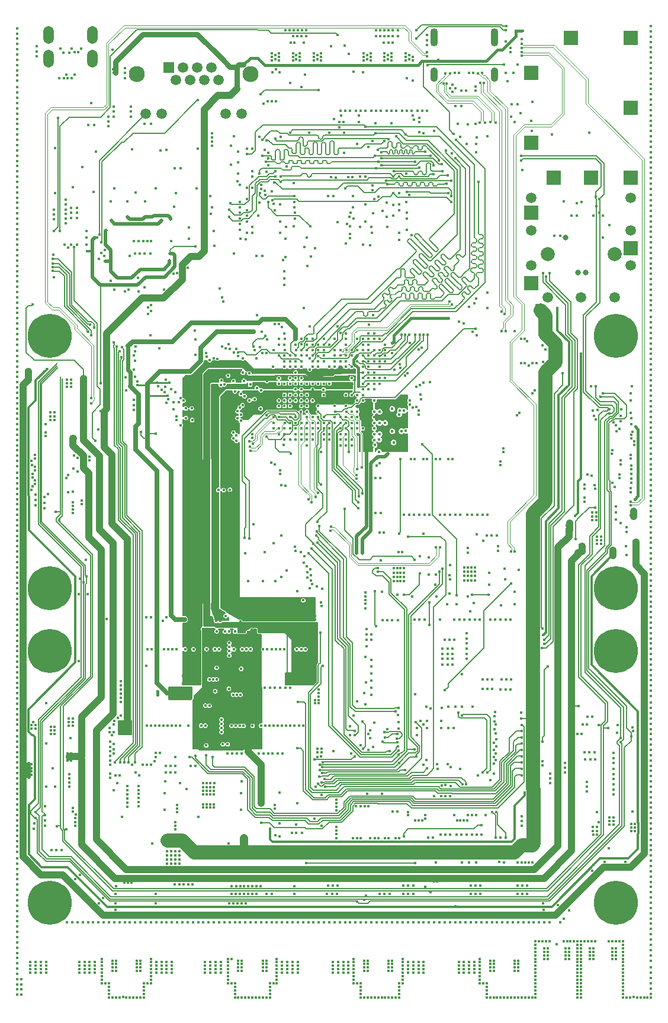
<source format=gbr>
%TF.GenerationSoftware,KiCad,Pcbnew,9.0.6-9.0.6~ubuntu22.04.1*%
%TF.CreationDate,2025-11-19T14:02:57+01:00*%
%TF.ProjectId,TRX055.01.01.PB.00.00,54525830-3535-42e3-9031-2e30312e5042,rev?*%
%TF.SameCoordinates,Original*%
%TF.FileFunction,Copper,L5,Inr*%
%TF.FilePolarity,Positive*%
%FSLAX46Y46*%
G04 Gerber Fmt 4.6, Leading zero omitted, Abs format (unit mm)*
G04 Created by KiCad (PCBNEW 9.0.6-9.0.6~ubuntu22.04.1) date 2025-11-19 14:02:57*
%MOMM*%
%LPD*%
G01*
G04 APERTURE LIST*
%TA.AperFunction,WasherPad*%
%ADD10C,2.000000*%
%TD*%
%TA.AperFunction,ComponentPad*%
%ADD11R,2.000000X2.000000*%
%TD*%
%TA.AperFunction,ComponentPad*%
%ADD12C,1.500000*%
%TD*%
%TA.AperFunction,ComponentPad*%
%ADD13C,6.300000*%
%TD*%
%TA.AperFunction,ComponentPad*%
%ADD14O,1.036000X2.100000*%
%TD*%
%TA.AperFunction,ComponentPad*%
%ADD15O,1.100000X2.600000*%
%TD*%
%TA.AperFunction,ComponentPad*%
%ADD16O,1.500000X2.550000*%
%TD*%
%TA.AperFunction,ComponentPad*%
%ADD17R,1.500000X1.500000*%
%TD*%
%TA.AperFunction,ComponentPad*%
%ADD18C,2.300000*%
%TD*%
%TA.AperFunction,ViaPad*%
%ADD19C,0.400000*%
%TD*%
%TA.AperFunction,ViaPad*%
%ADD20C,0.800000*%
%TD*%
%TA.AperFunction,Conductor*%
%ADD21C,0.200000*%
%TD*%
%TA.AperFunction,Conductor*%
%ADD22C,0.127000*%
%TD*%
%TA.AperFunction,Conductor*%
%ADD23C,0.106400*%
%TD*%
%TA.AperFunction,Conductor*%
%ADD24C,0.700000*%
%TD*%
%TA.AperFunction,Conductor*%
%ADD25C,0.600000*%
%TD*%
%TA.AperFunction,Conductor*%
%ADD26C,1.000000*%
%TD*%
%TA.AperFunction,Conductor*%
%ADD27C,0.800000*%
%TD*%
%TA.AperFunction,Conductor*%
%ADD28C,0.400000*%
%TD*%
%TA.AperFunction,Conductor*%
%ADD29C,0.300000*%
%TD*%
%TA.AperFunction,Conductor*%
%ADD30C,0.500000*%
%TD*%
%TA.AperFunction,Conductor*%
%ADD31C,0.250000*%
%TD*%
%TA.AperFunction,Conductor*%
%ADD32C,0.180000*%
%TD*%
%TA.AperFunction,Conductor*%
%ADD33C,2.000000*%
%TD*%
%TA.AperFunction,Conductor*%
%ADD34C,1.200000*%
%TD*%
%TA.AperFunction,Conductor*%
%ADD35C,1.300000*%
%TD*%
G04 APERTURE END LIST*
D10*
%TO.N,*%
%TO.C,J5*%
X145800000Y-63300000D03*
X136200000Y-63300000D03*
D11*
%TO.N,GND*%
X148125000Y-32400000D03*
X139550000Y-32400000D03*
X133875000Y-37400000D03*
X148125000Y-42400000D03*
X133875000Y-47400000D03*
X148125000Y-52400000D03*
X142450000Y-52400000D03*
X137050000Y-52400000D03*
D12*
X148125000Y-55200000D03*
X133875000Y-55200000D03*
D11*
X133875000Y-57400000D03*
D12*
X148125000Y-59900000D03*
X133875000Y-59900000D03*
D11*
X148125000Y-62400000D03*
D12*
X148125000Y-64900000D03*
X133875000Y-64900000D03*
D11*
X133875000Y-67400000D03*
D12*
X145800000Y-69500000D03*
X141000000Y-69500000D03*
X136200000Y-69500000D03*
%TD*%
D13*
%TO.N,GND*%
%TO.C,M1*%
X146000000Y-111000000D03*
X146000000Y-75000000D03*
%TD*%
D14*
%TO.N,GND*%
%TO.C,J9*%
X128600000Y-37660000D03*
X119960000Y-37660000D03*
D15*
X128600000Y-32300000D03*
X119960000Y-32300000D03*
%TD*%
D13*
%TO.N,GND*%
%TO.C,M2*%
X146000000Y-156000000D03*
X146000000Y-120000000D03*
%TD*%
%TO.N,GND*%
%TO.C,M4*%
X65000000Y-120000000D03*
X65000000Y-156000000D03*
%TD*%
%TO.N,GND*%
%TO.C,M3*%
X65000000Y-75000000D03*
X65000000Y-111000000D03*
%TD*%
D16*
%TO.N,GND*%
%TO.C,J7*%
X71100000Y-35360000D03*
X71100000Y-32000000D03*
X64900000Y-35360000D03*
X64900000Y-32000000D03*
%TD*%
D17*
%TO.N,/ETH_PHY_Metal/ETH_Pair3/MDI_P*%
%TO.C,J8*%
X82090000Y-36640000D03*
D12*
%TO.N,/ETH_PHY_Metal/ETH_Pair3/MDI_N*%
X83106000Y-38420000D03*
%TO.N,/ETH_PHY_Metal/ETH_Pair2/MDI_P*%
X84122000Y-36640000D03*
%TO.N,/ETH_PHY_Metal/ETH_Pair1/MDI_P*%
X85138000Y-38420000D03*
%TO.N,/ETH_PHY_Metal/ETH_Pair1/MDI_N*%
X86154000Y-36640000D03*
%TO.N,/ETH_PHY_Metal/ETH_Pair2/MDI_N*%
X87170000Y-38420000D03*
%TO.N,/ETH_PHY_Metal/ETH_Pair/MDI_P*%
X88186000Y-36640000D03*
%TO.N,/ETH_PHY_Metal/ETH_Pair/MDI_N*%
X89202000Y-38420000D03*
%TO.N,/ETH_PHY_Metal/nLED2*%
X78790000Y-43240000D03*
%TO.N,Net-(J8-Pad10)*%
X81080000Y-43240000D03*
%TO.N,/ETH_PHY_Metal/nLED1*%
X90220000Y-43240000D03*
%TO.N,Net-(J8-Pad12)*%
X92510000Y-43240000D03*
D18*
%TO.N,unconnected-(J8-PadSH)*%
X77520000Y-37530000D03*
X93780000Y-37530000D03*
%TD*%
D19*
%TO.N,/Clocking/EXT_REF_EN*%
X121550000Y-125640000D03*
X131020000Y-110340000D03*
%TO.N,Net-(C382-Pad2)*%
X131500000Y-111540000D03*
%TO.N,/Clocking/VDD_DIFF*%
X130080000Y-108260000D03*
%TO.N,Net-(R163-Pad1)*%
X132120000Y-108380000D03*
X120310000Y-112200000D03*
%TO.N,Net-(C382-Pad1)*%
X131500000Y-113300000D03*
%TO.N,+3V3*%
X72300000Y-85700000D03*
%TO.N,VDD_DDR*%
X107000000Y-44400000D03*
X106700000Y-43500000D03*
X109200000Y-43500000D03*
X109200000Y-44400000D03*
X111600000Y-44600000D03*
X113900000Y-44600000D03*
X116900000Y-43500000D03*
X117900000Y-43800000D03*
%TO.N,GND*%
X100400000Y-141800000D03*
X99700000Y-146000000D03*
X101100000Y-146000000D03*
X100300000Y-144800000D03*
X100300000Y-146000000D03*
%TO.N,+1V8*%
X110200000Y-120900000D03*
%TO.N,GND*%
X124800000Y-44760000D03*
X123400000Y-44700000D03*
%TO.N,VDD_5V5A*%
X74100000Y-118400000D03*
X74100000Y-118900000D03*
X74100000Y-119400000D03*
X74100000Y-120000000D03*
X74100000Y-120600000D03*
X74100000Y-121200000D03*
X74100000Y-121900000D03*
X74100000Y-122500000D03*
X74100000Y-123100000D03*
%TO.N,GND*%
X88500000Y-60000000D03*
X88200000Y-56600000D03*
X88100000Y-57500000D03*
%TO.N,VDD_DDR*%
X117900000Y-44400000D03*
X117100000Y-44100000D03*
%TO.N,GND*%
X118500000Y-46000000D03*
X120000000Y-45700000D03*
X122500000Y-48900000D03*
X123700000Y-46500000D03*
X124600000Y-47500000D03*
X126000000Y-48700000D03*
X127600000Y-68800000D03*
X126000000Y-69600000D03*
X125000000Y-70800000D03*
X125702571Y-70276855D03*
X89300000Y-68200000D03*
X101800000Y-60900000D03*
X103000000Y-62400000D03*
X102400000Y-63600000D03*
X101900000Y-65000000D03*
X147500000Y-106300000D03*
X147400000Y-105000000D03*
X147500000Y-103000000D03*
X147500000Y-102300000D03*
X146000000Y-101200000D03*
X146000000Y-100200000D03*
X148200000Y-94700000D03*
X129000000Y-103500000D03*
X128200000Y-103500000D03*
X127500000Y-103500000D03*
X145600000Y-138300000D03*
X145600000Y-137600000D03*
X145600000Y-139100000D03*
X145600000Y-136900000D03*
X145600000Y-139800000D03*
X145600000Y-140500000D03*
X98000000Y-125300000D03*
X98700000Y-125300000D03*
X97200000Y-125300000D03*
X99400000Y-125300000D03*
X96500000Y-125300000D03*
X95800000Y-125300000D03*
X81700000Y-115200000D03*
X79500000Y-115200000D03*
X78800000Y-115200000D03*
X118600000Y-115500000D03*
X120800000Y-115500000D03*
X117900000Y-115500000D03*
X117200000Y-115500000D03*
X114800000Y-115600000D03*
X114000000Y-115600000D03*
X113300000Y-115600000D03*
X112600000Y-115600000D03*
X129500000Y-115500000D03*
X130200000Y-115500000D03*
X128700000Y-115500000D03*
X130900000Y-115500000D03*
X128000000Y-115500000D03*
X125100000Y-115500000D03*
X125800000Y-115500000D03*
X124300000Y-115500000D03*
X126500000Y-115500000D03*
X123600000Y-115500000D03*
X122900000Y-115500000D03*
X122300000Y-100500000D03*
X123000000Y-100500000D03*
X121500000Y-100500000D03*
X123700000Y-100500000D03*
X120800000Y-100500000D03*
X117900000Y-100500000D03*
X118600000Y-100500000D03*
X117100000Y-100500000D03*
X119300000Y-100500000D03*
X116400000Y-100500000D03*
X115700000Y-100500000D03*
X126200000Y-100500000D03*
X126900000Y-100500000D03*
X125400000Y-100500000D03*
X127600000Y-100500000D03*
X124700000Y-100500000D03*
X117600000Y-42800000D03*
X118300000Y-42800000D03*
X116800000Y-42800000D03*
X119000000Y-42800000D03*
X116100000Y-42800000D03*
X115400000Y-42800000D03*
X113200000Y-42800000D03*
X113900000Y-42800000D03*
X112400000Y-42800000D03*
X114600000Y-42800000D03*
X111700000Y-42800000D03*
X111000000Y-42800000D03*
X110200000Y-42800000D03*
X109500000Y-42800000D03*
X108800000Y-42800000D03*
X108000000Y-42800000D03*
X107300000Y-42800000D03*
X106600000Y-42800000D03*
X63200000Y-35000000D03*
X63200000Y-34300000D03*
X63200000Y-33600000D03*
X75800000Y-38100000D03*
X75800000Y-37400000D03*
X75800000Y-36700000D03*
X73400000Y-43600000D03*
X73400000Y-44300000D03*
X73400000Y-45000000D03*
X74200000Y-43600000D03*
X74200000Y-42900000D03*
X74200000Y-42200000D03*
X76600000Y-43600000D03*
X76600000Y-42900000D03*
X76600000Y-42200000D03*
X65600000Y-58300000D03*
X65600000Y-57600000D03*
X65600000Y-56900000D03*
X68900000Y-58100000D03*
X68900000Y-57400000D03*
X68900000Y-56700000D03*
X68100000Y-58100000D03*
X68100000Y-57400000D03*
X68100000Y-56700000D03*
X67300000Y-58900000D03*
X67300000Y-58200000D03*
X67300000Y-57500000D03*
X67300000Y-55500000D03*
X67300000Y-56200000D03*
X67300000Y-56900000D03*
X132500000Y-143600000D03*
X132500000Y-144300000D03*
X132500000Y-145000000D03*
X126800000Y-146300000D03*
X126100000Y-146300000D03*
X125400000Y-146300000D03*
X124600000Y-146300000D03*
X123900000Y-146300000D03*
X123200000Y-146300000D03*
X122300000Y-146300000D03*
X121600000Y-146300000D03*
X120900000Y-146300000D03*
X128300000Y-125400000D03*
X127600000Y-125400000D03*
X126900000Y-125400000D03*
X128300000Y-124100000D03*
X127600000Y-124100000D03*
X126900000Y-124100000D03*
X130900000Y-125500000D03*
X130200000Y-125500000D03*
X129500000Y-125500000D03*
X131000000Y-124100000D03*
X130300000Y-124100000D03*
X129600000Y-124100000D03*
X124600000Y-117500000D03*
X124600000Y-118200000D03*
X124600000Y-118900000D03*
X124600000Y-119700000D03*
X124600000Y-120400000D03*
X124600000Y-121100000D03*
X122600000Y-122000000D03*
X121900000Y-122000000D03*
X121200000Y-122000000D03*
X122600000Y-121100000D03*
X121900000Y-121100000D03*
X121200000Y-121100000D03*
X122600000Y-120400000D03*
X121900000Y-120400000D03*
X121200000Y-120400000D03*
X122600000Y-119700000D03*
X121900000Y-119700000D03*
X121200000Y-119700000D03*
X122900000Y-118400000D03*
X122200000Y-118400000D03*
X121500000Y-118400000D03*
X138700000Y-136000000D03*
X138700000Y-136700000D03*
X138700000Y-137400000D03*
X136600000Y-137500000D03*
X136600000Y-138200000D03*
X136600000Y-138900000D03*
X141800000Y-138700000D03*
X141800000Y-139400000D03*
X141800000Y-140100000D03*
X145600000Y-134600000D03*
X145600000Y-135300000D03*
X145600000Y-136000000D03*
X143000000Y-135500000D03*
X142300000Y-135500000D03*
X141600000Y-135500000D03*
X142900000Y-134500000D03*
X142200000Y-134500000D03*
X141500000Y-134500000D03*
X133300000Y-154700000D03*
X132600000Y-154700000D03*
X131900000Y-154700000D03*
X133300000Y-153500000D03*
X132600000Y-153500000D03*
X131900000Y-153500000D03*
X126600000Y-154700000D03*
X125900000Y-154700000D03*
X125200000Y-154700000D03*
X126600000Y-153500000D03*
X125900000Y-153500000D03*
X125200000Y-153500000D03*
X113600000Y-154700000D03*
X112900000Y-154700000D03*
X112200000Y-154700000D03*
X117000000Y-154700000D03*
X116300000Y-154700000D03*
X115600000Y-154700000D03*
X117000000Y-153500000D03*
X116300000Y-153500000D03*
X115600000Y-153500000D03*
X106100000Y-154700000D03*
X105400000Y-154700000D03*
X104700000Y-154700000D03*
X106200000Y-153500000D03*
X105500000Y-153500000D03*
X104800000Y-153500000D03*
X66700000Y-148500000D03*
X66000000Y-148500000D03*
X65300000Y-148500000D03*
X85900000Y-136400000D03*
X85200000Y-136400000D03*
X83000000Y-137400000D03*
X82300000Y-137400000D03*
X81600000Y-137400000D03*
X83000000Y-136400000D03*
X82300000Y-136400000D03*
X81600000Y-136400000D03*
X92500000Y-134700000D03*
X91800000Y-134700000D03*
X91100000Y-134700000D03*
X96300000Y-134700000D03*
X95600000Y-134700000D03*
X94900000Y-134700000D03*
X96900000Y-134700000D03*
X97600000Y-134700000D03*
X98300000Y-134700000D03*
X105600000Y-134300000D03*
X108100000Y-134700000D03*
X109500000Y-133500000D03*
X111300000Y-133700000D03*
X108000000Y-132000000D03*
X108000000Y-130750000D03*
X108500000Y-129250000D03*
X109000000Y-127250000D03*
X110000000Y-126000000D03*
X111000000Y-126250000D03*
X111000000Y-125250000D03*
X111000000Y-124250000D03*
X111000000Y-123250000D03*
X111000000Y-122250000D03*
X111000000Y-121250000D03*
X151000000Y-108300000D03*
X138750000Y-162500000D03*
X114200000Y-109400000D03*
X98491999Y-90559369D03*
X124250000Y-165500000D03*
X110600000Y-77800000D03*
X151000000Y-46450000D03*
X81280000Y-130680000D03*
X60400000Y-126800000D03*
X92250000Y-56600000D03*
X60400000Y-72450000D03*
X95250000Y-158750000D03*
X83250000Y-143000000D03*
X90700000Y-120050000D03*
X151000000Y-142400000D03*
X60400000Y-38500000D03*
X145500000Y-162500000D03*
X118500000Y-158750000D03*
X60400000Y-143450000D03*
X110300000Y-117600000D03*
X83100000Y-54600000D03*
X71500000Y-164500000D03*
X60400000Y-139700000D03*
X100025000Y-153636500D03*
X60400000Y-117800000D03*
X78600000Y-63200000D03*
X107196000Y-33521000D03*
X124800000Y-108700000D03*
X99750000Y-165500000D03*
X108000000Y-158750000D03*
X100100000Y-57400000D03*
X74000000Y-164250000D03*
X60400000Y-58200000D03*
X103400000Y-88200000D03*
X69500000Y-33900000D03*
X105000000Y-158750000D03*
X60400000Y-157900000D03*
X102200000Y-78200000D03*
X60400000Y-82350000D03*
X83600000Y-153400000D03*
X151000000Y-150000000D03*
X136000000Y-161500000D03*
X140000000Y-161500000D03*
X73500000Y-169000000D03*
X60400000Y-104300000D03*
X99000000Y-166000000D03*
X81990000Y-119750000D03*
X127500000Y-169000000D03*
X88000000Y-165000000D03*
X83250000Y-158750000D03*
X107109000Y-48800000D03*
X135650000Y-157000000D03*
X117250000Y-144250000D03*
X112100000Y-91550000D03*
X74200000Y-133300000D03*
X82500000Y-165500000D03*
X83250000Y-142500000D03*
X101700000Y-31300000D03*
X151000000Y-153750000D03*
X67800000Y-138800000D03*
X146000000Y-163500000D03*
X69161500Y-121425000D03*
X131500000Y-164250000D03*
X138996737Y-161496737D03*
X73750000Y-55750000D03*
X60400000Y-126050000D03*
X98700000Y-31300000D03*
X151000000Y-30700000D03*
X87000000Y-158750000D03*
X132000000Y-164750000D03*
X151000000Y-118950000D03*
X83600000Y-148600000D03*
X128000000Y-165250000D03*
X92500000Y-164250000D03*
X100400000Y-32100000D03*
X91000000Y-153600000D03*
X151000000Y-162750000D03*
X106250000Y-166000000D03*
X60400000Y-152650000D03*
X136250000Y-164000000D03*
X130000000Y-169500000D03*
X141000000Y-162000000D03*
X124300000Y-108100000D03*
X88600000Y-62100000D03*
X76100000Y-140500000D03*
X119000000Y-131000000D03*
X108200000Y-86600000D03*
X123750000Y-158750000D03*
X60400000Y-115550000D03*
X140500000Y-165500000D03*
X109000000Y-83410000D03*
X60400000Y-106550000D03*
X93999747Y-169499999D03*
X150000000Y-169500000D03*
X145500000Y-161500000D03*
X97500000Y-166500000D03*
X132000000Y-164250000D03*
X133500000Y-79200000D03*
X60400000Y-135200000D03*
X78000000Y-164750000D03*
X102800000Y-35600000D03*
X138750000Y-164000000D03*
X95180754Y-85363500D03*
X60400000Y-132200000D03*
X114700000Y-109400000D03*
X98100000Y-103500000D03*
X77340000Y-76490000D03*
X109900000Y-35600000D03*
X92300000Y-126250000D03*
X151000000Y-57100000D03*
X107000000Y-165000000D03*
X118500000Y-136250000D03*
X90500000Y-166500000D03*
X96750000Y-158750000D03*
X151000000Y-69100000D03*
X68600000Y-37600000D03*
X62250000Y-166000000D03*
X151000000Y-165250000D03*
X100500000Y-165500000D03*
X151000000Y-101550000D03*
X98100000Y-109400000D03*
X77100000Y-61400000D03*
X151000000Y-106800000D03*
X96000000Y-164750000D03*
X111700000Y-31300000D03*
X151000000Y-89550000D03*
X151000000Y-133400000D03*
X128500000Y-164750000D03*
X116250000Y-165500000D03*
X96750000Y-119750000D03*
X73500000Y-158750000D03*
X151000000Y-69850000D03*
X60400000Y-42450000D03*
X147000000Y-165000000D03*
X151000000Y-126450000D03*
X60400000Y-163150000D03*
X140500000Y-161500000D03*
X105025000Y-45920000D03*
X87250000Y-164500000D03*
X60400000Y-93600000D03*
X77500000Y-165750000D03*
X80250000Y-165500000D03*
X134000000Y-169500000D03*
X92000000Y-165750000D03*
X151000000Y-130400000D03*
X151000000Y-137900000D03*
X92000000Y-164750000D03*
X135000000Y-161500000D03*
X127500000Y-169500000D03*
X60400000Y-63450000D03*
X151000000Y-120450000D03*
X91630000Y-130690000D03*
X83000000Y-145500000D03*
X92250000Y-59800000D03*
X60400000Y-51450000D03*
X117750000Y-166000000D03*
X151000000Y-73050000D03*
X140500000Y-162000000D03*
X93000000Y-106000000D03*
X62250000Y-165000000D03*
X126500000Y-167500000D03*
X84200000Y-153400000D03*
X91700000Y-153600000D03*
X145500000Y-163000000D03*
X110250000Y-158750000D03*
X115900000Y-35600000D03*
X79500000Y-165500000D03*
X107750000Y-165000000D03*
X70250000Y-61900000D03*
X108288596Y-52290000D03*
X112525000Y-140375000D03*
X77500000Y-169500000D03*
X93150000Y-119750000D03*
X141000000Y-169500000D03*
X125750000Y-165500000D03*
X60400000Y-154900000D03*
X109900000Y-35100000D03*
X99400000Y-38800000D03*
X125750000Y-166000000D03*
X103800000Y-35100000D03*
X113000000Y-87400000D03*
X134492774Y-166997087D03*
X65550000Y-63375000D03*
X60400000Y-123050000D03*
X135750000Y-164000000D03*
X151000000Y-33700000D03*
X60400000Y-47700000D03*
X101000000Y-39400000D03*
X79500000Y-166000000D03*
X114000000Y-85400000D03*
X60400000Y-70200000D03*
X151000000Y-32200000D03*
X151000000Y-169000000D03*
X151000000Y-147000000D03*
X101280000Y-130690000D03*
X74500000Y-165750000D03*
X79500000Y-167000000D03*
X147000000Y-168500000D03*
X88000000Y-142400000D03*
X63000000Y-165500000D03*
X107750000Y-165500000D03*
X60400000Y-128300000D03*
X78500000Y-168000000D03*
X78000000Y-165750000D03*
X64500000Y-164500000D03*
X70000000Y-165500000D03*
X113500000Y-169500000D03*
X98250000Y-166000000D03*
X78500000Y-167500000D03*
X141000000Y-168000000D03*
X99750000Y-166000000D03*
X115900000Y-34600000D03*
X93000000Y-169500000D03*
X87250000Y-165000000D03*
X112050000Y-55050000D03*
X60400000Y-165400000D03*
X67400000Y-37600000D03*
X60400000Y-112550000D03*
X107000000Y-165500000D03*
X125800000Y-109900000D03*
X151000000Y-167500000D03*
X60400000Y-94525000D03*
X138750000Y-163000000D03*
X96000000Y-158750000D03*
X88905000Y-124065000D03*
X134500000Y-163000000D03*
X60400000Y-99050000D03*
X60400000Y-64200000D03*
X121500000Y-158750000D03*
X134500000Y-169000000D03*
X127500000Y-167500000D03*
X70000000Y-164500000D03*
X140500000Y-169500000D03*
X81750000Y-158750000D03*
X139250000Y-163500000D03*
X146000000Y-163000000D03*
X135750000Y-163000000D03*
X74500000Y-169500000D03*
X140375000Y-55975000D03*
X151000000Y-141650000D03*
X60400000Y-92100000D03*
X116400000Y-35400000D03*
X72500000Y-167500000D03*
X91500000Y-168500000D03*
X60400000Y-67200000D03*
X77100000Y-85550000D03*
X151000000Y-161250000D03*
X60400000Y-141200000D03*
X60400000Y-105050000D03*
X130900000Y-33850000D03*
X151000000Y-127375000D03*
X60400000Y-95300000D03*
X134500000Y-164500000D03*
X151000000Y-115950000D03*
X60400000Y-153400000D03*
X123500000Y-164500000D03*
X60400000Y-148700000D03*
X120200000Y-109100000D03*
X60400000Y-101300000D03*
X78000000Y-165250000D03*
X82500000Y-158750000D03*
X91500000Y-168000000D03*
X151000000Y-52450000D03*
X84800000Y-65200000D03*
X60400000Y-50700000D03*
X151000000Y-124950000D03*
X96500000Y-169500000D03*
X106479000Y-45173000D03*
X151000000Y-50950000D03*
X114000000Y-158750000D03*
X151000000Y-152250000D03*
X102750000Y-158750000D03*
X88500000Y-142400000D03*
X125375000Y-143475000D03*
X60400000Y-66450000D03*
X126500000Y-166000000D03*
X106250000Y-165000000D03*
X72668199Y-155356801D03*
X151000000Y-91050000D03*
X60400000Y-34750000D03*
X116250000Y-166000000D03*
X139250000Y-163000000D03*
X118500000Y-130500000D03*
X95500000Y-164750000D03*
X95200000Y-153600000D03*
X70750000Y-165500000D03*
X81390000Y-119750000D03*
X108000000Y-60400000D03*
X116250000Y-143500000D03*
X114700000Y-108800000D03*
X60400000Y-154150000D03*
X89600000Y-130400000D03*
X87000000Y-142400000D03*
X60400000Y-73950000D03*
X82400000Y-149200000D03*
X147000000Y-164000000D03*
X144350000Y-150150000D03*
X125150000Y-114300000D03*
X60400000Y-41700000D03*
X151000000Y-82050000D03*
X77500000Y-164750000D03*
X133500000Y-169500000D03*
X92000000Y-48600000D03*
X60400000Y-83100000D03*
X83600000Y-149200000D03*
X73700000Y-138100000D03*
X60400000Y-43950000D03*
X108500000Y-164500000D03*
X83000000Y-145000000D03*
X127000000Y-167500000D03*
X146000000Y-162500000D03*
X80200000Y-156100000D03*
X151000000Y-103050000D03*
X147300000Y-150150000D03*
X115700000Y-108200000D03*
X98250000Y-158750000D03*
X131500000Y-164750000D03*
X100030000Y-130690000D03*
X134500000Y-168000000D03*
X129500000Y-146700000D03*
X60400000Y-144950000D03*
X75200000Y-129200000D03*
X77100000Y-84150000D03*
X73700000Y-133700000D03*
X87500000Y-140500000D03*
X81800000Y-149200000D03*
X108500000Y-166500000D03*
X101000000Y-119750000D03*
X140500000Y-163500000D03*
X110300000Y-119300000D03*
X85590000Y-119750000D03*
X116078596Y-59800000D03*
X75200000Y-124900000D03*
X98600000Y-76200000D03*
X99400000Y-78600000D03*
X151000000Y-77550000D03*
X151000000Y-114450000D03*
X125300000Y-109900000D03*
X121600000Y-140725000D03*
X60400000Y-79350000D03*
X116100000Y-38100000D03*
X60400000Y-88350000D03*
X110000000Y-165250000D03*
X151000000Y-159750000D03*
X60400000Y-84600000D03*
X60400000Y-160150000D03*
X60400000Y-75450000D03*
X60400000Y-48450000D03*
X124800000Y-109900000D03*
X90500000Y-165500000D03*
X151000000Y-45700000D03*
X81750000Y-165000000D03*
X101600000Y-119750000D03*
X120000000Y-140750000D03*
X90500000Y-164000000D03*
X96900000Y-37300000D03*
X109000000Y-86600000D03*
X72500000Y-164500000D03*
X133000000Y-169500000D03*
X95500000Y-169500000D03*
X151000000Y-90300000D03*
X111400000Y-130250000D03*
X151000000Y-134150000D03*
X151000000Y-154500000D03*
X91500000Y-167500000D03*
X145050000Y-59150000D03*
X73700000Y-137500000D03*
X60400000Y-137450000D03*
X151000000Y-85050000D03*
X68250000Y-158750000D03*
X108200000Y-87400000D03*
X60400000Y-37000000D03*
X101800001Y-81800000D03*
X131000000Y-169500000D03*
X151000000Y-86550000D03*
X60400000Y-122300000D03*
X60400000Y-54450000D03*
X69250000Y-166000000D03*
X151000000Y-91800000D03*
X151000000Y-95550000D03*
X90750000Y-158750000D03*
X87500000Y-142400000D03*
X97500000Y-166000000D03*
X82400000Y-150400000D03*
X135600000Y-156100000D03*
X140500000Y-162500000D03*
X109500000Y-169500000D03*
X92800000Y-153600000D03*
X151000000Y-146200000D03*
X60400000Y-86100000D03*
X60400000Y-32500000D03*
X88500000Y-140000000D03*
X89500000Y-166000000D03*
X151000000Y-128900000D03*
X60400000Y-135950000D03*
X82590000Y-119750000D03*
X69250000Y-164500000D03*
X124000000Y-128000000D03*
X151000000Y-88050000D03*
X64500000Y-139400000D03*
X151000000Y-34450000D03*
X87750000Y-158750000D03*
X60400000Y-55950000D03*
X135750000Y-163500000D03*
X97000000Y-104600000D03*
X78990000Y-119750000D03*
X113500000Y-164750000D03*
X92000000Y-165250000D03*
X90700000Y-156100000D03*
X60400000Y-119300000D03*
X124250000Y-144250000D03*
X88494779Y-141898241D03*
X151000000Y-82800000D03*
X60400000Y-31750000D03*
X125000000Y-164500000D03*
X134500000Y-168500000D03*
X122250000Y-158750000D03*
X122200000Y-109200000D03*
X142250000Y-163000000D03*
X147000000Y-166000000D03*
X73700000Y-133000000D03*
X92230000Y-130690000D03*
X126500000Y-165500000D03*
X151000000Y-153000000D03*
X61000000Y-169100000D03*
X79500000Y-165000000D03*
X122250000Y-140750000D03*
X111000000Y-117600000D03*
X113500000Y-31300000D03*
X81800000Y-149788627D03*
X92000000Y-51800000D03*
X141000000Y-164500000D03*
X151000000Y-72275000D03*
X78900000Y-136300000D03*
X60400000Y-35500000D03*
X129000000Y-169500000D03*
X128000000Y-164750000D03*
X110850000Y-131350000D03*
X108500000Y-164000000D03*
X100680000Y-130690000D03*
X114000000Y-164250000D03*
X90500000Y-167000000D03*
X118750000Y-143500000D03*
X107250000Y-158750000D03*
X145000000Y-161500000D03*
X130500000Y-169500000D03*
X110400000Y-35400000D03*
X144150000Y-60950000D03*
X146500000Y-161500000D03*
X93400000Y-110000000D03*
X140500000Y-166000000D03*
X60400000Y-108050000D03*
X74800000Y-129600000D03*
X90500000Y-167500000D03*
X60400000Y-61200000D03*
X98200002Y-73700000D03*
X138500000Y-158250000D03*
X74500000Y-164750000D03*
X108378596Y-56636500D03*
X99750000Y-165000000D03*
X96046000Y-51524000D03*
X78500000Y-169500000D03*
X114200000Y-110000000D03*
X115500000Y-166000000D03*
X78500000Y-169000000D03*
X60400000Y-167650000D03*
X109800000Y-37300000D03*
X77700000Y-141000000D03*
X92500000Y-164750000D03*
X142559314Y-151459314D03*
X105008000Y-81786000D03*
X151000000Y-49450000D03*
X151000000Y-132650000D03*
X151000000Y-155250000D03*
X132000000Y-169500000D03*
X101250000Y-158750000D03*
X142750000Y-162500000D03*
X128500000Y-165750000D03*
X151000000Y-111450000D03*
X111000000Y-158750000D03*
X98000000Y-60200000D03*
X151000000Y-123450000D03*
X111500000Y-169500000D03*
X99300000Y-31300000D03*
X114000000Y-169500000D03*
X123500000Y-166000000D03*
X108750000Y-158750000D03*
X124300000Y-109900000D03*
X110400000Y-140375000D03*
X67800000Y-139400000D03*
X122000000Y-131000000D03*
X151000000Y-74550000D03*
X137659314Y-156359314D03*
X121000000Y-131000000D03*
X151000000Y-112200000D03*
X151000000Y-41200000D03*
X97800000Y-81800000D03*
X117500000Y-132000000D03*
X127500000Y-168500000D03*
X92300000Y-153600000D03*
X77250000Y-158750000D03*
X71250000Y-158750000D03*
X60400000Y-34000000D03*
X105246000Y-33536000D03*
X78650000Y-55750000D03*
X141000000Y-165500000D03*
X128500000Y-165250000D03*
X116400000Y-34800000D03*
X63750000Y-164500000D03*
X151000000Y-50200000D03*
X115500000Y-167000000D03*
X101000000Y-32100000D03*
X86250000Y-158750000D03*
X115900000Y-35100000D03*
X84000000Y-158750000D03*
X80080000Y-130680000D03*
X125800000Y-108100000D03*
X75200000Y-124300000D03*
X151000000Y-83550000D03*
X60400000Y-71700000D03*
X60400000Y-117050000D03*
X95000000Y-169500000D03*
X104200000Y-77000000D03*
X151000000Y-66850000D03*
X116250000Y-164500000D03*
X100500000Y-165000000D03*
X134250000Y-158750000D03*
X60400000Y-56700000D03*
X110178596Y-58600000D03*
X95230000Y-130690000D03*
X74500000Y-164250000D03*
X60400000Y-45450000D03*
X65800000Y-139400000D03*
X114700000Y-110000000D03*
X60400000Y-162400000D03*
X147000000Y-164500000D03*
X133500000Y-158750000D03*
X132000000Y-165250000D03*
X73700000Y-135700000D03*
X97500000Y-158750000D03*
X60400000Y-46200000D03*
X63750000Y-165500000D03*
X60400000Y-131350000D03*
X88000000Y-138900000D03*
X151000000Y-71350000D03*
X60400000Y-132950000D03*
X98230000Y-130690000D03*
X125500000Y-128000000D03*
X89250000Y-158750000D03*
X105500000Y-166000000D03*
X60400000Y-123800000D03*
X128000000Y-165750000D03*
X60400000Y-111050000D03*
X114000000Y-165250000D03*
X88000000Y-141900000D03*
X111245000Y-71993000D03*
X116900000Y-35600000D03*
X79500000Y-164000000D03*
X70750000Y-166000000D03*
X60400000Y-33250000D03*
X96000000Y-164250000D03*
X114200000Y-108200000D03*
X74400000Y-137800000D03*
X124250000Y-164500000D03*
X151000000Y-168250000D03*
X77700000Y-142200000D03*
X77700000Y-139900000D03*
X151000000Y-129650000D03*
X77200000Y-63200000D03*
X117750000Y-165000000D03*
X117000000Y-165000000D03*
X115000000Y-168500000D03*
X134500000Y-169500000D03*
X151000000Y-70600000D03*
X127600000Y-46400000D03*
X60400000Y-68700000D03*
X88000000Y-165500000D03*
X151000000Y-151500000D03*
X118500000Y-165500000D03*
X151000000Y-57850000D03*
X147000000Y-162000000D03*
X60400000Y-151900000D03*
X89600000Y-129800000D03*
X115200000Y-110000000D03*
X80680000Y-130680000D03*
X70488500Y-111850000D03*
X151000000Y-128150000D03*
X122325000Y-136600000D03*
X102800000Y-34600000D03*
X151000000Y-160500000D03*
X109000000Y-167500000D03*
X151000000Y-102300000D03*
X116078596Y-58200000D03*
X141000000Y-166000000D03*
X98250000Y-164500000D03*
X60400000Y-39425000D03*
X60400000Y-102800000D03*
X87250000Y-165500000D03*
X102600000Y-84200000D03*
X87452000Y-119736000D03*
X91000000Y-154700000D03*
X60400000Y-81600000D03*
X115000000Y-169500000D03*
X151000000Y-121200000D03*
X77100000Y-84900000D03*
X114100000Y-32100000D03*
X105800000Y-87400000D03*
X151000000Y-78300000D03*
X100025000Y-154761500D03*
X79000000Y-167500000D03*
X60400000Y-111800000D03*
X106250000Y-165500000D03*
X79590000Y-119750000D03*
X110400000Y-34800000D03*
X99000000Y-158750000D03*
X131500000Y-44400000D03*
X90000000Y-158750000D03*
X125300000Y-109300000D03*
X98250000Y-165500000D03*
X110600000Y-81000000D03*
X122825000Y-143475000D03*
X111700000Y-32100000D03*
X121000000Y-130000000D03*
X81880000Y-130680000D03*
X140500000Y-165000000D03*
X97500000Y-164000000D03*
X116250000Y-158750000D03*
X106600000Y-90600000D03*
X70000000Y-166000000D03*
X82400000Y-148600000D03*
X97400000Y-36900000D03*
X75496490Y-169496737D03*
X130500000Y-158750000D03*
X151000000Y-40450000D03*
X147000000Y-169500000D03*
X139250000Y-164000000D03*
X91500000Y-169000000D03*
X60400000Y-52200000D03*
X125750000Y-164500000D03*
X112500000Y-158750000D03*
X119000000Y-32700000D03*
X94500000Y-169500000D03*
X98900000Y-108500000D03*
X112144010Y-89798655D03*
X91999328Y-169499328D03*
X141000000Y-161500000D03*
X82500000Y-164500000D03*
X99750000Y-158750000D03*
X151000000Y-105300000D03*
X142250000Y-162500000D03*
X151000000Y-164250000D03*
X60400000Y-60450000D03*
X95864000Y-54792000D03*
X83600000Y-149800000D03*
X95500000Y-165750000D03*
X114750000Y-158750000D03*
X89240000Y-119750000D03*
X142250000Y-163500000D03*
X99000000Y-165500000D03*
X108494982Y-166996737D03*
X149500000Y-169500000D03*
X109500000Y-168000000D03*
X151000000Y-47950000D03*
X100200000Y-87400000D03*
X92200000Y-154700000D03*
X83250000Y-142000000D03*
X82500000Y-166000000D03*
X120250000Y-150250000D03*
X106500000Y-158750000D03*
X103500000Y-158750000D03*
X132000000Y-165750000D03*
X60400000Y-36250000D03*
X114800000Y-31300000D03*
X76150000Y-55750000D03*
X60400000Y-166900000D03*
X60400000Y-100550000D03*
X118000000Y-130000000D03*
X97500000Y-165000000D03*
X115700000Y-109400000D03*
X125900000Y-44700000D03*
X125300000Y-108100000D03*
X60400000Y-120050000D03*
X129100000Y-105700000D03*
X81000000Y-165000000D03*
X131500000Y-165750000D03*
X60400000Y-46950000D03*
X79500000Y-167500000D03*
X75000000Y-137800000D03*
X146989964Y-163010035D03*
X151000000Y-150750000D03*
X70500000Y-158750000D03*
X87250000Y-166000000D03*
X142200000Y-45900000D03*
X107400000Y-85000000D03*
X141000000Y-164000000D03*
X74250000Y-158750000D03*
X74500000Y-165250000D03*
X60400000Y-151150000D03*
X151000000Y-47200000D03*
X124250000Y-165000000D03*
X78000000Y-169500000D03*
X147000000Y-167500000D03*
X64500000Y-165500000D03*
X108500000Y-166000000D03*
X151000000Y-31450000D03*
X60400000Y-78600000D03*
X140500000Y-168500000D03*
X131500000Y-74250000D03*
X115000000Y-167500000D03*
X60400000Y-44700000D03*
X77700000Y-61400000D03*
X147000000Y-161500000D03*
X123500000Y-165500000D03*
X115500000Y-158750000D03*
X140500000Y-168000000D03*
X91750000Y-126250000D03*
X60400000Y-144200000D03*
X79000000Y-61400000D03*
X88000000Y-140000000D03*
X101500000Y-37600000D03*
X151000000Y-137150000D03*
X109900000Y-34600000D03*
X126250000Y-137750000D03*
X151000000Y-138650000D03*
X114000000Y-88599999D03*
X96500000Y-168500000D03*
X151000000Y-122700000D03*
X118500000Y-166000000D03*
X60400000Y-146450000D03*
X60400000Y-166150000D03*
X63750000Y-166000000D03*
X96990000Y-79399000D03*
X115500000Y-165500000D03*
X84880000Y-130680000D03*
X151000000Y-94050000D03*
X141000000Y-169000000D03*
X76500000Y-169500000D03*
X94000000Y-53800000D03*
X151000000Y-53200000D03*
X118500000Y-164500000D03*
X141000000Y-167500000D03*
X113500000Y-164250000D03*
X73500000Y-168500000D03*
X115000000Y-168000000D03*
X72053186Y-156046814D03*
X142250000Y-164000000D03*
X102600001Y-81800000D03*
X78880000Y-130680000D03*
X60400000Y-147200000D03*
X60400000Y-156400000D03*
X79500000Y-166500000D03*
X68640686Y-152634314D03*
X151000000Y-156750000D03*
X145500000Y-163500000D03*
X125800000Y-108700000D03*
X125000000Y-165500000D03*
X60400000Y-49200000D03*
X104250000Y-158750000D03*
X110000000Y-164750000D03*
X110500000Y-169500000D03*
X145500000Y-164000000D03*
X116250000Y-165000000D03*
X123500000Y-165000000D03*
X128000000Y-169500000D03*
X74000000Y-169500000D03*
X73500000Y-168000000D03*
X88750000Y-165500000D03*
X151000000Y-163500000D03*
X60400000Y-96050000D03*
X151000000Y-166750000D03*
X67800000Y-137600000D03*
X102000000Y-158750000D03*
X72000000Y-158750000D03*
X77500000Y-164250000D03*
X117000000Y-164500000D03*
X88750000Y-165000000D03*
X151000000Y-96300000D03*
X151000000Y-147750000D03*
X119250000Y-158750000D03*
X93500000Y-169500000D03*
X130900000Y-34400000D03*
X107000000Y-164500000D03*
X114500000Y-169500000D03*
X83000000Y-149200000D03*
X80200000Y-135200000D03*
X110900000Y-34600000D03*
X91500000Y-169500000D03*
X131500000Y-165250000D03*
X136250000Y-163000000D03*
X129500000Y-169500000D03*
X84390000Y-119750000D03*
X76500000Y-63500000D03*
X124300000Y-109300000D03*
X60400000Y-160900000D03*
X87000000Y-140000000D03*
X60400000Y-114800000D03*
X60400000Y-53700000D03*
X107750000Y-164500000D03*
X62250000Y-164500000D03*
X87000000Y-139500000D03*
X135750000Y-158750000D03*
X151000000Y-35950000D03*
X93200000Y-57800000D03*
X80250000Y-164500000D03*
X151000000Y-99300000D03*
X83000000Y-149800000D03*
X135750000Y-162500000D03*
X136250000Y-162500000D03*
X92550000Y-119750000D03*
X93200000Y-57000000D03*
X88405000Y-124065000D03*
X97630000Y-130690000D03*
X122350000Y-139337500D03*
X82800000Y-56500000D03*
X151000000Y-67600000D03*
X132750000Y-158750000D03*
X136250000Y-163500000D03*
X151000000Y-65350000D03*
X88500000Y-140500000D03*
X60400000Y-138950000D03*
X101400000Y-33100000D03*
X151000000Y-97800000D03*
X92000000Y-164250000D03*
X77000000Y-169500000D03*
X62250000Y-165500000D03*
X79500000Y-61400000D03*
X121000000Y-140750000D03*
X105500000Y-164500000D03*
X65600000Y-66590000D03*
X131250000Y-158750000D03*
X151000000Y-116700000D03*
X147000000Y-163500000D03*
X96800000Y-154700000D03*
X99430000Y-130690000D03*
X151000000Y-97050000D03*
X151000000Y-56350000D03*
X134500000Y-163500000D03*
X79400000Y-63200000D03*
X128500000Y-169500000D03*
X151000000Y-38950000D03*
X70000000Y-165000000D03*
X89500000Y-164500000D03*
X100500000Y-158750000D03*
X80000000Y-135800000D03*
X105500000Y-165500000D03*
X113000000Y-169500000D03*
X83000000Y-150400000D03*
X79480000Y-130680000D03*
X151000000Y-134900000D03*
X136500000Y-161500000D03*
X115700000Y-110000000D03*
X96150000Y-119750000D03*
X97030000Y-130690000D03*
X101000000Y-75400000D03*
X119000000Y-130000000D03*
X65800000Y-54600000D03*
X151000000Y-54000000D03*
X140488450Y-167494174D03*
X84900000Y-59450000D03*
X76800000Y-136300000D03*
X74200000Y-134100000D03*
X60400000Y-96800000D03*
X80720000Y-76740000D03*
X75200000Y-126700000D03*
X113500000Y-33100000D03*
X111000000Y-118400000D03*
X95739000Y-105844000D03*
X60400000Y-145700000D03*
X82400000Y-149800000D03*
X60400000Y-109550000D03*
X84750000Y-158750000D03*
X102220000Y-79770000D03*
X151000000Y-110700000D03*
X60400000Y-61950000D03*
X151000000Y-79050000D03*
X96000000Y-169500000D03*
X60400000Y-134450000D03*
X115500000Y-166500000D03*
X138000000Y-158750000D03*
X151000000Y-169500000D03*
X109500000Y-167500000D03*
X134500000Y-165500000D03*
X71300000Y-54400000D03*
X118750000Y-144000000D03*
X63000000Y-166000000D03*
X125300000Y-108700000D03*
X100500000Y-164500000D03*
X97497573Y-166968976D03*
X95500000Y-165250000D03*
X60400000Y-74700000D03*
X141000000Y-162500000D03*
X73500000Y-167500000D03*
X99500000Y-33100000D03*
X103400000Y-79400000D03*
X75000000Y-158750000D03*
X138750000Y-163500000D03*
X151000000Y-93300000D03*
X151000000Y-131900000D03*
X151000000Y-73800000D03*
X151000000Y-100800000D03*
X75200000Y-126100000D03*
X101000000Y-84200000D03*
X92250000Y-158750000D03*
X108500000Y-165500000D03*
X91250000Y-126250000D03*
X107000000Y-166000000D03*
X147000000Y-162500000D03*
X60400000Y-57450000D03*
X60400000Y-121550000D03*
X109500000Y-158750000D03*
X84840336Y-153404989D03*
X63000000Y-164500000D03*
X116000000Y-51800000D03*
X115000000Y-169000000D03*
X91000000Y-164000000D03*
X60400000Y-73200000D03*
X60400000Y-52950000D03*
X84950000Y-61050000D03*
X126000000Y-143475000D03*
X151000000Y-32950000D03*
X93000000Y-158750000D03*
X60400000Y-150400000D03*
X125750000Y-165000000D03*
X78400000Y-61400000D03*
X140500000Y-163000000D03*
X117000000Y-166000000D03*
X87500000Y-141900000D03*
X60400000Y-108800000D03*
X117000000Y-165500000D03*
X71500000Y-165500000D03*
X91600000Y-154700000D03*
X82480000Y-130680000D03*
X90700000Y-119450000D03*
X109500000Y-169000000D03*
X112900000Y-31300000D03*
X104200000Y-81800000D03*
X140500000Y-164000000D03*
X112300000Y-32100000D03*
X68200000Y-33900000D03*
X90499999Y-164996490D03*
X151000000Y-107550000D03*
X74000000Y-165250000D03*
X97500000Y-167500000D03*
X115200000Y-109400000D03*
X78750000Y-158750000D03*
X87000000Y-140500000D03*
X103800000Y-34600000D03*
X118250000Y-144250000D03*
X100000000Y-33100000D03*
X60400000Y-142700000D03*
X78000000Y-158750000D03*
X60400000Y-129050000D03*
X100000000Y-55800000D03*
X60400000Y-40200000D03*
X60400000Y-147950000D03*
X72500000Y-165500000D03*
X73700000Y-135000000D03*
X60400000Y-130550000D03*
X112300000Y-31300000D03*
X60400000Y-86850000D03*
X77500000Y-165250000D03*
X151000000Y-36700000D03*
X140500000Y-167000000D03*
X115000000Y-86200000D03*
X151000000Y-61600000D03*
X80250000Y-165000000D03*
X87500000Y-139500000D03*
X115500000Y-167500000D03*
X60400000Y-62700000D03*
X110000000Y-164250000D03*
X151000000Y-62350000D03*
X60400000Y-89100000D03*
X151000000Y-139400000D03*
X90500000Y-164500000D03*
X148370000Y-88660000D03*
X60400000Y-64950000D03*
X151000000Y-117450000D03*
X69250000Y-165500000D03*
X75750000Y-158750000D03*
X91300000Y-156100000D03*
X151000000Y-148500000D03*
X105800000Y-85000000D03*
X151000000Y-84300000D03*
X134500000Y-166500000D03*
X151000000Y-63850000D03*
X151000000Y-51700000D03*
X60400000Y-83850000D03*
X104200000Y-75400000D03*
X142750000Y-163000000D03*
X109000000Y-87400000D03*
X93400000Y-153600000D03*
X75000000Y-169500000D03*
X112200000Y-77000000D03*
X126500000Y-164500000D03*
X94000000Y-154700000D03*
X95830000Y-130690000D03*
X92800000Y-154700000D03*
X142750000Y-164000000D03*
X151000000Y-121950000D03*
X124800000Y-108100000D03*
X61000000Y-166900000D03*
X147500000Y-169500000D03*
X116250000Y-143000000D03*
X87000000Y-141900000D03*
X151000000Y-63100000D03*
X131000000Y-43600000D03*
X101700000Y-32100000D03*
X111750000Y-158750000D03*
X94200000Y-101900000D03*
X105264000Y-52255000D03*
X151000000Y-144650000D03*
X72500000Y-166000000D03*
X127500000Y-168000000D03*
X151000000Y-119700000D03*
X94000000Y-153600000D03*
X151000000Y-125700000D03*
X60400000Y-158650000D03*
X98550000Y-119750000D03*
X88000000Y-166000000D03*
X117750000Y-158750000D03*
X76100000Y-141700000D03*
X66600000Y-33900000D03*
X151000000Y-162000000D03*
X151000000Y-35200000D03*
X60400000Y-102050000D03*
X107121000Y-45918000D03*
X106250000Y-164500000D03*
X76100000Y-139300000D03*
X88009500Y-54990500D03*
X117750000Y-165500000D03*
X88000000Y-164500000D03*
X106400000Y-44400000D03*
X96000000Y-165250000D03*
X134478324Y-164988462D03*
X151000000Y-109950000D03*
X141500000Y-161500000D03*
X70750000Y-164500000D03*
X151000000Y-44200000D03*
X114200000Y-90200000D03*
X151000000Y-136400000D03*
X72500000Y-165000000D03*
X124300000Y-108700000D03*
X122000000Y-128000000D03*
X112000000Y-169500000D03*
X90500000Y-166000000D03*
X87000000Y-138900000D03*
X151000000Y-140150000D03*
X111298596Y-57420000D03*
X60400000Y-97550000D03*
X104200000Y-83400000D03*
X140500000Y-169000000D03*
X74400000Y-156100000D03*
X99750000Y-164500000D03*
X65820000Y-48120000D03*
X95550000Y-119750000D03*
X97000000Y-88200000D03*
X60400000Y-37750000D03*
X102127000Y-45936000D03*
X129100000Y-105000000D03*
X60400000Y-76250000D03*
X92500000Y-156100000D03*
X114100000Y-33100000D03*
X114000000Y-164750000D03*
X77700000Y-139300000D03*
X80250000Y-158750000D03*
X81700000Y-48400000D03*
X92300000Y-61100000D03*
X60400000Y-161650000D03*
X60400000Y-136700000D03*
X83190000Y-119750000D03*
X70250000Y-60000000D03*
X110500000Y-164750000D03*
X125800000Y-109300000D03*
X138000000Y-60650000D03*
X127600000Y-71000000D03*
X60400000Y-80100000D03*
X72500000Y-164000000D03*
X80200000Y-134600000D03*
X126500000Y-164000000D03*
X70750000Y-165000000D03*
X126500000Y-166500000D03*
X87280000Y-130680000D03*
X124800000Y-109300000D03*
X83680000Y-130680000D03*
X99000000Y-164500000D03*
X60400000Y-31000000D03*
X139250000Y-162500000D03*
X97900000Y-37300000D03*
X119200000Y-106600000D03*
X134000000Y-41500000D03*
X60400000Y-89850000D03*
X77800000Y-137800000D03*
X88750000Y-166000000D03*
X81800000Y-148600000D03*
X126000000Y-158750000D03*
X151000000Y-79800000D03*
X75200000Y-125500000D03*
X70250000Y-60950000D03*
X88600000Y-138900000D03*
X151000000Y-135650000D03*
X95500000Y-164250000D03*
X92743000Y-130700000D03*
X72500000Y-166500000D03*
X151000000Y-166000000D03*
X60400000Y-164650000D03*
X110850000Y-132450000D03*
X110900000Y-35100000D03*
X137200000Y-60650000D03*
X111000000Y-169500000D03*
X132500000Y-169500000D03*
X151000000Y-54850000D03*
X126750000Y-158750000D03*
X60400000Y-116300000D03*
X124500000Y-158750000D03*
X114700000Y-108200000D03*
X77700000Y-140400000D03*
X60400000Y-163900000D03*
X76100000Y-139900000D03*
X151000000Y-131150000D03*
X73600000Y-131600000D03*
X60400000Y-103550000D03*
X118500000Y-165000000D03*
X141000000Y-163500000D03*
X123000000Y-128000000D03*
X96500000Y-167500000D03*
X96500000Y-169000000D03*
X60400000Y-87600000D03*
X146000000Y-161500000D03*
X101000000Y-81000000D03*
X110000000Y-165750000D03*
X94022000Y-51411000D03*
X112900000Y-32100000D03*
X74200000Y-130500000D03*
X97000000Y-167500000D03*
X151000000Y-43450000D03*
X71500000Y-165000000D03*
X151000000Y-159000000D03*
X92200000Y-55800000D03*
X116900000Y-38500000D03*
X100100000Y-58200000D03*
X131500000Y-169500000D03*
X147000000Y-165500000D03*
X151000000Y-124200000D03*
X151000000Y-76050000D03*
X79500000Y-158750000D03*
X100500000Y-166000000D03*
X119000000Y-32000000D03*
X151000000Y-64600000D03*
X64500000Y-165000000D03*
X114200000Y-108800000D03*
X88000000Y-140500000D03*
X74000000Y-164750000D03*
X72750000Y-158750000D03*
X109500000Y-168500000D03*
X97350000Y-119750000D03*
X129750000Y-158750000D03*
X80800000Y-134600000D03*
X75194791Y-127291878D03*
X60400000Y-140450000D03*
X99800000Y-32100000D03*
X141000000Y-163000000D03*
X87855000Y-124065000D03*
X147000000Y-166500000D03*
X128250000Y-158750000D03*
X80200000Y-154700000D03*
X151000000Y-58600000D03*
X89500000Y-165500000D03*
X60400000Y-149625000D03*
X120750000Y-158750000D03*
X97950000Y-119750000D03*
X110300000Y-118400000D03*
X108200001Y-80999999D03*
X108500000Y-165000000D03*
X90700000Y-120650000D03*
X60400000Y-138200000D03*
X60400000Y-124550000D03*
X125000000Y-165000000D03*
X102800000Y-35100000D03*
X116077668Y-57400000D03*
X60400000Y-40950000D03*
X151000000Y-109100000D03*
X112500000Y-169500000D03*
X115500000Y-164500000D03*
X60400000Y-67950000D03*
X111400000Y-88200000D03*
X63000000Y-165000000D03*
X73900000Y-132000000D03*
X109800000Y-76200000D03*
X134500000Y-162500000D03*
X115500000Y-165000000D03*
X77900000Y-63200000D03*
X115978596Y-55800000D03*
X78496984Y-168493227D03*
X110550000Y-131900000D03*
X97300000Y-110000000D03*
X81000000Y-158750000D03*
X73700000Y-134300000D03*
X83600000Y-150400000D03*
X101100000Y-31300000D03*
X82900000Y-153400000D03*
X135500000Y-161500000D03*
X151000000Y-39700000D03*
X151000000Y-94800000D03*
X128500000Y-164250000D03*
X151000000Y-66100000D03*
X151000000Y-41950000D03*
X60400000Y-141950000D03*
X60400000Y-77100000D03*
X85500000Y-158750000D03*
X60400000Y-59700000D03*
X69000000Y-158750000D03*
X105500000Y-165000000D03*
X141100000Y-55800000D03*
X105750000Y-158750000D03*
X115200000Y-108200000D03*
X114800000Y-32100000D03*
X88000000Y-139500000D03*
X146000000Y-164000000D03*
X73600000Y-131000000D03*
X110500000Y-165250000D03*
X69355699Y-152044301D03*
X69750000Y-158750000D03*
X60400000Y-118550000D03*
X151000000Y-104550000D03*
X64500000Y-166000000D03*
X151000000Y-81300000D03*
X88640000Y-119750000D03*
X60400000Y-80850000D03*
X119000000Y-33400000D03*
X77300000Y-137400000D03*
X83000000Y-148600000D03*
X92500000Y-169500000D03*
X89500000Y-165000000D03*
X115500000Y-164000000D03*
X151000000Y-113700000D03*
X60400000Y-92850000D03*
X120000000Y-158750000D03*
X81800000Y-150400000D03*
X151000000Y-115200000D03*
X79400000Y-74850000D03*
X125250000Y-158750000D03*
X151000000Y-106050000D03*
X148499999Y-169496515D03*
X141000000Y-167000000D03*
X60400000Y-85350000D03*
X110500000Y-164250000D03*
X125000000Y-166000000D03*
X113500000Y-165750000D03*
X128000000Y-164250000D03*
X67500000Y-158750000D03*
X151000000Y-55600000D03*
X60400000Y-105800000D03*
X151000000Y-112950000D03*
X83080000Y-130680000D03*
X124750000Y-144250000D03*
X96000000Y-165750000D03*
X87500000Y-140000000D03*
X60400000Y-99800000D03*
X100350000Y-119750000D03*
X99000000Y-165000000D03*
X112800000Y-33100000D03*
X96430000Y-130690000D03*
X141000000Y-168500000D03*
X128000000Y-138500000D03*
X97500000Y-164500000D03*
X76100000Y-141100000D03*
X91500000Y-158750000D03*
X74480919Y-153636500D03*
X60400000Y-127550000D03*
X107400001Y-83400000D03*
X100500000Y-31300000D03*
X73700000Y-136300000D03*
X148000000Y-169500000D03*
X147000000Y-169000000D03*
X96791000Y-54323000D03*
X76100000Y-142300000D03*
X151000000Y-68350000D03*
X85900000Y-77670000D03*
X151000000Y-158250000D03*
X92000000Y-50200000D03*
X136500000Y-158750000D03*
X60400000Y-58950000D03*
X81000000Y-166000000D03*
X79500000Y-164500000D03*
X74000000Y-165750000D03*
X60400000Y-90600000D03*
X73200000Y-115475000D03*
X76500000Y-158750000D03*
X151000000Y-60100000D03*
X93750000Y-158750000D03*
X123000000Y-158750000D03*
X64400000Y-142200000D03*
X117750000Y-164500000D03*
X86680000Y-130680000D03*
X71600000Y-48600000D03*
X60400000Y-125300000D03*
X143000000Y-161500000D03*
X103300000Y-35400000D03*
X81750000Y-166000000D03*
X81750000Y-165500000D03*
X134500000Y-167500000D03*
X139500000Y-161500000D03*
X135550000Y-78700000D03*
X98830000Y-130690000D03*
X117756379Y-144238067D03*
X151000000Y-85800000D03*
X60400000Y-168350000D03*
X60400000Y-107300000D03*
X123750000Y-144250000D03*
X151000000Y-157500000D03*
X117000000Y-158750000D03*
X111400000Y-75400000D03*
X110300000Y-116900000D03*
X127500000Y-158750000D03*
X108500000Y-167500000D03*
X151000000Y-48700000D03*
X134500000Y-164000000D03*
X142000000Y-161500000D03*
X60400000Y-133700000D03*
X74200000Y-131600000D03*
X92500000Y-165250000D03*
X133299999Y-75772387D03*
X90700000Y-118850000D03*
X133900000Y-44200000D03*
X111400000Y-84200000D03*
X91030000Y-130690000D03*
X135000000Y-158750000D03*
X96500000Y-168000000D03*
X151000000Y-143900000D03*
X124775000Y-143475000D03*
X60400000Y-113300000D03*
X78000000Y-164250000D03*
X123250000Y-144250000D03*
X60400000Y-110300000D03*
X113500000Y-165250000D03*
X113500000Y-32100000D03*
X150500000Y-169500000D03*
X151000000Y-143150000D03*
X115700000Y-108800000D03*
X93200000Y-58600000D03*
X91000000Y-167500000D03*
X87500000Y-138900000D03*
X138500000Y-161500000D03*
X151000000Y-44950000D03*
X103300000Y-34800000D03*
X129300000Y-150150000D03*
X71500000Y-166000000D03*
X114950000Y-54600000D03*
X151000000Y-59350000D03*
X114100000Y-31300000D03*
X69160410Y-111875000D03*
X119200000Y-109100000D03*
X108200000Y-79400000D03*
X102600000Y-86600000D03*
X60400000Y-98300000D03*
X151000000Y-42700000D03*
X77300000Y-54500000D03*
X142500000Y-161500000D03*
X61000000Y-167650000D03*
X103800000Y-35600000D03*
X73000000Y-167500000D03*
X78300000Y-136300000D03*
X98600000Y-85000000D03*
X110500000Y-165750000D03*
X93750000Y-119750000D03*
X106200000Y-73600000D03*
X60400000Y-129800000D03*
X76800000Y-48300000D03*
X126500000Y-167000000D03*
X151000000Y-118200000D03*
X74450000Y-154700000D03*
X82500000Y-165000000D03*
X60400000Y-120800000D03*
X60400000Y-169100000D03*
X114000000Y-165750000D03*
X132000000Y-158750000D03*
X81750000Y-164500000D03*
X100100000Y-105100000D03*
X151000000Y-145400000D03*
X151000000Y-92550000D03*
X77700000Y-141600000D03*
X115200000Y-108800000D03*
X93400000Y-154700000D03*
X151000000Y-76800000D03*
X63750000Y-165000000D03*
X92500000Y-165750000D03*
X91350000Y-119750000D03*
X60400000Y-114050000D03*
X151000000Y-80550000D03*
X81000000Y-164500000D03*
X91900000Y-156100000D03*
X140500000Y-164500000D03*
X74200000Y-134700000D03*
X74400000Y-157000000D03*
X60400000Y-91350000D03*
X151000000Y-87300000D03*
X94600000Y-153600000D03*
X134500000Y-162000000D03*
X151000000Y-88800000D03*
X131050000Y-41850000D03*
X124250000Y-166000000D03*
X60400000Y-69450000D03*
X101000000Y-89800000D03*
X149000000Y-169500000D03*
X88500000Y-158750000D03*
X122790000Y-130980000D03*
X110900000Y-35600000D03*
X60400000Y-55200000D03*
X141000000Y-166500000D03*
X60400000Y-70950000D03*
X74300000Y-130000000D03*
X116500000Y-76000000D03*
X134500000Y-166000000D03*
X110000000Y-169500000D03*
X94500000Y-158750000D03*
X69250000Y-165000000D03*
X76000000Y-169500000D03*
X93100000Y-156100000D03*
X99900000Y-31300000D03*
X61000000Y-168350000D03*
X129000000Y-158750000D03*
X151000000Y-75300000D03*
X60400000Y-77850000D03*
X113250000Y-158750000D03*
X103800000Y-91600000D03*
X60400000Y-49950000D03*
X147000000Y-167000000D03*
X140500000Y-166500000D03*
X97500000Y-165500000D03*
X147000000Y-168000000D03*
X83000000Y-144500000D03*
X133990665Y-45697968D03*
X151000000Y-149250000D03*
X60400000Y-65700000D03*
X95783000Y-54191000D03*
X60400000Y-159400000D03*
X81000000Y-165500000D03*
X85400000Y-153400000D03*
X140994208Y-164997188D03*
X60400000Y-157150000D03*
X134500000Y-161500000D03*
X72500000Y-167000000D03*
X94030000Y-130690000D03*
X60400000Y-43200000D03*
X126500000Y-165000000D03*
X80250000Y-166000000D03*
X96000000Y-77400000D03*
X117500000Y-131000000D03*
X151000000Y-37450000D03*
X116900000Y-35100000D03*
X108500000Y-37200000D03*
X107750000Y-166000000D03*
X95500000Y-110000000D03*
X98250000Y-165000000D03*
X151000000Y-38200000D03*
X88750000Y-164500000D03*
X107412500Y-77012500D03*
X77100000Y-77800000D03*
X151000000Y-60850000D03*
X89600000Y-131600000D03*
X151000000Y-140900000D03*
X88500000Y-139500000D03*
X142750000Y-163500000D03*
X60400000Y-155650000D03*
X151000000Y-103800000D03*
X151000000Y-98550000D03*
X128500000Y-137500000D03*
X114292966Y-79807034D03*
X96000000Y-154700000D03*
X89600000Y-131000000D03*
X151000000Y-100050000D03*
X136800000Y-46200000D03*
X94600000Y-154700000D03*
X67800000Y-138200000D03*
X151000000Y-156000000D03*
X79500000Y-136300000D03*
X73500000Y-169500000D03*
%TO.N,/GT_RX0_P*%
X132900000Y-78900000D03*
%TO.N,/GT_RX0_N*%
X132400000Y-78900000D03*
%TO.N,Net-(U16-VDD33)*%
X114750000Y-111990000D03*
%TO.N,/ZynqDDR/DDR_A11*%
X95420093Y-46923360D03*
X111590096Y-46036500D03*
X101000000Y-77000000D03*
%TO.N,/ZynqDDR/DDR_CK_N*%
X122550000Y-70500000D03*
X111200000Y-53500000D03*
X106600000Y-77800000D03*
X95300000Y-53350000D03*
%TO.N,/ZynqDDR/DDR_DM0*%
X94700000Y-72000000D03*
X97200000Y-73300000D03*
%TO.N,/ZynqDDR/DDR_A7*%
X102600000Y-77800000D03*
X115950000Y-46200000D03*
X99371000Y-45936500D03*
%TO.N,/ZynqDDR/DDR_A14*%
X100996500Y-76196500D03*
X110550000Y-47950000D03*
X94000000Y-48200000D03*
%TO.N,/ZynqDDR/DDR_DQ29*%
X110850000Y-62050000D03*
X110600000Y-75400000D03*
%TO.N,/Zynq_PSMIO/MIO_RGMII_RX_CTL*%
X97800000Y-84200000D03*
X78600000Y-68063500D03*
%TO.N,/ZynqDDR/DDR_DQ19*%
X107528596Y-59000000D03*
X114978596Y-56200000D03*
%TO.N,/ZynqDDR/DDR_DQS3_P*%
X110973596Y-59405000D03*
X110556500Y-74643500D03*
%TO.N,/Zynq_PSMIO/MIO_ULPI_D6*%
X80500000Y-82200000D03*
X91900000Y-85750000D03*
X84470000Y-85340000D03*
X98600000Y-84200000D03*
%TO.N,/ZynqDDR/DDR_WE*%
X90692000Y-56974000D03*
X113121000Y-52786500D03*
X126328000Y-52964000D03*
X122450000Y-52800000D03*
X97323000Y-52231000D03*
X108200000Y-77000000D03*
%TO.N,/ZynqDDR/DDR_DQ15*%
X96300000Y-55800000D03*
X102251000Y-59300000D03*
%TO.N,/A1_HS1_CLK_N*%
X148120000Y-96768000D03*
X115848057Y-80667960D03*
%TO.N,/A1_HS_6_P*%
X146662000Y-92766000D03*
X111400000Y-81000000D03*
%TO.N,/ZynqDDR/DDR_DQS0_P*%
X97775000Y-73250000D03*
X94000000Y-59400000D03*
%TO.N,/ZynqDDR/DDR_A13*%
X98030000Y-46536000D03*
X114530000Y-46470000D03*
X100225000Y-76975000D03*
%TO.N,/A1_HS_12_P*%
X148631278Y-90018243D03*
X110600000Y-79400000D03*
%TO.N,/A1_HS_6_N*%
X146677000Y-93302000D03*
X111400000Y-81800000D03*
%TO.N,/A1_HS_14_P*%
X148200000Y-89150000D03*
X115037780Y-79002242D03*
%TO.N,/ZynqDDR/DDR_DQ18*%
X105800000Y-75400000D03*
X110200000Y-56200000D03*
%TO.N,/A1_HS_9_P*%
X129900000Y-91095201D03*
X112200000Y-81000000D03*
%TO.N,/ZynqDDR/DDR_A1*%
X105800000Y-77800000D03*
X111958596Y-48350000D03*
X120650000Y-49900000D03*
X95810000Y-48350000D03*
%TO.N,/A1_HS_10_P*%
X145450000Y-91300000D03*
X111400000Y-80200000D03*
%TO.N,/ZynqDDR/DDR_CK_E*%
X122450000Y-55000000D03*
X109000000Y-77000000D03*
X92250000Y-53350000D03*
X107309000Y-53852400D03*
%TO.N,/A1_HS1_CLK_P*%
X148131000Y-97302000D03*
X116200000Y-80312800D03*
%TO.N,/ZynqDDR/DDR_DQ30*%
X109400000Y-59400000D03*
X109797000Y-75397000D03*
%TO.N,/ZynqDDR/DDR_DQS1_P*%
X98400000Y-64150000D03*
X97200000Y-57000000D03*
%TO.N,/A1_HS_5_N*%
X142500000Y-94950000D03*
X110600000Y-82600000D03*
%TO.N,/ZynqDDR/DDR_DQS2_P*%
X106600000Y-74577000D03*
X113205000Y-55906000D03*
%TO.N,/A1_HS_13_N*%
X111400000Y-78600000D03*
X131800000Y-86350000D03*
%TO.N,/A1_HS_7_N*%
X129450000Y-93450000D03*
X117442000Y-82276000D03*
%TO.N,/A1_HS_15_P*%
X125450000Y-74400000D03*
X145604077Y-87350499D03*
%TO.N,/ZynqDDR/DDR_DQ8*%
X98600000Y-67720000D03*
X94600000Y-63500000D03*
%TO.N,/ZynqDDR/DDR_DQ17*%
X109000000Y-75400000D03*
X114978596Y-57000000D03*
%TO.N,/TMDS_D1_P*%
X97000000Y-87400000D03*
X67000000Y-34500000D03*
X94104356Y-90388503D03*
%TO.N,/A1_HS_4_N*%
X148180000Y-94012000D03*
X118100000Y-84000000D03*
%TO.N,/A1_HS_14_N*%
X148200000Y-89650000D03*
X115200000Y-79500000D03*
%TO.N,/A1_HS_8_P*%
X148126727Y-91971113D03*
X119361398Y-81570602D03*
%TO.N,/A1_HS_11_N*%
X113000000Y-77800000D03*
X146521399Y-88223650D03*
%TO.N,/ZynqDDR/DDR_DQ9*%
X95400000Y-63500000D03*
X98580000Y-66780000D03*
%TO.N,/A1_HS_15_N*%
X126050000Y-74900399D03*
X145950000Y-87750000D03*
%TO.N,/ZynqDDR/DDR_DQ1*%
X91400000Y-63200000D03*
X97800000Y-75375000D03*
%TO.N,/ZynqDDR/DDR_DQ21*%
X113208596Y-57970000D03*
X109800000Y-61950000D03*
%TO.N,/A1_HS_8_N*%
X148116000Y-92471000D03*
X118463542Y-81654200D03*
%TO.N,/A1_HS_9_N*%
X129900000Y-91600000D03*
X112200000Y-81800000D03*
%TO.N,/Zynq_PSMIO/MIO_QSPI_IO0*%
X94160000Y-76510000D03*
X95832034Y-74982034D03*
X90630000Y-76120000D03*
%TO.N,/Zynq_PSMIO/MIO_ULPI_NXT*%
X83150000Y-87000000D03*
X83500000Y-84410000D03*
%TO.N,/ZynqDDR/DDR_A5*%
X96020000Y-47000000D03*
X103400000Y-77000000D03*
X112878596Y-47100000D03*
%TO.N,/A1_HS_4_P*%
X118020534Y-83379466D03*
X148180000Y-93511997D03*
%TO.N,/A1_HS_12_N*%
X109800000Y-79400000D03*
X148642000Y-90563000D03*
%TO.N,/A1_HS_5_P*%
X111400000Y-82600000D03*
X141950000Y-94750000D03*
%TO.N,/A1_HS_11_P*%
X113000000Y-78600000D03*
X146050000Y-88615000D03*
%TO.N,/A1_HS_7_P*%
X129450000Y-92900000D03*
X117946000Y-81963800D03*
%TO.N,/A1_HS_10_N*%
X145350000Y-91850000D03*
X110600000Y-80200000D03*
%TO.N,/A1_HS_13_P*%
X112200000Y-78600000D03*
X132200000Y-86000000D03*
%TO.N,/ZynqPower/DDRVREF*%
X107400000Y-79400000D03*
X102590000Y-79400000D03*
%TO.N,/Zynq_PSMIO/MIO_SD_D3*%
X101000000Y-82600000D03*
X91300000Y-81436500D03*
%TO.N,/ZynqDDR/DDR_DQS1_N*%
X97030000Y-56130000D03*
X98750000Y-63700000D03*
%TO.N,/ZynqDDR/DDR_RST*%
X100200000Y-76200000D03*
X105656000Y-43970000D03*
X117900000Y-45835000D03*
X104789000Y-54997000D03*
X101444000Y-62244000D03*
%TO.N,/GT_RX3_P*%
X146512000Y-94750000D03*
X141450000Y-96250000D03*
%TO.N,/GT_RX3_N*%
X141450000Y-96800000D03*
X146512000Y-95250000D03*
%TO.N,/ZynqDDR/DDR_CAS*%
X107400000Y-76200000D03*
X121750000Y-53250000D03*
X113300000Y-53274400D03*
X97164000Y-53025000D03*
%TO.N,/ZynqDDR/DDR_DM2*%
X106200000Y-58750000D03*
X107900000Y-57950000D03*
%TO.N,/ZynqDDR/DDR_DQS0_N*%
X94000000Y-60200000D03*
X98600000Y-74600000D03*
%TO.N,/ZynqDDR/DDR_A3*%
X112428596Y-49598479D03*
X123000000Y-49550000D03*
X96260000Y-49600000D03*
X104200000Y-76200000D03*
X121100000Y-50450000D03*
%TO.N,/ZynqDDR/DDR_BA0*%
X114150000Y-52200000D03*
X104200000Y-78600000D03*
X98023000Y-52152750D03*
X119912000Y-51878000D03*
%TO.N,/ZynqDDR/DDR_DM3*%
X113278596Y-59400000D03*
X114178596Y-57810000D03*
%TO.N,/ZynqDDR/DDR_CK_P*%
X111200000Y-54100000D03*
X122150000Y-70050000D03*
X106571500Y-76971500D03*
X95300000Y-53950000D03*
%TO.N,/ZynqDDR/DDR_A0*%
X112428596Y-50580000D03*
X105800000Y-77000000D03*
X119900000Y-50616000D03*
X96280000Y-50600000D03*
%TO.N,/ZynqDDR/DDR_A4*%
X95010000Y-46560000D03*
X103428500Y-77828500D03*
X111200000Y-47150000D03*
X123100000Y-46950000D03*
%TO.N,/ZynqDDR/DDR_CS*%
X114950000Y-52200000D03*
X98023000Y-52988500D03*
X121950000Y-52000000D03*
X107400000Y-78600000D03*
X90659000Y-57949000D03*
%TO.N,/ZynqDDR/DDR_DQS3_N*%
X111400000Y-74600000D03*
X111078596Y-60200000D03*
%TO.N,/ZynqDDR/DDR_A10*%
X111668596Y-51030000D03*
X95000000Y-51800000D03*
X117900000Y-50900000D03*
X102600000Y-75400000D03*
%TO.N,/ZynqDDR/DDR_A12*%
X112028596Y-50100000D03*
X117250000Y-50100000D03*
X95970000Y-50100000D03*
X101800000Y-76200000D03*
%TO.N,/Zynq_PSMIO/MIO_ULPI_D0*%
X99400000Y-84200000D03*
X91900000Y-86700000D03*
%TO.N,/Zynq_PSMIO/MIO_RGMII_TX_CTL*%
X101000000Y-83400000D03*
X74300000Y-68400000D03*
%TO.N,/Zynq_PSMIO/MIO_ULPI_D4*%
X92350000Y-87100000D03*
X82000000Y-84000000D03*
X99400000Y-85000000D03*
X83150000Y-86450000D03*
%TO.N,/ZynqDDR/DDR_DQS2_N*%
X114178596Y-56250000D03*
X107400000Y-74600002D03*
%TO.N,/Zynq_PSMIO/MIO_ULPI_CLK*%
X94650000Y-82390000D03*
X83775000Y-87725000D03*
X100145574Y-82600000D03*
X84150000Y-84230000D03*
%TO.N,/Zynq_PSMIO/MIO_ULPI_D2*%
X93594084Y-84180000D03*
X98600000Y-83400000D03*
%TO.N,/Zynq_PSMIO/MIO_RGMII_TX0*%
X72911673Y-62724260D03*
X100200000Y-79400000D03*
%TO.N,/Zynq_PSMIO/MIO_ULPI_D3*%
X81500000Y-83000000D03*
X81750000Y-84500000D03*
%TO.N,/GT_TX0_P*%
X134600000Y-78900000D03*
%TO.N,/ZynqDDR/DDR_DM1*%
X101400000Y-71000000D03*
X98590000Y-65750000D03*
X94870000Y-57800000D03*
X101800000Y-75400000D03*
%TO.N,/ZynqDDR/DDR_DQ20*%
X107400000Y-61800000D03*
X112650000Y-57100000D03*
%TO.N,/Zynq_PSMIO/MIO_QSPI_SCLK*%
X85830000Y-75490000D03*
%TO.N,/ZynqDDR/DDR_BA1*%
X111518596Y-49188500D03*
X104200000Y-77800000D03*
X119500000Y-49188500D03*
X95400000Y-49200000D03*
%TO.N,/Zynq_PSMIO/MIO_RGMII_TX_CLK*%
X73750000Y-67100000D03*
X92350000Y-83286500D03*
%TO.N,/Zynq_PSMIO/MIO_SD_CLK*%
X98600000Y-78600000D03*
X94592966Y-78157034D03*
%TO.N,/GT_TX0_N*%
X134000000Y-78900000D03*
%TO.N,/Zynq_PSMIO/MIO_RGMII_RX_CLK*%
X92900000Y-83586500D03*
X81350000Y-68360000D03*
%TO.N,/ZynqDDR/DDR_A2*%
X96275000Y-48775000D03*
X112408596Y-48761500D03*
X118700000Y-48600000D03*
X103400000Y-76200000D03*
%TO.N,/ZynqDDR/DDR_A8*%
X108950000Y-47550000D03*
X93200000Y-48200000D03*
X102600000Y-77000000D03*
%TO.N,/Zynq_PSMIO/MIO_RGMII_RX0*%
X92200000Y-85250000D03*
X77775000Y-68588500D03*
%TO.N,/ZynqDDR/DDR_BA2*%
X105800000Y-78600000D03*
X97313268Y-51409618D03*
X121150000Y-51400000D03*
X114200000Y-51400000D03*
X90875000Y-56005000D03*
%TO.N,/ZynqDDR/DDR_A9*%
X121650000Y-48500000D03*
X97275000Y-46784000D03*
X101800000Y-77000000D03*
X113452104Y-46849492D03*
%TO.N,/Zynq_PSMIO/MIO_SD_CMD*%
X99400000Y-81000000D03*
X90545301Y-80633500D03*
%TO.N,/Zynq_PSMIO/MIO_ULPI_DIR*%
X84500000Y-86700000D03*
X82400000Y-82600000D03*
X92630000Y-78190000D03*
X89550000Y-81350000D03*
X88987553Y-78236500D03*
X98600000Y-79400000D03*
%TO.N,unconnected-(U1K-IO_L13P_T2_MRCC_13-PadY18)*%
X123575000Y-72950000D03*
X115840000Y-74790000D03*
X112190000Y-77810000D03*
%TO.N,/ZynqDDR/DDR_A6*%
X93200000Y-49000000D03*
X110200000Y-45050000D03*
X102600000Y-78600000D03*
%TO.N,/ZynqDDR/DDR_DQ24*%
X114953596Y-61275000D03*
X112187500Y-75412500D03*
%TO.N,unconnected-(U1K-IO_L5P_T0_13-PadU11)*%
X109800000Y-82600000D03*
%TO.N,/ZynqDDR/DDR_RAS*%
X114150000Y-54600000D03*
X108200000Y-77800000D03*
X122450000Y-55850000D03*
X96880000Y-55540000D03*
%TO.N,/ZynqDDR/DDR_DQ3*%
X98625000Y-75400000D03*
X93200000Y-60200000D03*
%TO.N,/TMDS_CLK_N*%
X91300000Y-88797505D03*
X69100000Y-34400000D03*
%TO.N,/Zynq_PSMIO/MIO_ULPI_D7*%
X83710000Y-83863500D03*
X93700000Y-81950000D03*
X98600000Y-81800000D03*
X81550000Y-82250000D03*
%TO.N,/Zynq_PSMIO/MIO_SD_D1*%
X92800000Y-81400000D03*
X100200000Y-81000000D03*
%TO.N,/Zynq_PSMIO/MIO_ULPI_D5*%
X81000000Y-82650000D03*
X92350000Y-86200000D03*
X85330000Y-85330000D03*
X97800000Y-85000000D03*
%TO.N,/ZynqDDR/DDR_ODT*%
X122000000Y-54600000D03*
X116050000Y-54400000D03*
X107400000Y-77800000D03*
X99947000Y-53083000D03*
%TO.N,/Zynq_PSMIO/MIO_QSPI_IO2*%
X98620000Y-77020000D03*
X95100000Y-76590000D03*
%TO.N,VDD_DDR*%
X106600000Y-78600000D03*
X92204000Y-58196000D03*
X107942966Y-59342966D03*
X91389000Y-46451000D03*
X110650000Y-73363500D03*
X93198232Y-55398232D03*
X90914000Y-50509000D03*
X107743000Y-52293000D03*
X102600000Y-76200000D03*
X93200000Y-53800000D03*
X85000000Y-125400000D03*
X100200000Y-77770000D03*
X85000000Y-126000000D03*
X98700000Y-61100000D03*
X98000000Y-58600000D03*
X84300000Y-126000000D03*
X105000000Y-76225000D03*
X116778596Y-60600000D03*
X95150000Y-40450000D03*
X100200000Y-75400000D03*
X83700000Y-126600000D03*
X98888000Y-50792000D03*
X108000000Y-61000000D03*
X102200000Y-73600000D03*
X83700000Y-125400000D03*
X108478596Y-58200000D03*
X84300000Y-126600000D03*
X85000000Y-126600000D03*
X98800000Y-59400000D03*
X93063500Y-61200000D03*
X99935500Y-59300000D03*
X100000000Y-56600000D03*
X103400000Y-78590000D03*
X107400000Y-75400000D03*
X92250000Y-59000000D03*
X108378596Y-55000000D03*
X84300000Y-125400000D03*
X92250000Y-57350000D03*
X95000000Y-55900000D03*
X98000000Y-56200000D03*
X114978596Y-60200000D03*
X108078596Y-57400000D03*
X83700000Y-126000000D03*
X103500000Y-39800000D03*
X90932000Y-47816000D03*
X111400000Y-55400000D03*
%TO.N,Net-(U1C-PS_DDR_VRP_502)*%
X105800000Y-79400000D03*
%TO.N,Net-(U1C-PS_DDR_VRN_502)*%
X105000000Y-79400000D03*
%TO.N,VREF_DDR*%
X107804000Y-34684000D03*
X116421000Y-54806500D03*
X109428596Y-52200000D03*
X105558000Y-54993000D03*
X93990000Y-52220000D03*
X95128000Y-54544000D03*
X105963000Y-52352000D03*
X100030000Y-55010000D03*
%TO.N,Net-(J6-CLK)*%
X77200000Y-78500000D03*
%TO.N,Net-(J6-CMD)*%
X77535000Y-81448092D03*
%TO.N,+3V3*%
X120580000Y-35520000D03*
X84150000Y-66500000D03*
X140120000Y-100740000D03*
X76500000Y-131000000D03*
X81650000Y-81200000D03*
X74150000Y-37380000D03*
X74120000Y-36910000D03*
X75500000Y-130500000D03*
X76000000Y-131500000D03*
X132150000Y-31400000D03*
X118500000Y-103250000D03*
X75500000Y-131000000D03*
X76500000Y-131500000D03*
X76000000Y-131000000D03*
X76000000Y-130500000D03*
X122780000Y-46135000D03*
X73475000Y-80275000D03*
D20*
X138750000Y-60900000D03*
D19*
X84150000Y-66000000D03*
X73475000Y-85375000D03*
X100250000Y-36250000D03*
X75500000Y-131500000D03*
X126050000Y-103360000D03*
X140950000Y-77550000D03*
X132650000Y-31400000D03*
X76500000Y-130500000D03*
X131650000Y-31400000D03*
%TO.N,Net-(J6-DAT0)*%
X77200000Y-77200000D03*
%TO.N,/GT_TX2_N*%
X142900000Y-96300000D03*
X145511000Y-96000400D03*
%TO.N,/GT_TX2_P*%
X143000000Y-96800000D03*
X145771698Y-96521698D03*
%TO.N,/GT_TX3_N*%
X148150000Y-95950000D03*
X141450000Y-98650000D03*
%TO.N,/GT_TX3_P*%
X141499987Y-98103864D03*
X148200000Y-95400000D03*
%TO.N,/GTP_REF_CLK1_N*%
X111600000Y-100250000D03*
X112200000Y-103100000D03*
%TO.N,/GTP_REF_CLK1_P*%
X112750000Y-103100000D03*
X112350000Y-100250000D03*
%TO.N,VDD_SYSTEM*%
X61700000Y-81000000D03*
X61690000Y-80500000D03*
X149120000Y-104379000D03*
X62250000Y-80500000D03*
X61884000Y-137738000D03*
X133500000Y-150250000D03*
X148199000Y-150679000D03*
X148560000Y-104959000D03*
X62434000Y-136738000D03*
X131900000Y-150250000D03*
X148199000Y-151229000D03*
X147129000Y-151239000D03*
X62250000Y-81500000D03*
X149120000Y-105459000D03*
X62434000Y-137738000D03*
X148560000Y-104389000D03*
X134000000Y-150250000D03*
X61700000Y-81500000D03*
X132500000Y-150250000D03*
X128200000Y-157885000D03*
X62434000Y-137238000D03*
X147119000Y-150679000D03*
X129700000Y-157885000D03*
X61874000Y-136168000D03*
X147699000Y-150679000D03*
X61874000Y-136738000D03*
X62250000Y-79920000D03*
X148570000Y-105459000D03*
X149120000Y-104959000D03*
X133000000Y-150250000D03*
X62434000Y-136158000D03*
X61884000Y-137238000D03*
X128700000Y-157885000D03*
X61690000Y-79930000D03*
X147699000Y-151239000D03*
X129196771Y-157883418D03*
X62250000Y-81000000D03*
%TO.N,unconnected-(U1K-IO_L21P_T3_DQS_13-PadV18)*%
X113980000Y-77410000D03*
X110600000Y-77000000D03*
%TO.N,/Module_A1/MOD_SPI_MISO*%
X148150000Y-87575000D03*
X148250000Y-82125000D03*
%TO.N,VDD_5V5A*%
X70200000Y-81950000D03*
X77000000Y-151500000D03*
X78000000Y-151500000D03*
X74400000Y-127020000D03*
X74400000Y-127600000D03*
X137401000Y-145088000D03*
X62600000Y-70500000D03*
X69650000Y-81450000D03*
X73850000Y-128600000D03*
X80000000Y-151500000D03*
X73840000Y-127600000D03*
X73850000Y-128100000D03*
X137951000Y-145088000D03*
X77500000Y-151500000D03*
X138965000Y-102102000D03*
X121950000Y-150925000D03*
X70200000Y-81450000D03*
X138975000Y-102602000D03*
X79500000Y-151000000D03*
X139525000Y-102102000D03*
X69650000Y-81950000D03*
X74400000Y-128100000D03*
X76500000Y-151500000D03*
X137951000Y-144088000D03*
X78997441Y-151496259D03*
X137391000Y-144088000D03*
X139525000Y-101522000D03*
X78249409Y-150998818D03*
X69640000Y-80950000D03*
X77500000Y-151000000D03*
X139525000Y-102602000D03*
X78750000Y-151000000D03*
X70200000Y-80950000D03*
X121950000Y-151475000D03*
X138000000Y-129175000D03*
X79500000Y-151500000D03*
X73840000Y-127030000D03*
X137401000Y-144588000D03*
X137951000Y-144588000D03*
X78500000Y-151500000D03*
%TO.N,VDD_1V8D*%
X64247000Y-80075000D03*
X145792000Y-106052000D03*
X145242000Y-106552000D03*
X123000000Y-156525000D03*
X66090000Y-124260000D03*
X145792000Y-106552000D03*
X145232000Y-106052000D03*
X64630000Y-79700000D03*
X145792000Y-105472000D03*
X145232000Y-105482000D03*
X142750000Y-150575000D03*
%TO.N,VDD_3V3D*%
X68660000Y-89460000D03*
X68140000Y-90590000D03*
X68100000Y-135700000D03*
X76775000Y-152625000D03*
X68670000Y-90300000D03*
X75700000Y-152625000D03*
X68070000Y-89470000D03*
X68100000Y-135200000D03*
X140625000Y-127925000D03*
X139378000Y-141279000D03*
X141393000Y-105393000D03*
X68100000Y-134620000D03*
X141393000Y-104893000D03*
X139928000Y-141279000D03*
X140843000Y-105393000D03*
X140833000Y-104893000D03*
X68300000Y-89920000D03*
X141393000Y-105893000D03*
X139928000Y-141779000D03*
X76200000Y-153100000D03*
X139368000Y-140779000D03*
X119975000Y-152925000D03*
X139378000Y-141779000D03*
X140843000Y-105893000D03*
X76225000Y-152625000D03*
X75700000Y-153125000D03*
X67540000Y-134630000D03*
X76750000Y-153100000D03*
X120950000Y-152725000D03*
X139928000Y-140779000D03*
X120425000Y-152925000D03*
X67540000Y-135200000D03*
X67550000Y-135700000D03*
%TO.N,unconnected-(U1A-IO_L6N_T0_VREF_34-PadM7)*%
X105800000Y-86600000D03*
%TO.N,/Module_A1/MOD_SPI_MOSI*%
X146650000Y-87200000D03*
X148125000Y-83175000D03*
%TO.N,/Module_A1/MOD_SPI_SCK*%
X148075000Y-84225000D03*
%TO.N,unconnected-(U1K-IO_L21N_T3_DQS_13-PadW18)*%
X111400000Y-77800000D03*
X115300000Y-74760000D03*
%TO.N,/Module_A3/MOD_SPI_MOSI*%
X64275000Y-98825000D03*
%TO.N,/Module_A3/MOD_SPI_MISO*%
X63000000Y-98425000D03*
%TO.N,/Module_A3/MOD_SPI_SCK*%
X64250000Y-98025000D03*
%TO.N,/ZynqPower/VCCPLL*%
X101010000Y-81790000D03*
%TO.N,Net-(J6-DAT3{slash}CD)*%
X77227023Y-80828000D03*
%TO.N,/ZynqPower/VCCADC*%
X104188812Y-82641884D03*
%TO.N,/ZynqPower/MGTAVTT*%
X114050000Y-87400000D03*
X109750000Y-105400000D03*
X112200000Y-88200000D03*
X109750000Y-106000000D03*
X109750000Y-104800000D03*
X106020000Y-146800000D03*
X113000000Y-90600000D03*
X106050000Y-145150000D03*
X113000000Y-85800000D03*
X106050000Y-145650000D03*
X113400000Y-91800000D03*
X106020000Y-146150000D03*
X111400000Y-86600000D03*
%TO.N,/ZynqPower/MGTAVCC*%
X108900000Y-104800000D03*
X109001345Y-85055990D03*
X109800000Y-87400000D03*
X108900000Y-105900000D03*
X110607034Y-84249000D03*
X106019000Y-142800000D03*
X106019000Y-141750000D03*
X106019000Y-142300000D03*
X109043426Y-89007360D03*
X108900000Y-105450000D03*
X106019000Y-141250000D03*
%TO.N,/Zynq_PSMIO/MIO_QSPI_IO3*%
X85810000Y-74220000D03*
%TO.N,/Zynq_PSMIO/MIO_QSPI_IO1*%
X101000000Y-77775000D03*
X97054429Y-77000001D03*
%TO.N,/Zynq_PSMIO/MIO_ULPI_D1*%
X82750000Y-85500000D03*
X82750000Y-84450000D03*
X90000000Y-81900000D03*
X92657034Y-80242966D03*
%TO.N,/Zynq_PSMIO/MIO_ULPI_STP*%
X85400000Y-87000000D03*
X91960000Y-77830000D03*
X99400000Y-79400000D03*
X88450000Y-78150000D03*
X83002879Y-82983054D03*
X89500000Y-82000000D03*
%TO.N,/Zynq_PSMIO/MIO_RGMII_RX3*%
X75800000Y-68600000D03*
X100200000Y-84200000D03*
%TO.N,/Zynq_PSMIO/MIO_RGMII_TX2*%
X100184934Y-80200000D03*
X72800000Y-63550000D03*
%TO.N,/Zynq_PSMIO/MIO_RGMII_TX3*%
X91670000Y-76850000D03*
X72036500Y-63950000D03*
%TO.N,/Zynq_PSMIO/MIO_RGMII_RX1*%
X93572434Y-80336501D03*
X77650000Y-66650000D03*
%TO.N,/Zynq_PSMIO/MIO_RGMII_RX2*%
X92600000Y-84886500D03*
X76290000Y-68339081D03*
%TO.N,/Zynq_PSMIO/MIO_RGMII_TX1*%
X91525000Y-82900000D03*
X72400000Y-63100000D03*
%TO.N,Net-(J6-DAT2)*%
X75900000Y-80860000D03*
%TO.N,Net-(J6-DAT1)*%
X77100000Y-79800000D03*
%TO.N,/ETH_PHY_Metal/SMI_MDC*%
X91350000Y-77300000D03*
X99400000Y-81800000D03*
X82700000Y-66100000D03*
X90750000Y-76800000D03*
%TO.N,/ETH_PHY_Metal/SMI_MDIO*%
X89650000Y-76500000D03*
X83200000Y-66000000D03*
X95230000Y-82736500D03*
X87400000Y-77400000D03*
%TO.N,AVDDL_PLL*%
X82400000Y-61412500D03*
%TO.N,AVDDL*%
X78650000Y-57950000D03*
X76150000Y-57950000D03*
X82300000Y-58250000D03*
%TO.N,DVDDL*%
X72950000Y-64313500D03*
X73100000Y-59912500D03*
X76875000Y-66575000D03*
X82150000Y-64250000D03*
X75150000Y-66700000D03*
X73000000Y-61912500D03*
%TO.N,AVDDH*%
X81000000Y-58500000D03*
X73800000Y-58500000D03*
%TO.N,/ETH_PHY_Metal/ETH_Pair/POE*%
X68300000Y-53700000D03*
%TO.N,Net-(U16-VDDA)*%
X112350000Y-107050000D03*
%TO.N,Net-(U13-VDD33)*%
X124800000Y-112183000D03*
%TO.N,Net-(U13-VDDA)*%
X122250000Y-107750000D03*
%TO.N,Net-(U17-VDD)*%
X120380000Y-136150000D03*
X121553912Y-139162500D03*
X121925000Y-136150000D03*
%TO.N,Net-(C176-Pad1)*%
X118850000Y-135550000D03*
%TO.N,/SMU/VREF*%
X121050000Y-139242500D03*
%TO.N,Net-(U17-VBAT)*%
X120470000Y-136890000D03*
%TO.N,Net-(U3-ZQ)*%
X91850000Y-52900000D03*
%TO.N,Net-(U2-ZQ)*%
X110178596Y-52200000D03*
%TO.N,/ETH_PHY_Metal/ETH_Pair2/MDI_N*%
X78600000Y-44700000D03*
%TO.N,/ETH_PHY_Metal/ETH_Pair2/MDI_P*%
X79500000Y-44700000D03*
%TO.N,/ETH_PHY_Metal/ETH_Pair1/POE*%
X74300000Y-53900000D03*
%TO.N,/ETH_PHY_Metal/ETH_Pair2/POE*%
X80200000Y-53900000D03*
%TO.N,/ETH_PHY_Metal/ETH_Pair3/POE*%
X86000000Y-53900000D03*
%TO.N,/TMDS_D2_P*%
X66400000Y-38100000D03*
X93975000Y-89525000D03*
%TO.N,/TMDS_CLK_P*%
X91723000Y-89163500D03*
X68600000Y-34400000D03*
%TO.N,/TMDS_D2_N*%
X94025000Y-89025000D03*
X67100000Y-38100000D03*
%TO.N,/TMDS_D0_N*%
X68200000Y-38100000D03*
X91312000Y-89603000D03*
%TO.N,/TMDS_D1_N*%
X93550000Y-90025003D03*
X97000000Y-86600000D03*
X67800000Y-34500000D03*
%TO.N,/TMDS_D0_P*%
X91746000Y-89966500D03*
X67600000Y-38100000D03*
%TO.N,/ETH_PHY_Metal/ETH_Pair/MDI_N*%
X70500000Y-44800000D03*
%TO.N,/ETH_PHY_Metal/ETH_Pair/MDI_P*%
X71400000Y-44800000D03*
%TO.N,VDD_VTT*%
X96800000Y-41400000D03*
X95600000Y-41800000D03*
X88200000Y-47800000D03*
X88200000Y-46000000D03*
X97400000Y-41400000D03*
X88200000Y-46600000D03*
X88200000Y-47200000D03*
X96200000Y-41400000D03*
%TO.N,/ZynqPower/PS_MIO_VREF_501*%
X101000000Y-79400000D03*
%TO.N,+1V8*%
X101500000Y-123500000D03*
X89120000Y-74420000D03*
X110240000Y-124490000D03*
X94168000Y-74365000D03*
X101500000Y-124000000D03*
X79150000Y-66550000D03*
X123230000Y-112070000D03*
X98600000Y-81000000D03*
X102000000Y-124500000D03*
X102500000Y-124500000D03*
X79060000Y-89620000D03*
X97800000Y-76200000D03*
X85900000Y-62150000D03*
X72300000Y-81700000D03*
X100200000Y-81800000D03*
X99400000Y-83400000D03*
X82800000Y-115500000D03*
X102500000Y-123500000D03*
X95320000Y-74350000D03*
X88000000Y-115500000D03*
X101000000Y-78600000D03*
X72000000Y-67500000D03*
X100500000Y-123500000D03*
X70340000Y-62900000D03*
X119330000Y-116270000D03*
X99500000Y-124000000D03*
X83800000Y-115500000D03*
X83300000Y-115500000D03*
X99000000Y-124500000D03*
X105000001Y-81000000D03*
X82120000Y-81650000D03*
X102000000Y-123500000D03*
X92280000Y-115810000D03*
X100000000Y-124000000D03*
X80325000Y-81675000D03*
X118270000Y-90450000D03*
X100000000Y-124500000D03*
X101000000Y-124000000D03*
X77525000Y-81975000D03*
X97800000Y-77800000D03*
X71830000Y-60950000D03*
X99000000Y-123500000D03*
X101500000Y-124500000D03*
X102000000Y-124000000D03*
X109750000Y-130100000D03*
X75917966Y-82732034D03*
X81900000Y-83500000D03*
X119330000Y-113070000D03*
X87500000Y-115500000D03*
X109850000Y-133950000D03*
X99500000Y-123500000D03*
X96100000Y-81400000D03*
X101000000Y-123500000D03*
X107400000Y-81000000D03*
X88050000Y-81250000D03*
X78062500Y-88670000D03*
X100500000Y-124500000D03*
X100500000Y-124000000D03*
X84300000Y-115500000D03*
X80230000Y-88910000D03*
X94300000Y-84000000D03*
X108200000Y-83400000D03*
X82200000Y-63200000D03*
X102500000Y-124000000D03*
X101000000Y-124500000D03*
X99000000Y-124000000D03*
%TO.N,unconnected-(J9-SBU2-PadB8)*%
X125000000Y-37400000D03*
%TO.N,/USB_C/USBC_DM*%
X123900000Y-39900000D03*
%TO.N,/USB_C/USBC_DP*%
X124550000Y-39900000D03*
%TO.N,/ZynqConfig/JTAG_TCK*%
X79100000Y-71850000D03*
X101800000Y-83400000D03*
%TO.N,/ZynqConfig/JTAG_TMS*%
X101800000Y-84200000D03*
X79500000Y-71400000D03*
%TO.N,/ZynqConfig/JTAG_TDI*%
X101800000Y-85000000D03*
X96000000Y-86350000D03*
X100200000Y-86600000D03*
X79116105Y-70937552D03*
%TO.N,/ZynqConfig/JTAG_TDO*%
X79500000Y-70550000D03*
X101000000Y-85000000D03*
%TO.N,+1V8*%
X97300000Y-146350000D03*
X97170000Y-142550000D03*
X97170000Y-142050000D03*
%TO.N,/ZynqPower/1V5_RAIL_A*%
X80450000Y-125800000D03*
%TO.N,+1V8*%
X97879998Y-146500000D03*
%TO.N,/ZynqPower/1V5_RAIL_A*%
X80450000Y-126250000D03*
%TO.N,/Module_A1/RefCLK1*%
X145993000Y-99326000D03*
%TO.N,/MOD_A1_REFCLK*%
X140200000Y-104050000D03*
X127050000Y-104300000D03*
X143025000Y-99498000D03*
%TO.N,/MOD_A2_REFCLK*%
X143250000Y-143050000D03*
X130150000Y-109750000D03*
%TO.N,/MOD_A3_REFCLK*%
X101275000Y-112750000D03*
X89150000Y-97000000D03*
X110150000Y-112740000D03*
X125700000Y-113150000D03*
%TO.N,/Zynq_PSMIO/MIO_QSPI_FB*%
X92000000Y-77320000D03*
X99400000Y-77790000D03*
%TO.N,unconnected-(U1A-IO_L1P_T0_34-PadJ8)*%
X104200000Y-87400000D03*
X103400000Y-85000000D03*
%TO.N,unconnected-(U1D-PS_MIO25_501-PadF11)*%
X100200000Y-83400000D03*
%TO.N,unconnected-(U1K-IO_L22P_T3_13-PadU17)*%
X124250000Y-73150000D03*
X116450000Y-74790000D03*
X109800000Y-77800000D03*
%TO.N,/MOD_A4_REFCLK*%
X116250000Y-103650000D03*
X103900000Y-138800000D03*
X68000000Y-132450000D03*
X83000000Y-135200000D03*
%TO.N,Net-(U16-SE2)*%
X110200000Y-111650000D03*
X116840000Y-112230000D03*
X102200000Y-111050000D03*
X90800000Y-96950000D03*
%TO.N,/ZYNQ_REF_CLK*%
X71570000Y-89940000D03*
X120117250Y-110530500D03*
X100200000Y-78600000D03*
X89900000Y-97000000D03*
X110173000Y-112200000D03*
X100450000Y-111500000D03*
X68550000Y-62300000D03*
%TO.N,/USB_REF_CLK_P*%
X131500000Y-105800000D03*
X132500000Y-34400000D03*
%TO.N,/USB_REF_CLK_N*%
X131000000Y-105800000D03*
X132500000Y-34950000D03*
%TO.N,/Clocking/CLK_REF_IN*%
X111500000Y-111490000D03*
X124000000Y-123300000D03*
X111725000Y-116475000D03*
%TO.N,/SYS_MISO*%
X100967500Y-105857500D03*
X110250000Y-155000000D03*
X143125000Y-82150000D03*
X110850000Y-146750000D03*
X146650000Y-132475000D03*
X64350000Y-143425000D03*
X110625000Y-142200000D03*
X70300000Y-109336500D03*
%TO.N,/SMU/I2C1_SDA_B*%
X114950000Y-136050000D03*
X90650000Y-117250000D03*
X120750000Y-108650000D03*
X104000000Y-136627000D03*
%TO.N,/SMU/I2C1_SCl_B*%
X121200000Y-108250000D03*
X90100000Y-117250000D03*
X103648570Y-136991062D03*
X117450000Y-135100000D03*
%TO.N,/Clocking/CLK_PWR_VBAT*%
X112510000Y-111520000D03*
X122170000Y-111770000D03*
%TO.N,unconnected-(U17-PB3-Pad57)*%
X112600000Y-132950000D03*
X114700000Y-133035932D03*
%TO.N,/SMU/SPI2_NSS*%
X114900000Y-130150000D03*
X114850000Y-129137500D03*
%TO.N,/SMU_CS*%
X102700000Y-104650000D03*
X113620000Y-134350000D03*
X103400000Y-86600000D03*
%TO.N,SR_A0*%
X132500000Y-135050000D03*
X88300000Y-135200000D03*
X88900000Y-117200000D03*
%TO.N,/SMU/GPIO2*%
X66500000Y-60000000D03*
X114800000Y-133650000D03*
X102500000Y-105400000D03*
X106200000Y-32000000D03*
%TO.N,/SMU/USART3_RX*%
X71375000Y-73825000D03*
X74375000Y-135900000D03*
X114725000Y-142975000D03*
X74200000Y-75875000D03*
X65475000Y-64000000D03*
%TO.N,/SMU/ADC1_IN2*%
X128525000Y-135137500D03*
%TO.N,/SMU/ADC1_IN4*%
X128500000Y-134137500D03*
%TO.N,SR_A1*%
X88900000Y-122400000D03*
X85000000Y-135200000D03*
X78800000Y-122100000D03*
X132500000Y-137750000D03*
%TO.N,/SMU/USART2_TX*%
X112950000Y-132400000D03*
X114700000Y-131865500D03*
%TO.N,/SMU/ADC1_IN5*%
X128850000Y-133637500D03*
%TO.N,/PS_UART1_RX*%
X103125000Y-103475000D03*
X108600000Y-132000000D03*
X94320000Y-77030000D03*
X67670000Y-62350000D03*
%TO.N,SR_A2*%
X103700000Y-117400000D03*
X132500000Y-132350000D03*
%TO.N,/SMU/USART3_TX*%
X65448812Y-64605499D03*
X114025000Y-142975000D03*
X70800000Y-73350000D03*
X75100000Y-135900000D03*
X74575000Y-76500000D03*
%TO.N,SR_A3*%
X132475000Y-131450000D03*
X104036500Y-122100000D03*
%TO.N,/SMU/ADC1_IN10*%
X128600000Y-130050000D03*
%TO.N,SR_B0*%
X100400000Y-133900000D03*
X132500000Y-134150000D03*
%TO.N,/SMU/ADC1_IN1*%
X128775000Y-135625000D03*
%TO.N,/SMU/SPI2_MOSI*%
X113286500Y-131150000D03*
X114900000Y-131137500D03*
%TO.N,SR_B1*%
X132500000Y-133250000D03*
X100500000Y-127300000D03*
%TO.N,/SMU/ADC1_IN3*%
X128825000Y-134650000D03*
%TO.N,/SMU/ADC1_IN7*%
X128875000Y-132650000D03*
%TO.N,/SMU/ADC1_IN6*%
X128525000Y-133137500D03*
%TO.N,/A3_HS1_CLK_P*%
X97800000Y-88200000D03*
X64419364Y-88790111D03*
X93650000Y-90825000D03*
%TO.N,/A3_HS1_CLK_N*%
X64430000Y-89290000D03*
X98625000Y-87400000D03*
X93727040Y-91367040D03*
%TO.N,/A3_HS_12_N*%
X62900000Y-95600000D03*
X98100000Y-96300000D03*
%TO.N,/A3_HS_11_P*%
X100200000Y-89800000D03*
X67425553Y-95312096D03*
%TO.N,/A3_HS_14_P*%
X62424000Y-97000000D03*
X101800000Y-89000000D03*
%TO.N,/A3_HS_10_P*%
X98005306Y-94654701D03*
X62550000Y-95225000D03*
%TO.N,/A3_HS_15_P*%
X67700000Y-97300000D03*
X101800000Y-89800000D03*
%TO.N,/A3_HS_12_P*%
X98700000Y-96400000D03*
X62900000Y-96100000D03*
%TO.N,/A3_HS_4_N*%
X62900000Y-91999997D03*
X98600000Y-88200000D03*
%TO.N,/A3_HS_9_N*%
X68448706Y-93932983D03*
X98600000Y-89800000D03*
%TO.N,/A3_HS_4_P*%
X62900000Y-92500000D03*
X97800000Y-89000000D03*
%TO.N,/A3_HS_5_P*%
X69000000Y-92400000D03*
X100200000Y-88200000D03*
%TO.N,/A3_HS_15_N*%
X68300000Y-97200000D03*
X101800000Y-90600000D03*
%TO.N,/A3_HS_8_P*%
X62900000Y-94200000D03*
X97200000Y-93300000D03*
%TO.N,/A3_HS_14_N*%
X101000000Y-89000000D03*
X62575000Y-96495199D03*
%TO.N,/A3_HS_5_N*%
X99400000Y-88200000D03*
X68500000Y-92100000D03*
%TO.N,/A3_HS_10_N*%
X62575000Y-94700000D03*
X97957034Y-94157034D03*
%TO.N,/A3_HS_6_P*%
X70750000Y-92750000D03*
X62500000Y-93400000D03*
%TO.N,/A3_HS_8_N*%
X62900000Y-93700000D03*
X96700000Y-93100000D03*
%TO.N,/A3_HS_9_P*%
X69000000Y-94334295D03*
X99400000Y-89800000D03*
%TO.N,/A3_HS_6_N*%
X62425000Y-92850000D03*
X70750000Y-92200000D03*
%TO.N,/A3_HS_11_N*%
X67620467Y-94851650D03*
X100200000Y-89000000D03*
%TO.N,/A3_HS_18_N*%
X68300000Y-100300000D03*
X103362500Y-97437500D03*
X101800000Y-85800000D03*
%TO.N,/A3_HS_18_P*%
X101800000Y-86600000D03*
X68300000Y-99800000D03*
X103075000Y-98000000D03*
%TO.N,/A3_HS_17_N*%
X102500000Y-98750000D03*
X68300000Y-99300003D03*
X101800000Y-87400000D03*
%TO.N,/A3_HS_17_P*%
X101000000Y-87400000D03*
X68300000Y-98800000D03*
X102050000Y-98325000D03*
%TO.N,/A3_HS_16_P*%
X69600000Y-98508000D03*
X102600000Y-89000000D03*
%TO.N,/A3_HS_16_N*%
X69600000Y-99008003D03*
X102600000Y-88200000D03*
%TO.N,VCCIO_35*%
X96000000Y-89400000D03*
X129560000Y-113490000D03*
X64470000Y-87625000D03*
X101000000Y-88200000D03*
X100955173Y-85808320D03*
X110130000Y-113900000D03*
X98600000Y-89000000D03*
X103890000Y-113600000D03*
X97800000Y-86600000D03*
X64800000Y-97600000D03*
X72000000Y-88370000D03*
X81200000Y-115670000D03*
X99500000Y-91800000D03*
X63000000Y-97625000D03*
%TO.N,VCCIO_34*%
X108850000Y-142221800D03*
X103000000Y-127000000D03*
X115200000Y-92600000D03*
X106600000Y-86600000D03*
X103500000Y-127000000D03*
X105000000Y-89800000D03*
X107525000Y-147275000D03*
X103500000Y-125500000D03*
X96500000Y-145850000D03*
X103500000Y-126500000D03*
X104200000Y-86600000D03*
X96500000Y-145400000D03*
X132950000Y-140250000D03*
X64500000Y-133200000D03*
X65500000Y-136800000D03*
X102600000Y-89800000D03*
X110500000Y-147250000D03*
X103500000Y-127500000D03*
X103000000Y-127500000D03*
X114980000Y-103250000D03*
X148350000Y-142950000D03*
X107800000Y-91600000D03*
X107400000Y-88200000D03*
X103500000Y-126000000D03*
%TO.N,VCCIO_13*%
X112200000Y-79400000D03*
X103310000Y-135140000D03*
X109800000Y-80200000D03*
X103850000Y-135120000D03*
X114000000Y-76000000D03*
X109000000Y-77800000D03*
X108990000Y-79410000D03*
X103860000Y-134520000D03*
X111400000Y-77000000D03*
X148750000Y-87950000D03*
X103300000Y-133970000D03*
X121525000Y-72425000D03*
X148675000Y-98325000D03*
X110600000Y-78600000D03*
X113000000Y-81000000D03*
X103320000Y-134490000D03*
X122025000Y-72425000D03*
X103860000Y-133950000D03*
X110600000Y-81800000D03*
%TO.N,/A1_HS_18_P*%
X142700000Y-85600000D03*
X109800000Y-77000000D03*
%TO.N,/A1_HS_17_P*%
X143065089Y-86940018D03*
X113000000Y-77000000D03*
%TO.N,/A1_HS_16_N*%
X134350000Y-82750000D03*
X118219390Y-76646800D03*
%TO.N,/A1_HS_18_N*%
X143335256Y-85533242D03*
X110600000Y-76200000D03*
%TO.N,/A1_HS_17_N*%
X142820291Y-86389709D03*
X113000000Y-76200000D03*
%TO.N,/A1_HS_16_P*%
X117750000Y-76946800D03*
X134050000Y-83150000D03*
%TO.N,/Clocking/CLK_PWR*%
X121824229Y-113310793D03*
%TO.N,/ZYNQ_Bank_112/RX1_P*%
X117777000Y-86200000D03*
X111400000Y-85800000D03*
%TO.N,/ZYNQ_Bank_112/RX1_N*%
X117777000Y-85663944D03*
X112200000Y-85800000D03*
%TO.N,/ZYNQ_Bank_112/RX2_P*%
X122600000Y-92550000D03*
X115700000Y-85650000D03*
%TO.N,/ZYNQ_Bank_112/RX2_N*%
X122000000Y-92550000D03*
X115100000Y-85650000D03*
%TO.N,/ZYNQ_Bank_112/RX3_P*%
X111400000Y-87400000D03*
X120800000Y-92550000D03*
%TO.N,/ZYNQ_Bank_112/RX3_N*%
X112200000Y-87400000D03*
X120250000Y-92550000D03*
%TO.N,/ZYNQ_Bank_112/TX1_N*%
X112200000Y-89000000D03*
X116550000Y-84750000D03*
%TO.N,/ZYNQ_Bank_112/TX1_P*%
X111400000Y-89000000D03*
X116550000Y-84200000D03*
%TO.N,/ZYNQ_Bank_112/TX2_N*%
X119000000Y-92550000D03*
X115930000Y-88540000D03*
%TO.N,/ZYNQ_Bank_112/TX2_P*%
X118450000Y-92550000D03*
X115330000Y-88590000D03*
%TO.N,/ZYNQ_Bank_112/TX3_N*%
X116700000Y-92550000D03*
X111493199Y-90569544D03*
%TO.N,/ZYNQ_Bank_112/TX3_P*%
X111408000Y-89845380D03*
X117200000Y-92550000D03*
%TO.N,/USB_P*%
X118950000Y-34450000D03*
X71000000Y-83900000D03*
%TO.N,/USB_N*%
X71000000Y-84600000D03*
X119000000Y-35000000D03*
%TO.N,/ZYNQ_Bank_112/REFCLK0_P*%
X111800000Y-93550000D03*
X109000000Y-84200000D03*
%TO.N,/ZYNQ_Bank_112/REFCLK1_P*%
X111575000Y-95280000D03*
X109000003Y-88200000D03*
%TO.N,/ZYNQ_Bank_112/REFCLK0_N*%
X109800000Y-84200000D03*
X112200000Y-93150000D03*
%TO.N,/ZYNQ_Bank_112/REFCLK1_N*%
X109800000Y-88200000D03*
X112275000Y-95280000D03*
%TO.N,/USB_SPEC_P*%
X132500000Y-33850000D03*
X148100000Y-98700000D03*
%TO.N,/USB_SPEC_N*%
X132500000Y-33250000D03*
X148075000Y-99225000D03*
%TO.N,/A1_LS_GPIO_2*%
X109000000Y-78600000D03*
X117950000Y-74810000D03*
X148125000Y-85975000D03*
%TO.N,/SYS_I2C_SCL*%
X100300000Y-34800000D03*
X100800000Y-35100000D03*
X118750000Y-153750000D03*
X100800000Y-35600000D03*
X126900000Y-137400000D03*
X66400000Y-101300000D03*
X119100000Y-146700000D03*
X143500000Y-130600000D03*
X132450000Y-49900000D03*
X143125000Y-55050000D03*
X99800000Y-35600000D03*
X100800000Y-34600000D03*
X130250000Y-31250000D03*
X71000000Y-41700000D03*
X99800000Y-34600000D03*
X117425000Y-32425000D03*
X100300000Y-35400000D03*
X126000000Y-47550000D03*
X99800000Y-35100000D03*
X67400000Y-145500000D03*
X145050000Y-85500000D03*
X143150000Y-56450000D03*
X123450000Y-128800000D03*
%TO.N,/A1_LS_GPIO_0*%
X148150000Y-86725000D03*
X109800000Y-81800000D03*
X119050000Y-74790000D03*
%TO.N,/A1_LS_GPIO_1*%
X109800000Y-80990000D03*
X118460000Y-74800000D03*
X146675000Y-86375000D03*
%TO.N,/A1_LS_GPIO_3*%
X146750000Y-85450000D03*
X109800000Y-78600000D03*
X117240000Y-74810000D03*
%TO.N,/SYS_SCK*%
X110000000Y-155575000D03*
X101450000Y-106450000D03*
X110075000Y-142175000D03*
X109500000Y-146800000D03*
X146675000Y-133050000D03*
X69888500Y-110200000D03*
X63000000Y-143025000D03*
X143775000Y-83650000D03*
%TO.N,/A2_LS_GPIO_3*%
X107400000Y-87400000D03*
X146200000Y-130575000D03*
X109700000Y-97500000D03*
%TO.N,/SYS_MOSI*%
X109525000Y-142175000D03*
X109000000Y-155850000D03*
X148150000Y-132175000D03*
X109000000Y-146800000D03*
X69389500Y-109700000D03*
X62975000Y-143850000D03*
X144125000Y-83175000D03*
X100192500Y-105682500D03*
%TO.N,/SMU/ADC1_IN8*%
X128600000Y-131150000D03*
%TO.N,/A2_LS_GPIO_0*%
X109112500Y-99587500D03*
X148450000Y-131450000D03*
X103400000Y-85800000D03*
%TO.N,/A2_LS_GPIO_1*%
X106600000Y-87400000D03*
X146175000Y-131675000D03*
X109150000Y-98750000D03*
%TO.N,/A2_LS_GPIO_2*%
X109200000Y-97900000D03*
X106600000Y-88200000D03*
X148350000Y-130950000D03*
%TO.N,/A3_LS_GPIO_3*%
X99425000Y-87400000D03*
X93600000Y-103900000D03*
%TO.N,/A3_LS_GPIO_1*%
X104200000Y-88200000D03*
X103787500Y-96237500D03*
X101800000Y-88200000D03*
X64250000Y-99625000D03*
%TO.N,/A3_LS_GPIO_2*%
X99400000Y-86600000D03*
X92900000Y-103800000D03*
%TO.N,/A3_LS_GPIO_0*%
X102600000Y-87400000D03*
X63000000Y-99225000D03*
%TO.N,/A4_HS_16_P*%
X101800000Y-107900000D03*
X68300000Y-142425000D03*
%TO.N,/A4_LS_GPIO_2*%
X103200000Y-110750000D03*
X64375000Y-145025000D03*
%TO.N,/A4_HS_18_N*%
X102400000Y-109900000D03*
X68675000Y-145025000D03*
%TO.N,/A4_LS_GPIO_3*%
X62725000Y-145425000D03*
X104000000Y-111150000D03*
%TO.N,/A4_HS_17_N*%
X102400000Y-109138500D03*
X68700000Y-143875000D03*
%TO.N,/A4_HS_16_N*%
X68300000Y-142925000D03*
X102300000Y-108300000D03*
%TO.N,/A4_HS_18_P*%
X101900000Y-109500000D03*
X68675000Y-144450000D03*
%TO.N,/A4_HS_17_P*%
X68725000Y-143375000D03*
X101900000Y-108775000D03*
%TO.N,/A4_LS_GPIO_1*%
X102550000Y-110450000D03*
X62875000Y-144625000D03*
%TO.N,/A4_LS_GPIO_0*%
X101400000Y-107400000D03*
X64375000Y-144225000D03*
%TO.N,/Module_A1/MOD_VDDA_5V5*%
X143155000Y-100194000D03*
X142605000Y-101274000D03*
X142595000Y-100204000D03*
X143155000Y-100774000D03*
X142595000Y-100774000D03*
X143155000Y-101274000D03*
%TO.N,/Module_A2/MOD_VDDA_5V5*%
X142716000Y-145744000D03*
X143276000Y-145744000D03*
X143276000Y-146244000D03*
X142716000Y-145174000D03*
X142726000Y-146244000D03*
X143276000Y-145164000D03*
%TO.N,/Module_A3/MOD_VDDA_5V5*%
X67500000Y-82250000D03*
X68050000Y-82250000D03*
X68050000Y-81750000D03*
X68050000Y-81250000D03*
X67490000Y-81250000D03*
X67500000Y-81750000D03*
%TO.N,/Module_A4/MOD_VDDA_5V5*%
X67750000Y-130650000D03*
X67750000Y-130150000D03*
X68300000Y-130150000D03*
X68300000Y-130650000D03*
X67740000Y-129650000D03*
X68300000Y-129650000D03*
%TO.N,/Module_A1/MOD_VDD_SYSTEM*%
X148282500Y-100950000D03*
X148782500Y-100450000D03*
X148782500Y-99950000D03*
X148282500Y-99950000D03*
X148282500Y-100450000D03*
X148782500Y-100950000D03*
%TO.N,/Module_A2/MOD_VDD_SYSTEM*%
X148154000Y-145276000D03*
X148144000Y-144776000D03*
X148704000Y-145776000D03*
X148704000Y-145276000D03*
X148704000Y-144776000D03*
X148154000Y-145776000D03*
%TO.N,/Module_A4/MOD_VDD_SYSTEM*%
X62450000Y-130600000D03*
X62700000Y-130150000D03*
X62450000Y-131100000D03*
X63000000Y-130600000D03*
X63000000Y-131100000D03*
%TO.N,/Module_A1/MOD_VDD_1V8D*%
X146625000Y-101725000D03*
%TO.N,/Module_A2/MOD_VDD_1V8D*%
X145000000Y-148200000D03*
%TO.N,/Module_A4/MOD_VDD_1V8D*%
X64490000Y-127470000D03*
%TO.N,/Module_A1/MOD_VDD_3V3*%
X143294000Y-103653000D03*
X143854000Y-104653000D03*
X143304000Y-104653000D03*
X143854000Y-104153000D03*
X143304000Y-104153000D03*
X143854000Y-103653000D03*
%TO.N,/Module_A2/MOD_VDD_3V3*%
X145048000Y-144785000D03*
X145598000Y-144785000D03*
X145598000Y-143785000D03*
X145598000Y-144285000D03*
X143500000Y-144500000D03*
X145038000Y-143785000D03*
X145048000Y-144285000D03*
%TO.N,/Module_A3/MOD_VDD_3V3*%
X65700000Y-87000000D03*
X65140000Y-86500000D03*
X65700000Y-86500000D03*
X65700000Y-85920000D03*
X65150000Y-87000000D03*
X65140000Y-85930000D03*
%TO.N,/Module_A4/MOD_VDD_3V3*%
X65750000Y-130850000D03*
X65750000Y-131850000D03*
X65200000Y-131350000D03*
X65750000Y-131350000D03*
X65200000Y-131850000D03*
X65190000Y-130850000D03*
%TO.N,/SYS_I2C_SDA*%
X132450000Y-49200000D03*
X143588500Y-57320000D03*
X126100000Y-46600000D03*
X66075000Y-145061500D03*
X74000000Y-34100000D03*
X97800000Y-34600000D03*
X145050000Y-86025000D03*
X119500000Y-154500000D03*
X96800000Y-35600000D03*
X123950000Y-129236500D03*
X117425000Y-31275000D03*
X97800000Y-35100000D03*
X144900000Y-131000000D03*
X97300000Y-34800000D03*
X96800000Y-34600000D03*
X143600000Y-55450000D03*
X97800000Y-35600000D03*
X97300000Y-35400000D03*
X127600000Y-137400000D03*
X65900000Y-100100000D03*
X119800000Y-146700000D03*
X130300000Y-30650000D03*
X96800000Y-35100000D03*
%TO.N,/A3_SPI_EN*%
X70175000Y-107000000D03*
X105000000Y-87400000D03*
X103337500Y-101575000D03*
%TO.N,/A1_SPI_EN*%
X125917062Y-73950500D03*
X105825000Y-85825000D03*
X142400000Y-82150000D03*
%TO.N,/A2_HS_16_P*%
X140475000Y-131875000D03*
X108200000Y-90600000D03*
%TO.N,/A2_HS_17_P*%
X107375000Y-89000000D03*
X141275000Y-130475000D03*
X108900000Y-95350000D03*
%TO.N,/A2_HS_18_P*%
X108975000Y-94025000D03*
X141875000Y-129400000D03*
X107400000Y-86600000D03*
%TO.N,/A2_HS_17_N*%
X108900000Y-94825000D03*
X108200000Y-88200000D03*
X141825000Y-130475000D03*
%TO.N,/A2_HS_18_N*%
X142625000Y-129400000D03*
X107425000Y-85825000D03*
X109650000Y-93750000D03*
%TO.N,/A2_HS_16_N*%
X141100000Y-131875000D03*
X108200000Y-89800000D03*
%TO.N,SR_B2*%
X87400000Y-133500000D03*
X132500000Y-135950000D03*
X87400000Y-134900000D03*
%TO.N,SR_B3*%
X87300000Y-127800000D03*
X85900000Y-135000000D03*
X132475000Y-136825000D03*
%TO.N,/SMU/ADC1_IN11*%
X128625000Y-129350000D03*
%TO.N,/SMU/ADC1_IN15*%
X128700000Y-128750000D03*
D20*
%TO.N,Net-(J5-VccR)*%
X140600000Y-65900000D03*
%TO.N,Net-(J5-VccT)*%
X141700000Y-65900000D03*
D19*
%TO.N,/USB_SW_S2*%
X132500000Y-32550000D03*
X130200000Y-32850000D03*
%TO.N,/USB_SW_S1*%
X119075000Y-36275000D03*
X129950000Y-36150000D03*
%TO.N,/Main_Power/TPS5430DD_DCDC/FB*%
X74700000Y-138900000D03*
%TO.N,/Main_Power/TPS5430DD_DCDC/TPSSW*%
X75400000Y-143700000D03*
%TO.N,/Main_Power/TPS5430DD_DCDC/TPSVOUT*%
X79700000Y-147500000D03*
%TO.N,/Main_Power/TPS5430DD_DCDC1/TPSSW*%
X86325000Y-143700000D03*
%TO.N,Net-(C240-Pad1)*%
X103888146Y-140600000D03*
%TO.N,Net-(U8-FB{slash}ADJ)*%
X102919759Y-143985625D03*
%TO.N,Net-(U5-FB{slash}ADJ)*%
X103070000Y-139400000D03*
%TO.N,/Main_Power/TPS5430DD_DCDC1/TPSVOUT*%
X90625000Y-147500000D03*
%TO.N,/ZynqPower/VCCAUX*%
X89100000Y-115250000D03*
X107400000Y-81800000D03*
X89600000Y-115050000D03*
X88650000Y-115000000D03*
X88800000Y-115700000D03*
X89400000Y-115700000D03*
X108200000Y-81800000D03*
%TO.N,/Main_Power/TPS5430DD_DCDC1/FB*%
X83700000Y-138900000D03*
%TO.N,/USB_C/VCONN*%
X123900000Y-42100000D03*
%TO.N,/SFP_Port/MOD_RS*%
X139600000Y-57750000D03*
%TO.N,/SFP_Port/MOD_DEF0*%
X140400000Y-57750000D03*
%TO.N,/SFP_Port/MOD_TX_DIS*%
X142800000Y-57750000D03*
%TO.N,Net-(D2-A)*%
X113400000Y-35400000D03*
X112900000Y-35100000D03*
X113400000Y-34800000D03*
X112900000Y-34600000D03*
X112900000Y-35600000D03*
X113900000Y-34600000D03*
X131950000Y-36150000D03*
X113900000Y-35600000D03*
X113900000Y-35100000D03*
%TO.N,/USB_C/USB_CC2*%
X123000000Y-42100000D03*
X123500000Y-37400000D03*
%TO.N,Net-(U27-DVDT)*%
X131950000Y-41850000D03*
%TO.N,/SMU/ADC1_IN0*%
X128525000Y-136137500D03*
%TO.N,/SMU/ADC1_IN9*%
X128800000Y-130550000D03*
%TO.N,/USB_C/USB_TX1_N*%
X129650000Y-71500000D03*
X126600000Y-38800000D03*
%TO.N,/USB_C/USB_TX1_P*%
X127100000Y-38800000D03*
X130050000Y-71850000D03*
%TO.N,/USB_C/USB_RX2_N*%
X128770000Y-44460000D03*
X121800000Y-38900000D03*
%TO.N,/USB_C/USB_TX2_P*%
X121615291Y-37420410D03*
X126510000Y-44450000D03*
%TO.N,/USB_C/USB_RX1_N*%
X126275245Y-37420000D03*
X129650000Y-74250000D03*
%TO.N,/USB_C/USB_TX2_N*%
X122296000Y-37419998D03*
X127230000Y-44460000D03*
%TO.N,/USB_C/USB_RX1_P*%
X126802000Y-37418000D03*
X130250000Y-74250000D03*
%TO.N,/USB_C/USB_RX2_P*%
X121300000Y-38900000D03*
X128030000Y-44430000D03*
%TO.N,/SFP_Port/SFP_RX_P*%
X132900000Y-75400000D03*
%TO.N,/SFP_Port/SFP_TX_N*%
X135900000Y-76913600D03*
%TO.N,/SFP_Port/SFP_TX_P*%
X135500000Y-76350000D03*
%TO.N,/SFP_Port/SFP_RX_N*%
X132400000Y-75400000D03*
%TO.N,/SFP_Port/MOD_TX_FAULT*%
X144130000Y-57820000D03*
%TO.N,/SFP_Port/MOD_RX_DIS*%
X138500000Y-55750000D03*
%TO.N,/USB_VUSB*%
X122650000Y-40100000D03*
X122650000Y-39100000D03*
X125950000Y-39950000D03*
X125600000Y-37400000D03*
X122300000Y-39600000D03*
X122950000Y-37400000D03*
X123000000Y-39600000D03*
X125950000Y-39350000D03*
%TO.N,/SMU/USART2_RX*%
X112850000Y-131650000D03*
X114650000Y-132500000D03*
%TO.N,/GT_LANE0_SEL*%
X138400000Y-80300000D03*
X135500000Y-116800000D03*
%TO.N,/Main_Power/OVLO*%
X130500000Y-38600000D03*
%TO.N,VDD_MCU*%
X135450000Y-136350000D03*
X127366000Y-143500000D03*
X135450000Y-135750000D03*
X123725000Y-136850000D03*
X110600000Y-134150000D03*
%TO.N,Net-(J19-In)*%
X123200000Y-113350000D03*
X137500000Y-161900000D03*
%TO.N,/EXTIO_D0_N*%
X113000000Y-146750000D03*
X106600000Y-89800000D03*
%TO.N,/EXTIO_CLK_N*%
X105000000Y-89000000D03*
X111500000Y-146750000D03*
%TO.N,/EXTIO_D1_P*%
X115000000Y-146750000D03*
X107400000Y-89800000D03*
%TO.N,/EXTIO_D1_N*%
X107400000Y-90600000D03*
X114500000Y-146750000D03*
%TO.N,/EXTIO_CLK_P*%
X112000000Y-146750000D03*
X105000000Y-88200000D03*
%TO.N,/EXTIO_D0_P*%
X113500000Y-146750000D03*
X106600000Y-89000000D03*
%TO.N,/EXTIO_CS*%
X108350000Y-146800000D03*
X103400000Y-87400000D03*
%TO.N,VDD_MAIN_PWR*%
X132000000Y-148250000D03*
X124000000Y-150250000D03*
X93100000Y-147600000D03*
X124750000Y-148000000D03*
X92500000Y-146600000D03*
X132500000Y-147750000D03*
X132450000Y-129625000D03*
X82200000Y-146600000D03*
X124000000Y-148000000D03*
X127000000Y-148000000D03*
X92500000Y-147100000D03*
X131500000Y-147750000D03*
X125500000Y-148000000D03*
X132500000Y-148250000D03*
X134000000Y-148250000D03*
X125000000Y-150250000D03*
X126250000Y-148000000D03*
X135200000Y-71800000D03*
X134300000Y-120700000D03*
X125500000Y-148500000D03*
X135200000Y-72400000D03*
X93100000Y-146600000D03*
X133000000Y-147750000D03*
X135800000Y-72400000D03*
X82150000Y-147075000D03*
X124750000Y-148500000D03*
X127000000Y-148500000D03*
X135800000Y-71800000D03*
X126250000Y-148500000D03*
X135200000Y-70600000D03*
X132000000Y-147750000D03*
X134000000Y-147750000D03*
X92500000Y-147600000D03*
X93100000Y-147100000D03*
X135800000Y-73000000D03*
X134600000Y-71800000D03*
X134600000Y-71200000D03*
X124000000Y-148500000D03*
X136400000Y-73000000D03*
X135800000Y-71200000D03*
X81625000Y-147600000D03*
X81600000Y-146600000D03*
X136400000Y-71800000D03*
X135200000Y-71200000D03*
X82150000Y-147575000D03*
X134600000Y-70600000D03*
X131500000Y-148250000D03*
X136400000Y-72400000D03*
X133000000Y-148250000D03*
X126000000Y-150250000D03*
X133500000Y-148250000D03*
X81625000Y-147125000D03*
X133500000Y-147750000D03*
%TO.N,/HDMI/HDMI_HPD*%
X102000000Y-106000000D03*
X66200000Y-43800000D03*
X114900000Y-134250000D03*
X65600000Y-60000000D03*
%TO.N,/FPGA_CLK_REF_0*%
X122307000Y-109752000D03*
X107200000Y-99700000D03*
X117184000Y-106949000D03*
%TO.N,/PS_UART1_TX*%
X103300000Y-104550000D03*
X67170000Y-61950000D03*
X98600000Y-77800000D03*
X108600000Y-131450000D03*
%TO.N,/FPGA_CLK_REF_1_N*%
X104200000Y-89800000D03*
X105200000Y-102800000D03*
X120800000Y-105200000D03*
%TO.N,/FPGA_CLK_REF_1_P*%
X104200000Y-89000000D03*
X105250000Y-102200000D03*
X120200000Y-105200000D03*
%TO.N,+1V2*%
X103870000Y-145000000D03*
%TO.N,/SMU/GPIO0*%
X115800000Y-137000000D03*
X92410000Y-122550000D03*
X88700000Y-125750000D03*
X104000000Y-137450000D03*
X90650000Y-125400000D03*
X87875110Y-127828000D03*
%TO.N,/SMU/I2C1_SDA_A*%
X114900000Y-134850000D03*
X90475110Y-133328000D03*
X111900000Y-108200000D03*
X104108500Y-135900000D03*
%TO.N,/SMU/I2C1_SCL_A*%
X103650000Y-136263500D03*
X117150000Y-134100000D03*
X89775110Y-133328000D03*
X111900000Y-108700000D03*
%TO.N,/PS_UART0_RX*%
X101800000Y-77800000D03*
X89850000Y-70100000D03*
%TO.N,/PS_UART0_TX*%
X96100000Y-75450000D03*
X89650000Y-69450000D03*
%TO.N,/SMU/GPIO3*%
X114500000Y-128637500D03*
X103200000Y-102870000D03*
X95400000Y-77450000D03*
X68110000Y-61950000D03*
%TO.N,/SMU/GPIO4*%
X68960000Y-61913500D03*
X87910000Y-78430000D03*
X103600000Y-102150000D03*
X97800000Y-81000000D03*
X114900000Y-128100000D03*
X90200000Y-76763500D03*
%TO.N,/PWR_5V5A_EN*%
X124550000Y-139100000D03*
X103425000Y-138975000D03*
X81500000Y-140300000D03*
%TO.N,/PWR_CORE_EN*%
X92425000Y-140300000D03*
X124050000Y-139100000D03*
X104436500Y-139440000D03*
%TO.N,/PWR_MP_EN*%
X130250000Y-146700000D03*
X128875000Y-143000000D03*
%TO.N,/PWR_MAIN_EN*%
X135700000Y-119000000D03*
X130250000Y-37400000D03*
X136000000Y-66500000D03*
%TO.N,/PWR_MAIN_PG*%
X131350000Y-37400000D03*
X135400000Y-119600000D03*
X136500000Y-66000000D03*
%TO.N,/PWR_MAIN_IMON*%
X132325000Y-43175000D03*
X135700000Y-118400000D03*
X135550000Y-66000000D03*
%TO.N,/PWR_MP_IMON*%
X130000000Y-150250000D03*
X128750000Y-131750000D03*
%TO.N,/PWR_MP_PG*%
X128750000Y-146700000D03*
X128300000Y-143025000D03*
%TO.N,/SMU/GPIO10*%
X97870000Y-140250000D03*
X103600000Y-138000000D03*
X117350000Y-130150000D03*
%TO.N,/SMU/GPIO9*%
X97870000Y-144625000D03*
X104300000Y-138300000D03*
X118950000Y-136800000D03*
%TO.N,/SMU/GPIO11*%
X110150000Y-113267003D03*
X103850000Y-113050000D03*
X90200000Y-115000000D03*
X117300000Y-126200000D03*
%TO.N,/SMU/nRST*%
X77250000Y-135925000D03*
X115625000Y-146475000D03*
X75325000Y-76550000D03*
X126800000Y-144925000D03*
%TO.N,VDD_1V_RAIL_B*%
X103000000Y-115000000D03*
X103400000Y-81800000D03*
X96000000Y-115500000D03*
X97500000Y-115000000D03*
X99000000Y-115500000D03*
X100500000Y-115500000D03*
X107412500Y-84212500D03*
X98000000Y-115500000D03*
X98500000Y-115500000D03*
X102600000Y-82600000D03*
X100500000Y-115000000D03*
X99500000Y-115000000D03*
X101100000Y-115000000D03*
X100000000Y-115500000D03*
X105800001Y-84200000D03*
X95500000Y-115500000D03*
X103400001Y-83400000D03*
X98000000Y-115000000D03*
X95500000Y-115000000D03*
X102500000Y-115500000D03*
X104200001Y-84200000D03*
X99000000Y-115000000D03*
X102500000Y-115000000D03*
X97000000Y-115000000D03*
X102000000Y-115500000D03*
X99500000Y-115500000D03*
X106600000Y-84200000D03*
X104987500Y-84212500D03*
X97500000Y-115500000D03*
X98500000Y-115000000D03*
X97000000Y-115500000D03*
X100000000Y-115000000D03*
X96500000Y-115000000D03*
X96500000Y-115500000D03*
X103000000Y-115500000D03*
X96000000Y-115000000D03*
X102000000Y-115000000D03*
%TO.N,VDD_1V_RAIL_A*%
X85900000Y-123700000D03*
X86500000Y-124700000D03*
X85900000Y-124200000D03*
X84700000Y-124700000D03*
X86500000Y-124200000D03*
X86500000Y-123700000D03*
X85300000Y-124700000D03*
X84700000Y-123600000D03*
X103400000Y-80200000D03*
X106553000Y-79400000D03*
X85300000Y-123650000D03*
X84100000Y-124700000D03*
X101787501Y-80187499D03*
X84700000Y-124200000D03*
X85300000Y-124200000D03*
X102612501Y-80187501D03*
X85900000Y-124700000D03*
X105000000Y-80200000D03*
X84100000Y-123600000D03*
X108200000Y-80200000D03*
%TO.N,PWR_CORE*%
X86950000Y-116850000D03*
X88100000Y-122300000D03*
X95250000Y-141750000D03*
X95500000Y-139750000D03*
X95000000Y-138750000D03*
X94500000Y-122400000D03*
X95000000Y-141250000D03*
X95000000Y-140750000D03*
X95500000Y-141250000D03*
X87600000Y-122600000D03*
X88300000Y-126850000D03*
X87250000Y-126850000D03*
X92500000Y-123800000D03*
X95000000Y-139750000D03*
X95500000Y-139250000D03*
X95500000Y-138750000D03*
X93250000Y-127800000D03*
X132475000Y-130575000D03*
X92200000Y-133150000D03*
X92000000Y-123800000D03*
X86350000Y-127950000D03*
X95500000Y-140250000D03*
X87500000Y-116850000D03*
X94450000Y-117000000D03*
X93450000Y-122100000D03*
X93950000Y-122400000D03*
X95500000Y-140750000D03*
X85750000Y-133400000D03*
X93900000Y-117000000D03*
X93250000Y-133450000D03*
X95000000Y-140250000D03*
X87050000Y-122600000D03*
X92700000Y-127800000D03*
X95250000Y-144600000D03*
X93400000Y-117300000D03*
X86800000Y-133100000D03*
X86850000Y-128250000D03*
X88000000Y-117150000D03*
X85800000Y-127950000D03*
X95000000Y-139250000D03*
X87800000Y-126850000D03*
X93050000Y-123800000D03*
X92700000Y-133450000D03*
X86300000Y-133400000D03*
X92200000Y-128100000D03*
%TO.N,Net-(U34-BOOT)*%
X81475000Y-142700000D03*
%TO.N,Net-(U34-COMP)*%
X74200000Y-139900000D03*
%TO.N,Net-(U34-SS)*%
X81575000Y-138600000D03*
%TO.N,Net-(U7-COMP)*%
X84600000Y-139750000D03*
%TO.N,Net-(U7-BOOT)*%
X92400000Y-142700000D03*
%TO.N,Net-(U7-SS)*%
X92500000Y-138600000D03*
%TO.N,Net-(U30-FB)*%
X135500000Y-133000000D03*
X136200000Y-122250000D03*
%TO.N,/PWR_3V3D_EN*%
X101700000Y-150300000D03*
X121100000Y-128100000D03*
X117275000Y-150300000D03*
%TO.N,SR_C0*%
X135600000Y-117700000D03*
X132600000Y-51300000D03*
X137600000Y-71000000D03*
X132400000Y-128800000D03*
%TO.N,/SMU/DBG_SMU_SWDIO*%
X119475000Y-128250000D03*
X65425000Y-65150000D03*
X70950000Y-74850000D03*
X75025000Y-77150000D03*
X75725000Y-135925000D03*
%TO.N,/SMU/DBG_SMU_SWCLK*%
X65420319Y-65690812D03*
X70500000Y-74400000D03*
X76325000Y-135925000D03*
X75265500Y-78025000D03*
X118850000Y-127950000D03*
%TO.N,Net-(C382-Pad1)*%
X139320000Y-157130000D03*
%TO.N,/Clocking/VDD_34F*%
X115430000Y-105910000D03*
X127890000Y-110500000D03*
%TO.N,/Clocking/VDD_DIFF*%
X117930000Y-108930000D03*
X115700000Y-111940000D03*
X114877000Y-105910945D03*
X117930000Y-106500000D03*
X124790000Y-105980000D03*
X127880000Y-108810000D03*
%TO.N,/Clocking/VDD_13F*%
X124850000Y-105310000D03*
%TO.N,/Clocking/VDD_35F*%
X125440000Y-111950000D03*
X127800000Y-111960000D03*
%TO.N,/FCCLK*%
X110200000Y-127670000D03*
X91500000Y-117210000D03*
X108634969Y-135041948D03*
X102850000Y-135540000D03*
X90450000Y-134650000D03*
%TO.N,Net-(U10-CLKA)*%
X87490000Y-77960000D03*
%TO.N,Net-(U1J-MGTRREF_112)*%
X109000000Y-85800000D03*
%TO.N,Net-(U1I-PROGRAM_B_0)*%
X117450000Y-85120000D03*
X109800000Y-83400000D03*
%TO.N,Net-(U1I-INIT_B_0)*%
X108210000Y-85780000D03*
X116960196Y-85220473D03*
%TO.N,VDD_PORT*%
X82870000Y-50980000D03*
X69670000Y-50840000D03*
X83790000Y-50980000D03*
X80910000Y-48510000D03*
X86200000Y-48200000D03*
%TO.N,/ETH_PHY_Metal/nLED1*%
X86200000Y-41240000D03*
X72390000Y-61560000D03*
%TO.N,/ETH_PHY_Metal/nLED2*%
X72110000Y-60520000D03*
%TD*%
D21*
%TO.N,/Clocking/EXT_REF_EN*%
X122030000Y-124650000D02*
X122030000Y-125160000D01*
X122030000Y-125160000D02*
X121550000Y-125640000D01*
X131020000Y-110340000D02*
X127080000Y-114280000D01*
X127080000Y-114280000D02*
X127080000Y-119600000D01*
X127080000Y-119600000D02*
X122030000Y-124650000D01*
D22*
%TO.N,/PWR_3V3D_EN*%
X117175000Y-150300000D02*
X117200000Y-150325000D01*
X101700000Y-150300000D02*
X117175000Y-150300000D01*
D21*
%TO.N,+1V8*%
X119330000Y-116270000D02*
X119330000Y-113070000D01*
%TO.N,/Clocking/CLK_REF_IN*%
X111500000Y-116250000D02*
X111500000Y-111490000D01*
X111725000Y-116475000D02*
X111500000Y-116250000D01*
D22*
%TO.N,/SMU/GPIO2*%
X99207741Y-31692259D02*
X96692259Y-31692259D01*
X96692259Y-31692259D02*
X96300000Y-31300000D01*
X96300000Y-31300000D02*
X94900000Y-31300000D01*
X94900000Y-31300000D02*
X94780000Y-31180000D01*
X94780000Y-31180000D02*
X77510000Y-31180000D01*
X67800000Y-43700000D02*
X66650000Y-44850000D01*
X77510000Y-31180000D02*
X73700000Y-34990000D01*
X72300000Y-43700000D02*
X67800000Y-43700000D01*
X73700000Y-34990000D02*
X73700000Y-42300000D01*
X73700000Y-42300000D02*
X72300000Y-43700000D01*
%TO.N,VDD_5V5A*%
X61685500Y-77325500D02*
X62820000Y-78460000D01*
X68550000Y-78460000D02*
X69890000Y-79800000D01*
X61685500Y-70994500D02*
X61685500Y-77325500D01*
X62010000Y-70670000D02*
X61685500Y-70994500D01*
X62600000Y-70500000D02*
X62430000Y-70670000D01*
X62820000Y-78460000D02*
X68550000Y-78460000D01*
X62430000Y-70670000D02*
X62010000Y-70670000D01*
X69890000Y-79800000D02*
X69890000Y-81050000D01*
X69890000Y-81050000D02*
X69900000Y-81060000D01*
%TO.N,GND*%
X108190000Y-79400000D02*
X108200000Y-79400000D01*
X107823000Y-79033000D02*
X108190000Y-79400000D01*
X107400000Y-77000000D02*
X107412500Y-77012500D01*
%TO.N,/ZynqDDR/DDR_A11*%
X101000000Y-77000000D02*
X101435500Y-76564500D01*
X114620000Y-66680000D02*
X114968103Y-66680000D01*
X98955519Y-46036500D02*
X99220019Y-46301000D01*
X118584500Y-65237500D02*
X118662281Y-65315281D01*
X115208103Y-66440000D02*
X115208103Y-65600000D01*
X116000000Y-47050000D02*
X114986500Y-46036500D01*
X103699878Y-46851000D02*
X103819878Y-46851000D01*
X116618741Y-65477919D02*
X116703595Y-65393066D01*
X116168103Y-66680000D02*
X116818103Y-66680000D01*
X95760000Y-46540000D02*
X96650000Y-45650000D01*
X115448103Y-65360000D02*
X115568103Y-65360000D01*
X104709309Y-46301000D02*
X111325596Y-46301000D01*
X117566267Y-65916326D02*
X117735972Y-66086031D01*
X117142001Y-66340588D02*
X116618742Y-65817329D01*
X95760000Y-46583453D02*
X95760000Y-46540000D01*
X99220019Y-46301000D02*
X103219878Y-46301000D01*
X118839060Y-64643530D02*
X117891537Y-63696007D01*
X111325596Y-46301000D02*
X111590096Y-46036500D01*
X119008765Y-64813235D02*
X118839060Y-64643530D01*
X101435500Y-76564500D02*
X101435500Y-76049019D01*
X104299878Y-46301000D02*
X104419878Y-46301000D01*
X117891538Y-63356595D02*
X117976390Y-63271744D01*
X117969316Y-66163810D02*
X118238016Y-65895109D01*
X118160234Y-65661763D02*
X118160236Y-65661764D01*
X101435500Y-76049019D02*
X101720019Y-75764500D01*
X117043007Y-65393066D02*
X117566267Y-65916326D01*
X123300000Y-60522000D02*
X123300000Y-51250000D01*
X103200000Y-74750000D02*
X107600000Y-70350000D01*
X117735972Y-66086031D02*
X117735971Y-66086029D01*
X102750981Y-75764500D02*
X103200000Y-75315481D01*
X97946500Y-46036500D02*
X98955519Y-46036500D01*
X118584502Y-65237502D02*
X118584500Y-65237500D01*
X118238016Y-65739545D02*
X118160234Y-65661763D01*
X104419878Y-46301000D02*
X104709309Y-46301000D01*
X118817845Y-65315281D02*
X119086545Y-65046580D01*
X119086545Y-64891016D02*
X119008763Y-64813234D01*
X101720019Y-75764500D02*
X102750981Y-75764500D01*
X119008763Y-64813234D02*
X119008765Y-64813235D01*
X116048103Y-66680000D02*
X116168103Y-66680000D01*
X119934474Y-63887526D02*
X123300000Y-60522000D01*
X118160236Y-65661764D02*
X117043008Y-64544536D01*
X118315802Y-63271744D02*
X119263326Y-64219268D01*
X104059878Y-46611000D02*
X104059878Y-46541000D01*
X119602738Y-64219267D02*
X119687589Y-64134412D01*
X103459878Y-46541000D02*
X103459878Y-46611000D01*
X107600000Y-70350000D02*
X110950000Y-70350000D01*
X115808103Y-65600000D02*
X115808103Y-66440000D01*
X119100000Y-47050000D02*
X116000000Y-47050000D01*
X110950000Y-70350000D02*
X114620000Y-66680000D01*
X97560000Y-45650000D02*
X97946500Y-46036500D01*
X117043009Y-64205124D02*
X117127861Y-64120273D01*
X117735971Y-66086029D02*
X117813752Y-66163810D01*
X116818103Y-66680000D02*
X117142000Y-66680000D01*
X117467273Y-64120273D02*
X118584502Y-65237502D01*
X96650000Y-45650000D02*
X97560000Y-45650000D01*
X119687589Y-64134412D02*
X119934474Y-63887526D01*
X114986500Y-46036500D02*
X111590096Y-46036500D01*
X123300000Y-51250000D02*
X119100000Y-47050000D01*
X103200000Y-75315481D02*
X103200000Y-74750000D01*
X95420093Y-46923360D02*
X95760000Y-46583453D01*
X116618742Y-65817329D02*
G75*
G02*
X116618717Y-65477895I169658J169729D01*
G01*
X119086545Y-65046580D02*
G75*
G03*
X119086543Y-64891018I-77745J77780D01*
G01*
X115208103Y-65600000D02*
G75*
G02*
X115448103Y-65360003I239997J0D01*
G01*
X115568103Y-65360000D02*
G75*
G02*
X115808100Y-65600000I-3J-240000D01*
G01*
X103219878Y-46301000D02*
G75*
G02*
X103459900Y-46541000I22J-240000D01*
G01*
X117127861Y-64120273D02*
G75*
G02*
X117467273Y-64120273I169706J-169701D01*
G01*
X104059878Y-46541000D02*
G75*
G02*
X104299878Y-46300978I240022J0D01*
G01*
X118238016Y-65895109D02*
G75*
G03*
X118238043Y-65739518I-77816J77809D01*
G01*
X117813752Y-66163810D02*
G75*
G03*
X117969316Y-66163810I77782J77783D01*
G01*
X103819878Y-46851000D02*
G75*
G03*
X104059900Y-46611000I22J240000D01*
G01*
X117976390Y-63271744D02*
G75*
G02*
X118315802Y-63271744I169706J-169701D01*
G01*
X117891537Y-63696007D02*
G75*
G02*
X117891537Y-63356593I169663J169707D01*
G01*
X119263326Y-64219268D02*
G75*
G03*
X119602706Y-64219236I169674J169668D01*
G01*
X114968103Y-66680000D02*
G75*
G03*
X115208100Y-66440000I-3J240000D01*
G01*
X118662281Y-65315281D02*
G75*
G03*
X118817845Y-65315281I77782J77783D01*
G01*
X103459878Y-46611000D02*
G75*
G03*
X103699878Y-46851022I240022J0D01*
G01*
X116703595Y-65393066D02*
G75*
G02*
X117043007Y-65393066I169706J-169708D01*
G01*
X117043008Y-64544536D02*
G75*
G02*
X117042978Y-64205094I169692J169736D01*
G01*
X117142000Y-66680000D02*
G75*
G03*
X117141995Y-66340595I-169700J169700D01*
G01*
X115808103Y-66440000D02*
G75*
G03*
X116048103Y-66679997I239997J0D01*
G01*
D23*
%TO.N,/ZynqDDR/DDR_CK_N*%
X108554800Y-74664120D02*
X109118920Y-74100000D01*
X107766700Y-77159215D02*
X107766700Y-76866788D01*
X106600000Y-77800000D02*
X106845199Y-77554801D01*
X113318920Y-74100000D02*
X116664120Y-70754800D01*
X108554800Y-76078688D02*
X108554800Y-74664120D01*
X107266788Y-77366700D02*
X107559215Y-77366700D01*
X107766700Y-76866788D02*
X108554800Y-76078688D01*
X107559215Y-77366700D02*
X107766700Y-77159215D01*
X106845199Y-77554801D02*
X107078687Y-77554801D01*
X116664120Y-70754800D02*
X122295200Y-70754800D01*
X107078687Y-77554801D02*
X107266788Y-77366700D01*
X109118920Y-74100000D02*
X113318920Y-74100000D01*
X122295200Y-70754800D02*
X122550000Y-70500000D01*
D22*
%TO.N,/ZynqDDR/DDR_A7*%
X117699959Y-69470000D02*
X117699959Y-69100000D01*
X117204959Y-69680000D02*
X117594959Y-69680000D01*
X122605341Y-68748750D02*
X122690193Y-68663897D01*
X123842778Y-68289130D02*
X123927630Y-68204277D01*
X119604959Y-69680000D02*
X119994959Y-69680000D01*
X117699959Y-69575000D02*
X117699959Y-69470000D01*
X122874044Y-65962750D02*
X123460943Y-66549649D01*
X119499959Y-69470000D02*
X119499959Y-69575000D01*
X118899959Y-69470000D02*
X118899959Y-69100000D01*
X120204959Y-69470000D02*
X120594959Y-69470000D01*
X116004959Y-69680000D02*
X116394959Y-69680000D01*
X120880000Y-69470000D02*
X121339619Y-69010380D01*
X103035500Y-77364500D02*
X103035500Y-76849019D01*
X121339620Y-68670968D02*
X120752722Y-68084070D01*
X115297000Y-45547000D02*
X115950000Y-46200000D01*
X115299959Y-69230000D02*
X115299959Y-69100000D01*
X123885207Y-66464794D02*
X124327639Y-66022361D01*
X122357852Y-67992144D02*
X122357854Y-67992146D01*
X123206381Y-67143616D02*
X123206383Y-67143617D01*
X120723000Y-46473000D02*
X116223000Y-46473000D01*
X123800355Y-66549648D02*
X123885207Y-66464794D01*
X119139959Y-68860000D02*
X119259959Y-68860000D01*
X115899959Y-69470000D02*
X115899959Y-69575000D01*
X115899959Y-69230000D02*
X115899959Y-69470000D01*
X115899959Y-69100000D02*
X115899959Y-69230000D01*
X106200000Y-74461519D02*
X106961519Y-73700000D01*
X120752721Y-67744660D02*
X120837575Y-67659807D01*
X117099959Y-69100000D02*
X117099959Y-69470000D01*
X118404959Y-69680000D02*
X118794959Y-69680000D01*
X106200000Y-75540481D02*
X106200000Y-74461519D01*
X103035500Y-76849019D02*
X103295019Y-76589500D01*
X122782118Y-67567882D02*
X123503366Y-68289130D01*
X121933592Y-68416412D02*
X121933590Y-68416410D01*
X123927630Y-67864865D02*
X123206381Y-67143616D01*
X108900000Y-72400000D02*
X111800000Y-72400000D01*
X122782120Y-67567884D02*
X122782118Y-67567882D01*
X114730000Y-69470000D02*
X115059959Y-69470000D01*
X116739959Y-68860000D02*
X116859959Y-68860000D01*
X121176987Y-67659807D02*
X121763886Y-68246706D01*
X116223000Y-46473000D02*
X115950000Y-46200000D01*
X99371000Y-45936500D02*
X99760500Y-45547000D01*
X115539959Y-68860000D02*
X115659959Y-68860000D01*
X121933590Y-68416410D02*
X122265930Y-68748750D01*
X122690193Y-68324485D02*
X122357852Y-67992144D01*
X118299959Y-69470000D02*
X118299959Y-69575000D01*
X125071000Y-50821000D02*
X120723000Y-46473000D01*
X124327639Y-66022361D02*
X125071000Y-65279000D01*
X103295019Y-76589500D02*
X105150981Y-76589500D01*
X121601251Y-66896130D02*
X121686103Y-66811279D01*
X116499959Y-69575000D02*
X116499959Y-69470000D01*
X123036678Y-66973912D02*
X122449779Y-66387013D01*
X122025515Y-66811279D02*
X122782120Y-67567884D01*
X106961519Y-73700000D02*
X107600000Y-73700000D01*
X122449780Y-66047601D02*
X122534632Y-65962750D01*
X116499959Y-69470000D02*
X116499959Y-69100000D01*
X123206383Y-67143617D02*
X123036678Y-66973912D01*
X111800000Y-72400000D02*
X114730000Y-69470000D01*
X117099959Y-69470000D02*
X117099959Y-69575000D01*
X118899959Y-69575000D02*
X118899959Y-69470000D01*
X118299959Y-69100000D02*
X118299959Y-69470000D01*
X99760500Y-45547000D02*
X115297000Y-45547000D01*
X122357854Y-67992146D02*
X121601250Y-67235542D01*
X119499959Y-69100000D02*
X119499959Y-69470000D01*
X105150981Y-76589500D02*
X106200000Y-75540481D01*
X121763886Y-68246706D02*
X121933592Y-68416412D01*
X125071000Y-65279000D02*
X125071000Y-50821000D01*
X102600000Y-77800000D02*
X103035500Y-77364500D01*
X117939959Y-68860000D02*
X118059959Y-68860000D01*
X120594959Y-69470000D02*
X120880000Y-69470000D01*
X107600000Y-73700000D02*
X108900000Y-72400000D01*
X121339619Y-69010380D02*
G75*
G03*
X121339594Y-68670994I-169719J169680D01*
G01*
X122449779Y-66387013D02*
G75*
G02*
X122449772Y-66047594I169721J169713D01*
G01*
X115299959Y-69100000D02*
G75*
G02*
X115539959Y-68859959I240041J0D01*
G01*
X121686103Y-66811279D02*
G75*
G02*
X122025515Y-66811279I169706J-169701D01*
G01*
X122265930Y-68748750D02*
G75*
G03*
X122605341Y-68748751I169706J169707D01*
G01*
X123460943Y-66549649D02*
G75*
G03*
X123800307Y-66549600I169657J169749D01*
G01*
X121601250Y-67235542D02*
G75*
G02*
X121601214Y-66896094I169750J169742D01*
G01*
X122690193Y-68663897D02*
G75*
G03*
X122690184Y-68324494I-169693J169697D01*
G01*
X116394959Y-69680000D02*
G75*
G03*
X116500000Y-69575000I41J105000D01*
G01*
X120752722Y-68084070D02*
G75*
G02*
X120752756Y-67744696I169678J169670D01*
G01*
X115899959Y-69575000D02*
G75*
G03*
X116004959Y-69680041I105041J0D01*
G01*
X118794959Y-69680000D02*
G75*
G03*
X118900000Y-69575000I41J105000D01*
G01*
X120099959Y-69575000D02*
G75*
G02*
X120204959Y-69469959I105041J0D01*
G01*
X117594959Y-69680000D02*
G75*
G03*
X117700000Y-69575000I41J105000D01*
G01*
X117099959Y-69575000D02*
G75*
G03*
X117204959Y-69680041I105041J0D01*
G01*
X117699959Y-69100000D02*
G75*
G02*
X117939959Y-68859959I240041J0D01*
G01*
X118299959Y-69575000D02*
G75*
G03*
X118404959Y-69680041I105041J0D01*
G01*
X115659959Y-68860000D02*
G75*
G02*
X115900000Y-69100000I41J-240000D01*
G01*
X119259959Y-68860000D02*
G75*
G02*
X119500000Y-69100000I41J-240000D01*
G01*
X118899959Y-69100000D02*
G75*
G02*
X119139959Y-68859959I240041J0D01*
G01*
X115059959Y-69470000D02*
G75*
G03*
X115300000Y-69230000I41J240000D01*
G01*
X123927630Y-68204277D02*
G75*
G03*
X123927601Y-67864894I-169730J169677D01*
G01*
X120837575Y-67659807D02*
G75*
G02*
X121176987Y-67659807I169706J-169708D01*
G01*
X119499959Y-69575000D02*
G75*
G03*
X119604959Y-69680041I105041J0D01*
G01*
X116859959Y-68860000D02*
G75*
G02*
X117100000Y-69100000I41J-240000D01*
G01*
X118059959Y-68860000D02*
G75*
G02*
X118300000Y-69100000I41J-240000D01*
G01*
X122534632Y-65962750D02*
G75*
G02*
X122874044Y-65962750I169706J-169701D01*
G01*
X119994959Y-69680000D02*
G75*
G03*
X120100000Y-69575000I41J105000D01*
G01*
X123503366Y-68289130D02*
G75*
G03*
X123842778Y-68289130I169706J169704D01*
G01*
X116499959Y-69100000D02*
G75*
G02*
X116739959Y-68859959I240041J0D01*
G01*
%TO.N,/ZynqDDR/DDR_WE*%
X111192000Y-75008000D02*
X109492000Y-75008000D01*
X109492000Y-75008000D02*
X109364500Y-75135500D01*
X124113754Y-68754873D02*
X124028901Y-68839725D01*
X126567000Y-60523801D02*
X126787000Y-60523801D01*
X126327000Y-64963801D02*
X126327000Y-65083801D01*
X124679440Y-68981148D02*
X124453165Y-68754873D01*
X126787000Y-65923801D02*
X126567000Y-65923801D01*
X126327000Y-66948801D02*
X126327000Y-67673000D01*
X124170323Y-69829676D02*
X124058908Y-69941092D01*
X126567000Y-65323801D02*
X126787000Y-65323801D01*
X113121000Y-52786500D02*
X113386500Y-52786500D01*
X122900000Y-71100000D02*
X116700000Y-71100000D01*
X126787000Y-61123801D02*
X126567000Y-61123801D01*
X92750981Y-57364500D02*
X93368500Y-57364500D01*
X127027000Y-63163801D02*
X127027000Y-63283801D01*
X126327000Y-63763801D02*
X126327000Y-63883801D01*
X126787000Y-63523801D02*
X126567000Y-63523801D01*
X95059500Y-52628500D02*
X96070500Y-52628500D01*
X109364500Y-75135500D02*
X109364500Y-75735500D01*
X126327000Y-66698801D02*
X126327000Y-66948801D01*
X126787000Y-64723801D02*
X126567000Y-64723801D01*
X125977000Y-66098801D02*
X125977000Y-66348801D01*
X93666000Y-57301000D02*
X93975000Y-56992000D01*
X93975000Y-56992000D02*
X93975000Y-54995000D01*
X125527968Y-68132619D02*
X125266338Y-67870989D01*
X124255175Y-69744822D02*
X124170323Y-69829676D01*
X127027000Y-60763801D02*
X127027000Y-60883801D01*
X126327000Y-61363801D02*
X126327000Y-61483801D01*
X109364500Y-75735500D02*
X108200000Y-76900000D01*
X126567000Y-62923801D02*
X126787000Y-62923801D01*
X121800000Y-52792500D02*
X121857500Y-52792500D01*
X124028901Y-69179137D02*
X124255175Y-69405411D01*
X124058908Y-69941092D02*
X122900000Y-71100000D01*
X124842074Y-68295253D02*
X125103703Y-68556882D01*
X90662000Y-56956000D02*
X91420500Y-57714500D01*
X127027000Y-61963801D02*
X127027000Y-62083801D01*
X94445000Y-53243000D02*
X95059500Y-52628500D01*
X113386500Y-52786500D02*
X113392500Y-52792500D01*
X127027000Y-64363801D02*
X127027000Y-64483801D01*
X93368500Y-57364500D02*
X93432000Y-57301000D01*
X96468000Y-52231000D02*
X97323000Y-52231000D01*
X121800000Y-52792500D02*
X122442500Y-52792500D01*
X108200000Y-76900000D02*
X108200000Y-77000000D01*
X93975000Y-54995000D02*
X94445000Y-54525000D01*
X122442500Y-52792500D02*
X122450000Y-52800000D01*
X113200000Y-74600000D02*
X113000000Y-74600000D01*
X125018851Y-68981147D02*
X125018852Y-68981148D01*
X91420500Y-57714500D02*
X92400981Y-57714500D01*
X113000000Y-74600000D02*
X112600000Y-75000000D01*
X126567000Y-65923801D02*
X126327000Y-65923801D01*
X111200000Y-75000000D02*
X111192000Y-75008000D01*
X126328000Y-53476000D02*
X126327000Y-53477000D01*
X124926927Y-67870989D02*
X124842074Y-67955841D01*
X125103703Y-68896293D02*
X125018851Y-68981147D01*
X126327000Y-67673000D02*
X125867380Y-68132619D01*
X96070500Y-52628500D02*
X96468000Y-52231000D01*
X126327000Y-62563801D02*
X126327000Y-62683801D01*
X116700000Y-71100000D02*
X113200000Y-74600000D01*
X93432000Y-57301000D02*
X93666000Y-57301000D01*
X92400981Y-57714500D02*
X92750981Y-57364500D01*
X126787000Y-62323801D02*
X126567000Y-62323801D01*
X127027000Y-65563801D02*
X127027000Y-65683801D01*
X126327000Y-65923801D02*
X126152000Y-65923801D01*
X113392500Y-52792500D02*
X121800000Y-52792500D01*
X126567000Y-61723801D02*
X126787000Y-61723801D01*
X126567000Y-64123801D02*
X126787000Y-64123801D01*
X126328000Y-52964000D02*
X126328000Y-53476000D01*
X112600000Y-75000000D02*
X111200000Y-75000000D01*
X94445000Y-54525000D02*
X94445000Y-53243000D01*
X126327000Y-53477000D02*
X126327000Y-60283801D01*
X126152000Y-65923801D02*
G75*
G03*
X125977001Y-66098801I0J-174999D01*
G01*
X126327000Y-65083801D02*
G75*
G03*
X126567000Y-65323800I240000J1D01*
G01*
X126567000Y-64723801D02*
G75*
G03*
X126327001Y-64963801I0J-239999D01*
G01*
X126787000Y-61723801D02*
G75*
G02*
X127026999Y-61963801I0J-239999D01*
G01*
X126327000Y-61483801D02*
G75*
G03*
X126567000Y-61723800I240000J1D01*
G01*
X127027000Y-64483801D02*
G75*
G02*
X126787000Y-64723800I-240000J1D01*
G01*
X126152000Y-66523801D02*
G75*
G02*
X126326999Y-66698801I0J-174999D01*
G01*
X124255175Y-69405411D02*
G75*
G02*
X124255159Y-69744805I-169675J-169689D01*
G01*
X126327000Y-60283801D02*
G75*
G03*
X126567000Y-60523800I240000J1D01*
G01*
X124842074Y-67955841D02*
G75*
G03*
X124842121Y-68295206I169726J-169659D01*
G01*
X127027000Y-65683801D02*
G75*
G02*
X126787000Y-65923800I-240000J1D01*
G01*
X126787000Y-64123801D02*
G75*
G02*
X127026999Y-64363801I0J-239999D01*
G01*
X125266338Y-67870989D02*
G75*
G03*
X124926928Y-67870989I-169705J-169703D01*
G01*
X126787000Y-62923801D02*
G75*
G02*
X127026999Y-63163801I0J-239999D01*
G01*
X126327000Y-63883801D02*
G75*
G03*
X126567000Y-64123800I240000J1D01*
G01*
X125977000Y-66348801D02*
G75*
G03*
X126152000Y-66523800I175000J1D01*
G01*
X126567000Y-62323801D02*
G75*
G03*
X126327001Y-62563801I0J-239999D01*
G01*
X126567000Y-63523801D02*
G75*
G03*
X126327001Y-63763801I0J-239999D01*
G01*
X125103703Y-68556882D02*
G75*
G02*
X125103716Y-68896305I-169703J-169718D01*
G01*
X125867380Y-68132619D02*
G75*
G02*
X125527968Y-68132619I-169706J169704D01*
G01*
X126327000Y-62683801D02*
G75*
G03*
X126567000Y-62923800I240000J1D01*
G01*
X127027000Y-63283801D02*
G75*
G02*
X126787000Y-63523800I-240000J1D01*
G01*
X127027000Y-60883801D02*
G75*
G02*
X126787000Y-61123800I-240000J1D01*
G01*
X127027000Y-62083801D02*
G75*
G02*
X126787000Y-62323800I-240000J1D01*
G01*
X124028901Y-68839725D02*
G75*
G03*
X124028932Y-69179106I169699J-169675D01*
G01*
X126787000Y-65323801D02*
G75*
G02*
X127026999Y-65563801I0J-239999D01*
G01*
X124453165Y-68754873D02*
G75*
G03*
X124113753Y-68754872I-169706J-169703D01*
G01*
X125018852Y-68981148D02*
G75*
G02*
X124679440Y-68981148I-169706J169704D01*
G01*
X126787000Y-60523801D02*
G75*
G02*
X127026999Y-60763801I0J-239999D01*
G01*
X126567000Y-61123801D02*
G75*
G03*
X126327001Y-61363801I0J-239999D01*
G01*
%TO.N,/ZynqDDR/DDR_DQ15*%
X97064500Y-57364500D02*
X97049019Y-57364500D01*
X97464500Y-57764500D02*
X97064500Y-57364500D01*
X96300000Y-56600000D02*
X96300000Y-55800000D01*
X100715500Y-57764500D02*
X97464500Y-57764500D01*
X97049019Y-57364500D02*
X96835500Y-57150981D01*
X96835500Y-57150981D02*
X96835500Y-57135500D01*
X102251000Y-59300000D02*
X100715500Y-57764500D01*
X96835500Y-57135500D02*
X96300000Y-56600000D01*
%TO.N,/ZynqDDR/DDR_A13*%
X122850000Y-57533000D02*
X122850000Y-51350000D01*
X119658821Y-63283903D02*
X118378957Y-62004039D01*
X101435500Y-75550981D02*
X101435500Y-75249019D01*
X119573969Y-63708168D02*
X119658821Y-63623315D01*
X117954695Y-62428305D02*
X119234558Y-63708168D01*
X116674833Y-61148444D02*
X117784991Y-62258602D01*
X106750000Y-69700000D02*
X110450000Y-69700000D01*
X118803226Y-61579777D02*
X118803225Y-61579775D01*
X100877519Y-75800000D02*
X101186481Y-75800000D01*
X100632000Y-76045519D02*
X100877519Y-75800000D01*
X117954697Y-62428308D02*
X117954695Y-62428305D01*
X117664784Y-60441335D02*
X118803226Y-61579777D01*
X118803225Y-61579775D02*
X118972930Y-61749480D01*
X101934519Y-74750000D02*
X102650000Y-74750000D01*
X110450000Y-69700000D02*
X114770000Y-65380000D01*
X102650000Y-74750000D02*
X102800000Y-74600000D01*
X100225000Y-76975000D02*
X100632000Y-76568000D01*
X118378957Y-62004039D02*
X118378959Y-62004041D01*
X101186481Y-75800000D02*
X101435500Y-75550981D01*
X115003000Y-65380000D02*
X117360724Y-63022276D01*
X118972930Y-61749480D02*
X120083088Y-62859638D01*
X120507351Y-62435373D02*
X119397193Y-61325215D01*
X102800000Y-74600000D02*
X102800000Y-73650000D01*
X100632000Y-76568000D02*
X100632000Y-76045519D01*
X117360725Y-62682864D02*
X116250568Y-61572707D01*
X115560000Y-47500000D02*
X114530000Y-46470000D01*
X102800000Y-73650000D02*
X106750000Y-69700000D01*
X119745966Y-60637034D02*
X122850000Y-57533000D01*
X119000000Y-47500000D02*
X115560000Y-47500000D01*
X117240518Y-60526188D02*
X117325372Y-60441335D01*
X120422499Y-62859638D02*
X120507351Y-62774785D01*
X118378959Y-62004041D02*
X117240518Y-60865600D01*
X119397193Y-60985804D02*
X119482047Y-60900952D01*
X114770000Y-65380000D02*
X115003000Y-65380000D01*
X101435500Y-75249019D02*
X101934519Y-74750000D01*
X116250567Y-61233297D02*
X116335421Y-61148444D01*
X119482047Y-60900952D02*
X119745966Y-60637034D01*
X122850000Y-51350000D02*
X119000000Y-47500000D01*
X117784991Y-62258602D02*
X117954697Y-62428308D01*
X117325372Y-60441335D02*
G75*
G02*
X117664784Y-60441335I169706J-169708D01*
G01*
X119234558Y-63708168D02*
G75*
G03*
X119573969Y-63708169I169706J169707D01*
G01*
X117240518Y-60865600D02*
G75*
G02*
X117240524Y-60526194I169682J169700D01*
G01*
X116250568Y-61572707D02*
G75*
G02*
X116250566Y-61233296I169732J169707D01*
G01*
X120083088Y-62859638D02*
G75*
G03*
X120422499Y-62859639I169706J169707D01*
G01*
X119397193Y-61325215D02*
G75*
G02*
X119397183Y-60985795I169707J169715D01*
G01*
X119658821Y-63623315D02*
G75*
G03*
X119658830Y-63283894I-169721J169715D01*
G01*
X116335421Y-61148444D02*
G75*
G02*
X116674833Y-61148444I169706J-169708D01*
G01*
X117360724Y-63022276D02*
G75*
G03*
X117360695Y-62682894I-169724J169676D01*
G01*
X120507351Y-62774785D02*
G75*
G03*
X120507330Y-62435394I-169751J169685D01*
G01*
%TO.N,/ZynqDDR/DDR_A1*%
X120650000Y-49700000D02*
X120318272Y-49368272D01*
X95761500Y-48350000D02*
X95711500Y-48300000D01*
X114970000Y-47350000D02*
X114850000Y-47350000D01*
X116900000Y-48100000D02*
X116650000Y-48100000D01*
X115210000Y-47860000D02*
X115210000Y-47590000D01*
X112208596Y-48100000D02*
X111958596Y-48350000D01*
X117500000Y-47750000D02*
X117250000Y-47750000D01*
X120318272Y-49368272D02*
X119399032Y-48449032D01*
X117675000Y-48100000D02*
X117675000Y-47925000D01*
X118150000Y-48350000D02*
X117800000Y-48350000D01*
X116300000Y-47750000D02*
X116050000Y-47750000D01*
X118275000Y-47925000D02*
X118275000Y-48100000D01*
X113050000Y-48100000D02*
X112901424Y-48100000D01*
X113410000Y-47440000D02*
X113410000Y-47860000D01*
X117675000Y-48225000D02*
X117675000Y-48100000D01*
X118700000Y-47750000D02*
X118450000Y-47750000D01*
X118275000Y-48100000D02*
X118275000Y-48225000D01*
X120650000Y-49900000D02*
X120650000Y-49700000D01*
X119399032Y-48449032D02*
X119050000Y-48100000D01*
X114370000Y-48100000D02*
X114250000Y-48100000D01*
X95810000Y-48350000D02*
X95761500Y-48350000D01*
X114610000Y-47590000D02*
X114610000Y-47860000D01*
X115700000Y-48100000D02*
X115450000Y-48100000D01*
X113170000Y-48100000D02*
X113050000Y-48100000D01*
X114010000Y-47860000D02*
X114010000Y-47440000D01*
X112901424Y-48100000D02*
X112208596Y-48100000D01*
X113770000Y-47200000D02*
X113650000Y-47200000D01*
X116050000Y-47750000D02*
G75*
G03*
X115875000Y-47925000I0J-175000D01*
G01*
X117250000Y-47750000D02*
G75*
G03*
X117075000Y-47925000I0J-175000D01*
G01*
X114250000Y-48100000D02*
G75*
G02*
X114010000Y-47860000I0J240000D01*
G01*
X116475000Y-47925000D02*
G75*
G03*
X116300000Y-47750000I-175000J0D01*
G01*
X114610000Y-47860000D02*
G75*
G02*
X114370000Y-48100000I-240000J0D01*
G01*
X115450000Y-48100000D02*
G75*
G02*
X115210000Y-47860000I0J240000D01*
G01*
X113650000Y-47200000D02*
G75*
G03*
X113410000Y-47440000I0J-240000D01*
G01*
X115875000Y-47925000D02*
G75*
G02*
X115700000Y-48100000I-175000J0D01*
G01*
X118450000Y-47750000D02*
G75*
G03*
X118275000Y-47925000I0J-175000D01*
G01*
X117675000Y-47925000D02*
G75*
G03*
X117500000Y-47750000I-175000J0D01*
G01*
X115210000Y-47590000D02*
G75*
G03*
X114970000Y-47350000I-240000J0D01*
G01*
X119050000Y-48100000D02*
G75*
G02*
X118875000Y-47925000I0J175000D01*
G01*
X118275000Y-48225000D02*
G75*
G02*
X118150000Y-48350000I-125000J0D01*
G01*
X113410000Y-47860000D02*
G75*
G02*
X113170000Y-48100000I-240000J0D01*
G01*
X118875000Y-47925000D02*
G75*
G03*
X118700000Y-47750000I-175000J0D01*
G01*
X117800000Y-48350000D02*
G75*
G02*
X117675000Y-48225000I0J125000D01*
G01*
X116650000Y-48100000D02*
G75*
G02*
X116475000Y-47925000I0J175000D01*
G01*
X114010000Y-47440000D02*
G75*
G03*
X113770000Y-47200000I-240000J0D01*
G01*
X114850000Y-47350000D02*
G75*
G03*
X114610000Y-47590000I0J-240000D01*
G01*
X117075000Y-47925000D02*
G75*
G02*
X116900000Y-48100000I-175000J0D01*
G01*
%TO.N,/ZynqDDR/DDR_CK_E*%
X107309000Y-53852400D02*
X107611400Y-53550000D01*
X111500000Y-54500000D02*
X112200000Y-53800000D01*
X107611400Y-53550000D02*
X109050000Y-53550000D01*
X110000000Y-54500000D02*
X111500000Y-54500000D01*
X122000000Y-53800000D02*
X122450000Y-54250000D01*
X122450000Y-54250000D02*
X122450000Y-55000000D01*
X112200000Y-53800000D02*
X122000000Y-53800000D01*
X109050000Y-53550000D02*
X110000000Y-54500000D01*
D23*
%TO.N,/TMDS_D1_P*%
X97000000Y-87400000D02*
X96765100Y-87165100D01*
X96658388Y-87165100D02*
X94849028Y-88974460D01*
X94694800Y-89114120D02*
X94694800Y-89798059D01*
X94694800Y-89798059D02*
X94104356Y-90388503D01*
X94849028Y-88974460D02*
X94834460Y-88974460D01*
X96765100Y-87165100D02*
X96658388Y-87165100D01*
X94834460Y-88974460D02*
X94694800Y-89114120D01*
D22*
%TO.N,/Zynq_PSMIO/MIO_QSPI_IO0*%
X94100000Y-76450000D02*
X94160000Y-76510000D01*
X94100000Y-75950000D02*
X94100000Y-76450000D01*
X94650000Y-75400000D02*
X94100000Y-75950000D01*
X95500000Y-75400000D02*
X94650000Y-75400000D01*
X95832034Y-75067966D02*
X95500000Y-75400000D01*
X95832034Y-74982034D02*
X95832034Y-75067966D01*
%TO.N,/ZynqDDR/DDR_A5*%
X100531509Y-47320000D02*
X100651509Y-47320000D01*
X100891509Y-48100000D02*
X100891509Y-48340000D01*
X100291509Y-48100000D02*
X100291509Y-47560000D01*
X112478596Y-47500000D02*
X112878596Y-47100000D01*
X106531509Y-48100000D02*
X106651509Y-48100000D01*
X107189014Y-48100000D02*
X109550000Y-48100000D01*
X100891509Y-47560000D02*
X100891509Y-48100000D01*
X103291509Y-48100000D02*
X103291509Y-48840000D01*
X104491509Y-48100000D02*
X104491509Y-48840000D01*
X101131509Y-49080000D02*
X101251509Y-49080000D01*
X96300000Y-47000000D02*
X96950000Y-47650000D01*
X103891509Y-48100000D02*
X103891509Y-47560000D01*
X100291509Y-48340000D02*
X100291509Y-48100000D01*
X99931509Y-48930000D02*
X100051509Y-48930000D01*
X100291509Y-48690000D02*
X100291509Y-48340000D01*
X110150000Y-47500000D02*
X111034519Y-47500000D01*
X104491509Y-47560000D02*
X104491509Y-48100000D01*
X102691509Y-48840000D02*
X102691509Y-48340000D01*
X102931509Y-47320000D02*
X103051509Y-47320000D01*
X105091509Y-48100000D02*
X105091509Y-47360000D01*
X101731509Y-48100000D02*
X101851509Y-48100000D01*
X111350981Y-47514500D02*
X111365481Y-47500000D01*
X106651509Y-48100000D02*
X107189014Y-48100000D01*
X102691509Y-48340000D02*
X102691509Y-48100000D01*
X100891509Y-48340000D02*
X100891509Y-48840000D01*
X103891509Y-48840000D02*
X103891509Y-48100000D01*
X99200000Y-48100000D02*
X99451509Y-48100000D01*
X105691509Y-48340000D02*
X105691509Y-48840000D01*
X104731509Y-49080000D02*
X104851509Y-49080000D01*
X111365481Y-47500000D02*
X112478596Y-47500000D01*
X102091509Y-48340000D02*
X102091509Y-48840000D01*
X103531509Y-49080000D02*
X103651509Y-49080000D01*
X101491509Y-48840000D02*
X101491509Y-48340000D01*
X109550000Y-48100000D02*
X110150000Y-47500000D01*
X96950000Y-47650000D02*
X98750000Y-47650000D01*
X111049019Y-47514500D02*
X111350981Y-47514500D01*
X96020000Y-47000000D02*
X96300000Y-47000000D01*
X104131509Y-47320000D02*
X104251509Y-47320000D01*
X98750000Y-47650000D02*
X99200000Y-48100000D01*
X105091509Y-48840000D02*
X105091509Y-48100000D01*
X105691509Y-47360000D02*
X105691509Y-48100000D01*
X99691509Y-48340000D02*
X99691509Y-48690000D01*
X105331509Y-47120000D02*
X105451509Y-47120000D01*
X102331509Y-49080000D02*
X102451509Y-49080000D01*
X102691509Y-48100000D02*
X102691509Y-47560000D01*
X106291509Y-48840000D02*
X106291509Y-48340000D01*
X105691509Y-48100000D02*
X105691509Y-48340000D01*
X111034519Y-47500000D02*
X111049019Y-47514500D01*
X103291509Y-47560000D02*
X103291509Y-48100000D01*
X105931509Y-49080000D02*
X106051509Y-49080000D01*
X99451509Y-48100000D02*
G75*
G02*
X99691500Y-48340000I-9J-240000D01*
G01*
X103291509Y-48840000D02*
G75*
G03*
X103531509Y-49079991I239991J0D01*
G01*
X102091509Y-48840000D02*
G75*
G03*
X102331509Y-49079991I239991J0D01*
G01*
X101251509Y-49080000D02*
G75*
G03*
X101491500Y-48840000I-9J240000D01*
G01*
X104851509Y-49080000D02*
G75*
G03*
X105091500Y-48840000I-9J240000D01*
G01*
X99691509Y-48690000D02*
G75*
G03*
X99931509Y-48929991I239991J0D01*
G01*
X103651509Y-49080000D02*
G75*
G03*
X103891500Y-48840000I-9J240000D01*
G01*
X106051509Y-49080000D02*
G75*
G03*
X106291500Y-48840000I-9J240000D01*
G01*
X104251509Y-47320000D02*
G75*
G02*
X104491500Y-47560000I-9J-240000D01*
G01*
X100891509Y-48840000D02*
G75*
G03*
X101131509Y-49079991I239991J0D01*
G01*
X100291509Y-47560000D02*
G75*
G02*
X100531509Y-47320009I239991J0D01*
G01*
X100051509Y-48930000D02*
G75*
G03*
X100291500Y-48690000I-9J240000D01*
G01*
X100651509Y-47320000D02*
G75*
G02*
X100891500Y-47560000I-9J-240000D01*
G01*
X102691509Y-47560000D02*
G75*
G02*
X102931509Y-47320009I239991J0D01*
G01*
X103051509Y-47320000D02*
G75*
G02*
X103291500Y-47560000I-9J-240000D01*
G01*
X101491509Y-48340000D02*
G75*
G02*
X101731509Y-48100009I239991J0D01*
G01*
X105691509Y-48840000D02*
G75*
G03*
X105931509Y-49079991I239991J0D01*
G01*
X105091509Y-47360000D02*
G75*
G02*
X105331509Y-47120009I239991J0D01*
G01*
X101851509Y-48100000D02*
G75*
G02*
X102091500Y-48340000I-9J-240000D01*
G01*
X104491509Y-48840000D02*
G75*
G03*
X104731509Y-49079991I239991J0D01*
G01*
X106291509Y-48340000D02*
G75*
G02*
X106531509Y-48100009I239991J0D01*
G01*
X103891509Y-47560000D02*
G75*
G02*
X104131509Y-47320009I239991J0D01*
G01*
X105451509Y-47120000D02*
G75*
G02*
X105691500Y-47360000I-9J-240000D01*
G01*
X102451509Y-49080000D02*
G75*
G03*
X102691500Y-48840000I-9J240000D01*
G01*
%TO.N,/ZynqDDR/DDR_CAS*%
X114887153Y-53024400D02*
X114537153Y-53024400D01*
X116687153Y-53524400D02*
X116337153Y-53524400D01*
X121750000Y-53250000D02*
X121450000Y-53250000D01*
X118012153Y-53149400D02*
X118012153Y-53274400D01*
X116212153Y-53274400D02*
X116212153Y-53149400D01*
X98302586Y-53994000D02*
X106156000Y-53994000D01*
X119212153Y-53274400D02*
X119212153Y-53399400D01*
X97333586Y-53025000D02*
X98302586Y-53994000D01*
X117412153Y-53274400D02*
X117412153Y-53149400D01*
X107000000Y-53150000D02*
X111034519Y-53150000D01*
X111049019Y-53135500D02*
X111350981Y-53135500D01*
X116212153Y-53399400D02*
X116212153Y-53274400D01*
X111034519Y-53150000D02*
X111049019Y-53135500D01*
X119087153Y-53524400D02*
X118737153Y-53524400D01*
X114287153Y-53274400D02*
X113937153Y-53274400D01*
X119687153Y-53024400D02*
X119337153Y-53024400D01*
X119812153Y-53399400D02*
X119812153Y-53274400D01*
X121450000Y-53250000D02*
X121425600Y-53274400D01*
X113175600Y-53150000D02*
X113300000Y-53274400D01*
X111365481Y-53150000D02*
X113175600Y-53150000D01*
X118012153Y-53274400D02*
X118012153Y-53399400D01*
X119212153Y-53149400D02*
X119212153Y-53274400D01*
X111350981Y-53135500D02*
X111365481Y-53150000D01*
X113937153Y-53274400D02*
X113300000Y-53274400D01*
X106156000Y-53994000D02*
X107000000Y-53150000D01*
X118612153Y-53274400D02*
X118612153Y-53149400D01*
X115012153Y-53274400D02*
X115012153Y-53149400D01*
X115487153Y-53524400D02*
X115137153Y-53524400D01*
X118612153Y-53399400D02*
X118612153Y-53274400D01*
X119812153Y-53274400D02*
X119812153Y-53149400D01*
X97164000Y-53025000D02*
X97333586Y-53025000D01*
X117887153Y-53524400D02*
X117537153Y-53524400D01*
X116812153Y-53149400D02*
X116812153Y-53274400D01*
X116087153Y-53024400D02*
X115737153Y-53024400D01*
X115612153Y-53149400D02*
X115612153Y-53274400D01*
X120287153Y-53524400D02*
X119937153Y-53524400D01*
X118487153Y-53024400D02*
X118137153Y-53024400D01*
X117287153Y-53024400D02*
X116937153Y-53024400D01*
X115012153Y-53399400D02*
X115012153Y-53274400D01*
X117412153Y-53399400D02*
X117412153Y-53274400D01*
X121425600Y-53274400D02*
X120537153Y-53274400D01*
X115612153Y-53274400D02*
X115612153Y-53399400D01*
X116812153Y-53274400D02*
X116812153Y-53399400D01*
X116212153Y-53149400D02*
G75*
G03*
X116087153Y-53024447I-124953J0D01*
G01*
X115737153Y-53024400D02*
G75*
G03*
X115612200Y-53149400I47J-125000D01*
G01*
X117537153Y-53524400D02*
G75*
G02*
X117412200Y-53399400I47J125000D01*
G01*
X120537153Y-53274400D02*
G75*
G03*
X120412200Y-53399400I47J-125000D01*
G01*
X119337153Y-53024400D02*
G75*
G03*
X119212200Y-53149400I47J-125000D01*
G01*
X119812153Y-53149400D02*
G75*
G03*
X119687153Y-53024447I-124953J0D01*
G01*
X118737153Y-53524400D02*
G75*
G02*
X118612200Y-53399400I47J125000D01*
G01*
X119937153Y-53524400D02*
G75*
G02*
X119812200Y-53399400I47J125000D01*
G01*
X119212153Y-53399400D02*
G75*
G02*
X119087153Y-53524353I-124953J0D01*
G01*
X117412153Y-53149400D02*
G75*
G03*
X117287153Y-53024447I-124953J0D01*
G01*
X115012153Y-53149400D02*
G75*
G03*
X114887153Y-53024447I-124953J0D01*
G01*
X118612153Y-53149400D02*
G75*
G03*
X118487153Y-53024447I-124953J0D01*
G01*
X115137153Y-53524400D02*
G75*
G02*
X115012200Y-53399400I47J125000D01*
G01*
X114412153Y-53149400D02*
G75*
G02*
X114287153Y-53274353I-124953J0D01*
G01*
X116337153Y-53524400D02*
G75*
G02*
X116212200Y-53399400I47J125000D01*
G01*
X116937153Y-53024400D02*
G75*
G03*
X116812200Y-53149400I47J-125000D01*
G01*
X120412153Y-53399400D02*
G75*
G02*
X120287153Y-53524353I-124953J0D01*
G01*
X118137153Y-53024400D02*
G75*
G03*
X118012200Y-53149400I47J-125000D01*
G01*
X118012153Y-53399400D02*
G75*
G02*
X117887153Y-53524353I-124953J0D01*
G01*
X114537153Y-53024400D02*
G75*
G03*
X114412200Y-53149400I47J-125000D01*
G01*
X115612153Y-53399400D02*
G75*
G02*
X115487153Y-53524353I-124953J0D01*
G01*
X116812153Y-53399400D02*
G75*
G02*
X116687153Y-53524353I-124953J0D01*
G01*
%TO.N,/ZynqDDR/DDR_A3*%
X121926753Y-65952247D02*
X122032820Y-66058314D01*
X122881350Y-65421916D02*
X122669217Y-65634050D01*
X123207711Y-63469209D02*
X123292565Y-63384356D01*
X119269000Y-68610000D02*
X118619000Y-68610000D01*
X123000000Y-49600000D02*
X123000000Y-49550000D01*
X113864694Y-69635306D02*
X113953083Y-69723695D01*
X121078223Y-66800777D02*
X121184290Y-66906844D01*
X113723272Y-69493883D02*
X113864693Y-69635304D01*
X105200000Y-75200000D02*
X104200000Y-76200000D01*
X121184290Y-67118976D02*
X120972157Y-67331110D01*
X120731740Y-65945177D02*
X120646887Y-66030029D01*
X120653957Y-67225043D02*
X120222621Y-66793707D01*
X121926752Y-65952246D02*
X121926753Y-65952247D01*
X108374380Y-71925619D02*
X108008796Y-72291204D01*
X113016163Y-69918150D02*
X112874741Y-70059571D01*
X124488000Y-51088000D02*
X123000000Y-49600000D01*
X120646887Y-66369441D02*
X121078222Y-66800776D01*
X116939000Y-67960000D02*
X116819000Y-67960000D01*
X122457085Y-65634050D02*
X122351019Y-65527984D01*
X112503511Y-70996492D02*
X112256023Y-71243978D01*
X119883210Y-66793707D02*
X119798357Y-66878559D01*
X121580270Y-65096647D02*
X121495417Y-65181499D01*
X115979000Y-68370000D02*
X115979000Y-68200000D01*
X113864694Y-69069619D02*
X113723272Y-69211040D01*
X108008796Y-72291204D02*
X106564500Y-73735500D01*
X117539000Y-68610000D02*
X117419000Y-68610000D01*
X106564500Y-73750981D02*
X106350981Y-73964500D01*
X114890000Y-68610000D02*
X114430380Y-69069619D01*
X121078222Y-66800776D02*
X121078223Y-66800777D01*
X106350981Y-73964500D02*
X106335500Y-73964500D01*
X117179000Y-68370000D02*
X117179000Y-68200000D01*
X121100000Y-50450000D02*
X120650000Y-50450000D01*
X112256023Y-71243978D02*
X112034000Y-71466000D01*
X120229693Y-67649307D02*
X120388793Y-67808407D01*
X113953082Y-69900473D02*
X113705596Y-70147960D01*
X118379000Y-68370000D02*
X118379000Y-68200000D01*
X115739000Y-67960000D02*
X115619000Y-67960000D01*
X112034000Y-71466000D02*
X111384000Y-71466000D01*
X122351017Y-65527983D02*
X121919681Y-65096647D01*
X120229692Y-67649306D02*
X120229693Y-67649307D01*
X122351019Y-65527984D02*
X122351017Y-65527983D01*
X118139000Y-67960000D02*
X118019000Y-67960000D01*
X113864693Y-69635304D02*
X113864694Y-69635306D01*
X106335500Y-73964500D02*
X105200000Y-75100000D01*
X119798357Y-67217971D02*
X120229692Y-67649306D01*
X121502487Y-66376513D02*
X121071151Y-65945177D01*
X120388793Y-68126605D02*
X120282726Y-68232673D01*
X120760025Y-67331110D02*
X120653959Y-67225044D01*
X108834000Y-71466000D02*
X108374380Y-71925619D01*
X117779000Y-68200000D02*
X117779000Y-68370000D01*
X113016163Y-70483837D02*
X113104552Y-70572226D01*
X110254000Y-72166000D02*
X110134000Y-72166000D01*
X113440430Y-70059573D02*
X113440428Y-70059572D01*
X121502489Y-66376514D02*
X121502487Y-66376513D01*
X96260000Y-49600000D02*
X96160000Y-49700000D01*
X121608555Y-66482580D02*
X121502489Y-66376514D01*
X109894000Y-71926000D02*
X109894000Y-71706000D01*
X123631977Y-63384356D02*
X123893607Y-63645986D01*
X120653959Y-67225044D02*
X120653957Y-67225043D01*
X112874741Y-70342414D02*
X113016162Y-70483835D01*
X110494000Y-71706000D02*
X110494000Y-71926000D01*
X111384000Y-71466000D02*
X110734000Y-71466000D01*
X124233017Y-63645987D02*
X124317870Y-63561131D01*
X115379000Y-68200000D02*
X115379000Y-68370000D01*
X106564500Y-73735500D02*
X106564500Y-73750981D01*
X113016162Y-70483835D02*
X113016163Y-70483837D01*
X121495417Y-65520911D02*
X121926752Y-65952246D01*
X120650000Y-50450000D02*
X119798479Y-49598479D01*
X122032820Y-66270446D02*
X121820687Y-66482580D01*
X109654000Y-71466000D02*
X109534000Y-71466000D01*
X115019000Y-68610000D02*
X114890000Y-68610000D01*
X105200000Y-75100000D02*
X105200000Y-75200000D01*
X119646330Y-68232673D02*
X119540263Y-68338738D01*
X124488000Y-62745521D02*
X124488000Y-51088000D01*
X119540263Y-68338738D02*
X119269000Y-68610000D01*
X116579000Y-68200000D02*
X116579000Y-68370000D01*
X115139000Y-68610000D02*
X115019000Y-68610000D01*
X109534000Y-71466000D02*
X108834000Y-71466000D01*
X123469341Y-64070248D02*
X123207712Y-63808619D01*
X113440428Y-70059572D02*
X113299006Y-69918150D01*
X113104551Y-70749004D02*
X112857065Y-70996491D01*
X116339000Y-68610000D02*
X116219000Y-68610000D01*
X124488000Y-63391000D02*
X124488000Y-62745521D01*
X124317870Y-63561131D02*
X124488000Y-63391000D01*
X113528818Y-70147961D02*
X113440430Y-70059573D01*
X119798479Y-49598479D02*
X112428596Y-49598479D01*
X122881350Y-64997650D02*
X123469340Y-64409660D01*
X122881349Y-65209784D02*
G75*
G02*
X122881400Y-65421965I-106049J-106116D01*
G01*
X112680287Y-70996492D02*
G75*
G03*
X112503511Y-70996492I-88388J-88386D01*
G01*
X114147537Y-69069619D02*
G75*
G03*
X113864695Y-69069619I-141421J-141420D01*
G01*
X119798357Y-66878559D02*
G75*
G03*
X119798322Y-67218006I169743J-169741D01*
G01*
X121495417Y-65181499D02*
G75*
G03*
X121495422Y-65520906I169683J-169701D01*
G01*
X114430380Y-69069619D02*
G75*
G02*
X114147538Y-69069619I-141421J141420D01*
G01*
X115379000Y-68370000D02*
G75*
G02*
X115139000Y-68610000I-240000J0D01*
G01*
X122881350Y-64997650D02*
G75*
G03*
X122881366Y-65209766I106050J-106050D01*
G01*
X121071151Y-65945177D02*
G75*
G03*
X120731739Y-65945176I-169706J-169703D01*
G01*
X109894000Y-71706000D02*
G75*
G03*
X109654000Y-71466000I-240000J0D01*
G01*
X119964528Y-68232673D02*
G75*
G03*
X119646330Y-68232673I-159099J-159099D01*
G01*
X117419000Y-68610000D02*
G75*
G02*
X117179000Y-68370000I0J240000D01*
G01*
X110494000Y-71926000D02*
G75*
G02*
X110254000Y-72166000I-240000J0D01*
G01*
X113953083Y-69723695D02*
G75*
G02*
X113953099Y-69900489I-88383J-88405D01*
G01*
X120222621Y-66793707D02*
G75*
G03*
X119883211Y-66793707I-169705J-169703D01*
G01*
X117179000Y-68200000D02*
G75*
G03*
X116939000Y-67960000I-240000J0D01*
G01*
X118619000Y-68610000D02*
G75*
G02*
X118379000Y-68370000I0J240000D01*
G01*
X118019000Y-67960000D02*
G75*
G03*
X117779000Y-68200000I0J-240000D01*
G01*
X117779000Y-68370000D02*
G75*
G02*
X117539000Y-68610000I-240000J0D01*
G01*
X113299006Y-69918150D02*
G75*
G03*
X113016164Y-69918150I-141421J-141420D01*
G01*
X120972157Y-67331110D02*
G75*
G02*
X120760025Y-67331110I-106066J106066D01*
G01*
X121184290Y-66906844D02*
G75*
G02*
X121184280Y-67118966I-106090J-106056D01*
G01*
X115979000Y-68200000D02*
G75*
G03*
X115739000Y-67960000I-240000J0D01*
G01*
X110734000Y-71466000D02*
G75*
G03*
X110494000Y-71706000I0J-240000D01*
G01*
X121919681Y-65096647D02*
G75*
G03*
X121580269Y-65096646I-169706J-169703D01*
G01*
X120388793Y-67808407D02*
G75*
G02*
X120388787Y-68126599I-159093J-159093D01*
G01*
X116819000Y-67960000D02*
G75*
G03*
X116579000Y-68200000I0J-240000D01*
G01*
X120646887Y-66030029D02*
G75*
G03*
X120646922Y-66369406I169713J-169671D01*
G01*
X115619000Y-67960000D02*
G75*
G03*
X115379000Y-68200000I0J-240000D01*
G01*
X116579000Y-68370000D02*
G75*
G02*
X116339000Y-68610000I-240000J0D01*
G01*
X123207712Y-63808619D02*
G75*
G02*
X123207697Y-63469195I169688J169719D01*
G01*
X110134000Y-72166000D02*
G75*
G02*
X109894000Y-71926000I0J240000D01*
G01*
X123893607Y-63645986D02*
G75*
G03*
X124233004Y-63645975I169693J169686D01*
G01*
X123292565Y-63384356D02*
G75*
G02*
X123631977Y-63384356I169706J-169708D01*
G01*
X112874741Y-70059571D02*
G75*
G03*
X112874733Y-70342421I141459J-141429D01*
G01*
X112857065Y-70996491D02*
G75*
G02*
X112680312Y-70996468I-88365J88391D01*
G01*
X118379000Y-68200000D02*
G75*
G03*
X118139000Y-67960000I-240000J0D01*
G01*
X121820687Y-66482580D02*
G75*
G02*
X121608555Y-66482580I-106066J106066D01*
G01*
X120282726Y-68232673D02*
G75*
G02*
X119964528Y-68232673I-159099J159099D01*
G01*
X113723272Y-69211040D02*
G75*
G03*
X113723233Y-69493921I141428J-141460D01*
G01*
X113705596Y-70147960D02*
G75*
G02*
X113528811Y-70147968I-88396J88360D01*
G01*
X122669217Y-65634050D02*
G75*
G02*
X122457085Y-65634050I-106066J106066D01*
G01*
X123469340Y-64409660D02*
G75*
G03*
X123469295Y-64070294I-169740J169660D01*
G01*
X122032820Y-66058314D02*
G75*
G02*
X122032840Y-66270466I-106020J-106086D01*
G01*
X113104552Y-70572226D02*
G75*
G02*
X113104537Y-70748989I-88352J-88374D01*
G01*
X116219000Y-68610000D02*
G75*
G02*
X115979000Y-68370000I0J240000D01*
G01*
%TO.N,/ZynqDDR/DDR_BA0*%
X101190000Y-51750000D02*
X101590422Y-51750000D01*
X113700000Y-51750000D02*
X114150000Y-52200000D01*
X119147500Y-52164500D02*
X115664500Y-52164500D01*
X101830422Y-51990000D02*
X101830422Y-52010000D01*
X98075750Y-52100000D02*
X100840000Y-52100000D01*
X102070422Y-52250000D02*
X102190422Y-52250000D01*
X115250000Y-51750000D02*
X114600000Y-51750000D01*
X103264334Y-51750000D02*
X113700000Y-51750000D01*
X98023000Y-52152750D02*
X98075750Y-52100000D01*
X102670422Y-51750000D02*
X102790422Y-51750000D01*
X102430422Y-52010000D02*
X102430422Y-51990000D01*
X119434000Y-51878000D02*
X119147500Y-52164500D01*
X115664500Y-52164500D02*
X115250000Y-51750000D01*
X114600000Y-51750000D02*
X114150000Y-52200000D01*
X102790422Y-51750000D02*
X103264334Y-51750000D01*
X119912000Y-51878000D02*
X119434000Y-51878000D01*
X100840000Y-52100000D02*
X101190000Y-51750000D01*
X101590422Y-51750000D02*
G75*
G02*
X101830400Y-51990000I-22J-240000D01*
G01*
X101830422Y-52010000D02*
G75*
G03*
X102070422Y-52249978I239978J0D01*
G01*
X102190422Y-52250000D02*
G75*
G03*
X102430400Y-52010000I-22J240000D01*
G01*
X102430422Y-51990000D02*
G75*
G02*
X102670422Y-51750022I239978J0D01*
G01*
D23*
%TO.N,/ZynqDDR/DDR_CK_P*%
X107058300Y-76865785D02*
X107058300Y-77108212D01*
X106845199Y-77245199D02*
X106571500Y-76971500D01*
X107058300Y-77108212D02*
X106921313Y-77245199D01*
X107265785Y-76658300D02*
X107058300Y-76865785D01*
X121985879Y-70445200D02*
X121985879Y-70214121D01*
X108245200Y-74535880D02*
X108245200Y-75921312D01*
X113190680Y-73790400D02*
X108990680Y-73790400D01*
X107508212Y-76658300D02*
X107265785Y-76658300D01*
X116535880Y-70445200D02*
X113190680Y-73790400D01*
X121985879Y-70214121D02*
X122150000Y-70050000D01*
X108990680Y-73790400D02*
X108245200Y-74535880D01*
X121985879Y-70445200D02*
X116535880Y-70445200D01*
X106921313Y-77245199D02*
X106845199Y-77245199D01*
X108245200Y-75921312D02*
X107508212Y-76658300D01*
D22*
%TO.N,/ZynqDDR/DDR_A0*%
X96300000Y-50580000D02*
X96280000Y-50600000D01*
X119560000Y-50010000D02*
X118040000Y-50010000D01*
X119900000Y-50350000D02*
X119560000Y-50010000D01*
X119900000Y-50616000D02*
X119900000Y-50350000D01*
X96261500Y-50600000D02*
X96280000Y-50600000D01*
X117470000Y-50580000D02*
X112428596Y-50580000D01*
X118040000Y-50010000D02*
X117470000Y-50580000D01*
%TO.N,/ZynqDDR/DDR_A4*%
X123100000Y-71500000D02*
X116900000Y-71500000D01*
X108421981Y-77364500D02*
X108120019Y-77364500D01*
X127257000Y-67343000D02*
X123100000Y-71500000D01*
X109707519Y-75777000D02*
X108635500Y-76849019D01*
X107835500Y-77950981D02*
X107586481Y-78200000D01*
X108635500Y-77150981D02*
X108421981Y-77364500D01*
X123113000Y-46950000D02*
X127257000Y-51094000D01*
X112523000Y-75777000D02*
X109707519Y-75777000D01*
X113984519Y-74415481D02*
X113884519Y-74415481D01*
X123100000Y-46950000D02*
X123113000Y-46950000D01*
X113884519Y-74415481D02*
X112523000Y-75777000D01*
X108120019Y-77364500D02*
X107835500Y-77649019D01*
X127257000Y-51094000D02*
X127257000Y-67343000D01*
X107835500Y-77649019D02*
X107835500Y-77950981D01*
X107586481Y-78200000D02*
X103800000Y-78200000D01*
X116900000Y-71500000D02*
X113984519Y-74415481D01*
X108635500Y-76849019D02*
X108635500Y-77150981D01*
X103800000Y-78200000D02*
X103428500Y-77828500D01*
%TO.N,/ZynqDDR/DDR_CS*%
X98295000Y-52716500D02*
X106113981Y-52716500D01*
X106133481Y-52697000D02*
X110381000Y-52697000D01*
X120850000Y-52000000D02*
X120321000Y-52529000D01*
X92354981Y-58560500D02*
X91232500Y-58560500D01*
X96559000Y-52642000D02*
X97676500Y-52642000D01*
X97676500Y-52642000D02*
X98023000Y-52988500D01*
X110677000Y-52401000D02*
X113835519Y-52401000D01*
X94709000Y-53425519D02*
X94709000Y-55008000D01*
X95170019Y-52964500D02*
X95130260Y-53004260D01*
X98023000Y-52988500D02*
X98295000Y-52716500D01*
X94581000Y-57059000D02*
X93477000Y-58163000D01*
X114585500Y-52564500D02*
X114950000Y-52200000D01*
X94581000Y-55136000D02*
X94581000Y-57059000D01*
X91232500Y-58560500D02*
X90629000Y-57957000D01*
X94709000Y-55008000D02*
X94581000Y-55136000D01*
X113835519Y-52401000D02*
X113999019Y-52564500D01*
X106113981Y-52716500D02*
X106133481Y-52697000D01*
X120321000Y-52529000D02*
X115279000Y-52529000D01*
X95130260Y-53004260D02*
X95149019Y-52985500D01*
X115279000Y-52529000D02*
X114950000Y-52200000D01*
X93477000Y-58163000D02*
X92752481Y-58163000D01*
X96215500Y-52985500D02*
X96559000Y-52642000D01*
X113999019Y-52564500D02*
X114585500Y-52564500D01*
X121950000Y-52000000D02*
X120850000Y-52000000D01*
X95130260Y-53004260D02*
X94709000Y-53425519D01*
X95149019Y-52985500D02*
X96215500Y-52985500D01*
X92752481Y-58163000D02*
X92354981Y-58560500D01*
X110381000Y-52697000D02*
X110677000Y-52401000D01*
%TO.N,/ZynqDDR/DDR_A10*%
X99689914Y-50731500D02*
X100709914Y-50731500D01*
X102934355Y-51011500D02*
X111650096Y-51011500D01*
X102009914Y-51011500D02*
X102934355Y-51011500D01*
X100989914Y-51011500D02*
X102009914Y-51011500D01*
X95356500Y-51011500D02*
X98109914Y-51011500D01*
X95000000Y-51800000D02*
X95000000Y-51368000D01*
X111650096Y-51011500D02*
X111668596Y-51030000D01*
X99549914Y-51011500D02*
X99549914Y-50871500D01*
X111668596Y-51030000D02*
X117770000Y-51030000D01*
X95000000Y-51368000D02*
X95356500Y-51011500D01*
X99549914Y-51151500D02*
X99549914Y-51011500D01*
X98389914Y-51291500D02*
X99409914Y-51291500D01*
X117770000Y-51030000D02*
X117900000Y-50900000D01*
X99549914Y-50871500D02*
G75*
G02*
X99689914Y-50731514I139986J0D01*
G01*
X98109914Y-51011500D02*
G75*
G02*
X98249900Y-51151500I-14J-140000D01*
G01*
X98249914Y-51151500D02*
G75*
G03*
X98389914Y-51291486I139986J0D01*
G01*
X100849914Y-50871500D02*
G75*
G03*
X100989914Y-51011486I139986J0D01*
G01*
X100709914Y-50731500D02*
G75*
G02*
X100849900Y-50871500I-14J-140000D01*
G01*
X99409914Y-51291500D02*
G75*
G03*
X99549900Y-51151500I-14J140000D01*
G01*
%TO.N,/ZynqDDR/DDR_A12*%
X105340857Y-50100000D02*
X105710857Y-50100000D01*
X99225857Y-50215000D02*
X99225857Y-50100000D01*
X101025857Y-50100000D02*
X101025857Y-50215000D01*
X101740857Y-49870000D02*
X102110857Y-49870000D01*
X102340857Y-50330000D02*
X102710857Y-50330000D01*
X102225857Y-49985000D02*
X102225857Y-50100000D01*
X104740857Y-50330000D02*
X105110857Y-50330000D01*
X117250000Y-50100000D02*
X112028596Y-50100000D01*
X96011500Y-50100000D02*
X97310857Y-50100000D01*
X103540857Y-50330000D02*
X103910857Y-50330000D01*
X99340857Y-49870000D02*
X99710857Y-49870000D01*
X100425857Y-50215000D02*
X100425857Y-50100000D01*
X97540857Y-50330000D02*
X97910857Y-50330000D01*
X99825857Y-49985000D02*
X99825857Y-50100000D01*
X100540857Y-49870000D02*
X100910857Y-49870000D01*
X104625857Y-49985000D02*
X104625857Y-50100000D01*
X104025857Y-50215000D02*
X104025857Y-50100000D01*
X104625857Y-50100000D02*
X104625857Y-50215000D01*
X103425857Y-49985000D02*
X103425857Y-50100000D01*
X103425857Y-50100000D02*
X103425857Y-50215000D01*
X102825857Y-50100000D02*
X102825857Y-49985000D01*
X99225857Y-50100000D02*
X99225857Y-49985000D01*
X99825857Y-50100000D02*
X99825857Y-50215000D01*
X105710857Y-50100000D02*
X105829573Y-50100000D01*
X102940857Y-49870000D02*
X103310857Y-49870000D01*
X99940857Y-50330000D02*
X100310857Y-50330000D01*
X98740857Y-50330000D02*
X99110857Y-50330000D01*
X100425857Y-50100000D02*
X100425857Y-49985000D01*
X104140857Y-49870000D02*
X104510857Y-49870000D01*
X102225857Y-50100000D02*
X102225857Y-50215000D01*
X101625857Y-50215000D02*
X101625857Y-50100000D01*
X101625857Y-50100000D02*
X101625857Y-49985000D01*
X101140857Y-50330000D02*
X101510857Y-50330000D01*
X104025857Y-50100000D02*
X104025857Y-49985000D01*
X105829573Y-50100000D02*
X112028596Y-50100000D01*
X102825857Y-50215000D02*
X102825857Y-50100000D01*
X101025857Y-49985000D02*
X101025857Y-50100000D01*
X98140857Y-50100000D02*
X98510857Y-50100000D01*
X99825857Y-50215000D02*
G75*
G03*
X99940857Y-50330043I115043J0D01*
G01*
X104625857Y-50215000D02*
G75*
G03*
X104740857Y-50330043I115043J0D01*
G01*
X97310857Y-50100000D02*
G75*
G02*
X97425900Y-50215000I43J-115000D01*
G01*
X101625857Y-49985000D02*
G75*
G02*
X101740857Y-49869957I115043J0D01*
G01*
X102710857Y-50330000D02*
G75*
G03*
X102825900Y-50215000I43J115000D01*
G01*
X102110857Y-49870000D02*
G75*
G02*
X102225900Y-49985000I43J-115000D01*
G01*
X105225857Y-50215000D02*
G75*
G02*
X105340857Y-50099957I115043J0D01*
G01*
X99225857Y-49985000D02*
G75*
G02*
X99340857Y-49869957I115043J0D01*
G01*
X100425857Y-49985000D02*
G75*
G02*
X100540857Y-49869957I115043J0D01*
G01*
X97425857Y-50215000D02*
G75*
G03*
X97540857Y-50330043I115043J0D01*
G01*
X98625857Y-50215000D02*
G75*
G03*
X98740857Y-50330043I115043J0D01*
G01*
X102825857Y-49985000D02*
G75*
G02*
X102940857Y-49869957I115043J0D01*
G01*
X103910857Y-50330000D02*
G75*
G03*
X104025900Y-50215000I43J115000D01*
G01*
X98025857Y-50215000D02*
G75*
G02*
X98140857Y-50099957I115043J0D01*
G01*
X101025857Y-50215000D02*
G75*
G03*
X101140857Y-50330043I115043J0D01*
G01*
X103310857Y-49870000D02*
G75*
G02*
X103425900Y-49985000I43J-115000D01*
G01*
X105110857Y-50330000D02*
G75*
G03*
X105225900Y-50215000I43J115000D01*
G01*
X104025857Y-49985000D02*
G75*
G02*
X104140857Y-49869957I115043J0D01*
G01*
X97910857Y-50330000D02*
G75*
G03*
X98025900Y-50215000I43J115000D01*
G01*
X99710857Y-49870000D02*
G75*
G02*
X99825900Y-49985000I43J-115000D01*
G01*
X101510857Y-50330000D02*
G75*
G03*
X101625900Y-50215000I43J115000D01*
G01*
X100910857Y-49870000D02*
G75*
G02*
X101025900Y-49985000I43J-115000D01*
G01*
X102225857Y-50215000D02*
G75*
G03*
X102340857Y-50330043I115043J0D01*
G01*
X104510857Y-49870000D02*
G75*
G02*
X104625900Y-49985000I43J-115000D01*
G01*
X103425857Y-50215000D02*
G75*
G03*
X103540857Y-50330043I115043J0D01*
G01*
X98510857Y-50100000D02*
G75*
G02*
X98625900Y-50215000I43J-115000D01*
G01*
X99110857Y-50330000D02*
G75*
G03*
X99225900Y-50215000I43J115000D01*
G01*
X100310857Y-50330000D02*
G75*
G03*
X100425900Y-50215000I43J115000D01*
G01*
%TO.N,/ZynqDDR/DDR_BA1*%
X100790000Y-49447000D02*
X111260096Y-49447000D01*
X98536000Y-49200000D02*
X98536000Y-48960000D01*
X97576000Y-48340000D02*
X97696000Y-48340000D01*
X95400000Y-49200000D02*
X96496000Y-49200000D01*
X98176000Y-49860000D02*
X98296000Y-49860000D01*
X95350000Y-49188500D02*
X95338500Y-49200000D01*
X100543000Y-49200000D02*
X100790000Y-49447000D01*
X96976000Y-49860000D02*
X97096000Y-49860000D01*
X97336000Y-49200000D02*
X97336000Y-48580000D01*
X99376000Y-49200000D02*
X99496000Y-49200000D01*
X99496000Y-49200000D02*
X100009060Y-49200000D01*
X98776000Y-48340000D02*
X98896000Y-48340000D01*
X97336000Y-49440000D02*
X97336000Y-49200000D01*
X96736000Y-49440000D02*
X96736000Y-49620000D01*
X97336000Y-49620000D02*
X97336000Y-49440000D01*
X100009060Y-49200000D02*
X100543000Y-49200000D01*
X111260096Y-49447000D02*
X111518596Y-49188500D01*
X97936000Y-48580000D02*
X97936000Y-49200000D01*
X97936000Y-49200000D02*
X97936000Y-49620000D01*
X119500000Y-49188500D02*
X111518596Y-49188500D01*
X98536000Y-49620000D02*
X98536000Y-49200000D01*
X99136000Y-48580000D02*
X99136000Y-48960000D01*
X98536000Y-48960000D02*
X98536000Y-48580000D01*
X97336000Y-48580000D02*
G75*
G02*
X97576000Y-48340000I240000J0D01*
G01*
X98536000Y-48580000D02*
G75*
G02*
X98776000Y-48340000I240000J0D01*
G01*
X96496000Y-49200000D02*
G75*
G02*
X96736000Y-49440000I0J-240000D01*
G01*
X99136000Y-48960000D02*
G75*
G03*
X99376000Y-49200000I240000J0D01*
G01*
X98896000Y-48340000D02*
G75*
G02*
X99136000Y-48580000I0J-240000D01*
G01*
X97936000Y-49620000D02*
G75*
G03*
X98176000Y-49860000I240000J0D01*
G01*
X97096000Y-49860000D02*
G75*
G03*
X97336000Y-49620000I0J240000D01*
G01*
X97696000Y-48340000D02*
G75*
G02*
X97936000Y-48580000I0J-240000D01*
G01*
X96736000Y-49620000D02*
G75*
G03*
X96976000Y-49860000I240000J0D01*
G01*
X98296000Y-49860000D02*
G75*
G03*
X98536000Y-49620000I0J240000D01*
G01*
%TO.N,/ZynqDDR/DDR_A2*%
X114236236Y-48950000D02*
X114166236Y-48950000D01*
X118700000Y-48600000D02*
X117316236Y-48600000D01*
X113676236Y-48600000D02*
X113676236Y-48740000D01*
X116701236Y-48350000D02*
X116601236Y-48350000D01*
X116126236Y-48810000D02*
X116126236Y-48600000D01*
X113326236Y-48810000D02*
X113326236Y-48740000D01*
X113186236Y-48600000D02*
X113116236Y-48600000D01*
X115426236Y-48810000D02*
X115426236Y-48600000D01*
X114936236Y-48950000D02*
X114866236Y-48950000D01*
X113676236Y-48475000D02*
X113676236Y-48600000D01*
X116826236Y-48810000D02*
X116826236Y-48740000D01*
X113536236Y-48950000D02*
X113466236Y-48950000D01*
X115636236Y-48950000D02*
X115566236Y-48950000D01*
X114726236Y-48600000D02*
X114726236Y-48475000D01*
X117176236Y-48740000D02*
X117176236Y-48810000D01*
X115076236Y-48475000D02*
X115076236Y-48600000D01*
X116336236Y-48950000D02*
X116266236Y-48950000D01*
X116476236Y-48600000D02*
X116476236Y-48810000D01*
X114376236Y-48475000D02*
X114376236Y-48600000D01*
X113116236Y-48600000D02*
X112878577Y-48600000D01*
X96261500Y-48761500D02*
X96200000Y-48700000D01*
X115426236Y-48600000D02*
X115426236Y-48475000D01*
X114376236Y-48600000D02*
X114376236Y-48810000D01*
X113901236Y-48350000D02*
X113801236Y-48350000D01*
X116001236Y-48350000D02*
X115901236Y-48350000D01*
X114601236Y-48350000D02*
X114501236Y-48350000D01*
X116826236Y-48740000D02*
X116826236Y-48600000D01*
X115776236Y-48475000D02*
X115776236Y-48600000D01*
X114726236Y-48810000D02*
X114726236Y-48600000D01*
X114026236Y-48810000D02*
X114026236Y-48600000D01*
X112878577Y-48600000D02*
X112570096Y-48600000D01*
X112570096Y-48600000D02*
X112408596Y-48761500D01*
X115301236Y-48350000D02*
X115201236Y-48350000D01*
X117036236Y-48950000D02*
X116966236Y-48950000D01*
X115776236Y-48600000D02*
X115776236Y-48810000D01*
X115076236Y-48600000D02*
X115076236Y-48810000D01*
X114026236Y-48600000D02*
X114026236Y-48475000D01*
X116126236Y-48600000D02*
X116126236Y-48475000D01*
X116826236Y-48600000D02*
X116826236Y-48475000D01*
X113676236Y-48740000D02*
X113676236Y-48810000D01*
X116476236Y-48475000D02*
X116476236Y-48600000D01*
X115426236Y-48475000D02*
G75*
G03*
X115301236Y-48349964I-125036J0D01*
G01*
X114866236Y-48950000D02*
G75*
G02*
X114726200Y-48810000I-36J140000D01*
G01*
X114026236Y-48475000D02*
G75*
G03*
X113901236Y-48349964I-125036J0D01*
G01*
X115201236Y-48350000D02*
G75*
G03*
X115076200Y-48475000I-36J-125000D01*
G01*
X114501236Y-48350000D02*
G75*
G03*
X114376200Y-48475000I-36J-125000D01*
G01*
X117176236Y-48810000D02*
G75*
G02*
X117036236Y-48950036I-140036J0D01*
G01*
X116601236Y-48350000D02*
G75*
G03*
X116476200Y-48475000I-36J-125000D01*
G01*
X116476236Y-48810000D02*
G75*
G02*
X116336236Y-48950036I-140036J0D01*
G01*
X114166236Y-48950000D02*
G75*
G02*
X114026200Y-48810000I-36J140000D01*
G01*
X116826236Y-48475000D02*
G75*
G03*
X116701236Y-48349964I-125036J0D01*
G01*
X113676236Y-48810000D02*
G75*
G02*
X113536236Y-48950036I-140036J0D01*
G01*
X115076236Y-48810000D02*
G75*
G02*
X114936236Y-48950036I-140036J0D01*
G01*
X115901236Y-48350000D02*
G75*
G03*
X115776200Y-48475000I-36J-125000D01*
G01*
X115776236Y-48810000D02*
G75*
G02*
X115636236Y-48950036I-140036J0D01*
G01*
X115566236Y-48950000D02*
G75*
G02*
X115426200Y-48810000I-36J140000D01*
G01*
X113801236Y-48350000D02*
G75*
G03*
X113676200Y-48475000I-36J-125000D01*
G01*
X114376236Y-48810000D02*
G75*
G02*
X114236236Y-48950036I-140036J0D01*
G01*
X116266236Y-48950000D02*
G75*
G02*
X116126200Y-48810000I-36J140000D01*
G01*
X114726236Y-48475000D02*
G75*
G03*
X114601236Y-48349964I-125036J0D01*
G01*
X116126236Y-48475000D02*
G75*
G03*
X116001236Y-48349964I-125036J0D01*
G01*
X113466236Y-48950000D02*
G75*
G02*
X113326200Y-48810000I-36J140000D01*
G01*
X117316236Y-48600000D02*
G75*
G03*
X117176200Y-48740000I-36J-140000D01*
G01*
X116966236Y-48950000D02*
G75*
G02*
X116826200Y-48810000I-36J140000D01*
G01*
X113326236Y-48740000D02*
G75*
G03*
X113186236Y-48599964I-140036J0D01*
G01*
%TO.N,/ZynqDDR/DDR_A8*%
X93200000Y-48200000D02*
X93250000Y-48150000D01*
%TO.N,/ZynqDDR/DDR_BA2*%
X118292955Y-51660000D02*
X118292955Y-51640000D01*
X121150000Y-51400000D02*
X119732955Y-51400000D01*
X93564500Y-53486500D02*
X94886500Y-52164500D01*
X96993886Y-51729000D02*
X97313268Y-51409618D01*
X94886500Y-52164500D02*
X95988500Y-52164500D01*
X96424000Y-51729000D02*
X96993886Y-51729000D01*
X91040000Y-56213000D02*
X92898945Y-56213000D01*
X119252955Y-50250000D02*
X119132955Y-50250000D01*
X116852955Y-51400000D02*
X114200000Y-51400000D01*
X92898945Y-56213000D02*
X93564500Y-55547445D01*
X118652955Y-51900000D02*
X118532955Y-51900000D01*
X117692955Y-51640000D02*
X117692955Y-51660000D01*
X117092955Y-51660000D02*
X117092955Y-51640000D01*
X118892955Y-50490000D02*
X118892955Y-51640000D01*
X95988500Y-52164500D02*
X96424000Y-51729000D01*
X114405000Y-51400000D02*
X114296823Y-51400000D01*
X117452955Y-51900000D02*
X117332955Y-51900000D01*
X119492955Y-51160000D02*
X119492955Y-50490000D01*
X118052955Y-51400000D02*
X117932955Y-51400000D01*
X93564500Y-55547445D02*
X93564500Y-53486500D01*
X118892955Y-51640000D02*
X118892955Y-51660000D01*
X90890000Y-56063000D02*
X91040000Y-56213000D01*
X117932955Y-51400000D02*
G75*
G03*
X117693000Y-51640000I45J-240000D01*
G01*
X118292955Y-51640000D02*
G75*
G03*
X118052955Y-51400045I-239955J0D01*
G01*
X119492955Y-50490000D02*
G75*
G03*
X119252955Y-50250045I-239955J0D01*
G01*
X118532955Y-51900000D02*
G75*
G02*
X118293000Y-51660000I45J240000D01*
G01*
X118892955Y-51660000D02*
G75*
G02*
X118652955Y-51899955I-239955J0D01*
G01*
X119732955Y-51400000D02*
G75*
G02*
X119493000Y-51160000I45J240000D01*
G01*
X119132955Y-50250000D02*
G75*
G03*
X118893000Y-50490000I45J-240000D01*
G01*
X117692955Y-51660000D02*
G75*
G02*
X117452955Y-51899955I-239955J0D01*
G01*
X117092955Y-51640000D02*
G75*
G03*
X116852955Y-51400045I-239955J0D01*
G01*
X117332955Y-51900000D02*
G75*
G02*
X117093000Y-51660000I45J240000D01*
G01*
%TO.N,/ZynqDDR/DDR_A9*%
X107934519Y-71150000D02*
X111400000Y-71150000D01*
X121611210Y-64375379D02*
X121017241Y-63781410D01*
X119914150Y-66072439D02*
X119320181Y-65478470D01*
X102235500Y-76564500D02*
X102821981Y-76564500D01*
X100640000Y-46850120D02*
X100640000Y-46780120D01*
X118606000Y-67720000D02*
X119065619Y-67260380D01*
X122459739Y-63866262D02*
X122470957Y-63855043D01*
X113511119Y-68162070D02*
X113595971Y-68077219D01*
X97476620Y-47090120D02*
X100400000Y-47090120D01*
X118895916Y-65902736D02*
X119489886Y-66496706D01*
X112761583Y-69449006D02*
X112662589Y-69350012D01*
X120762680Y-65223909D02*
X120168711Y-64629940D01*
X101240000Y-46850120D02*
X101240000Y-47330120D01*
X101240000Y-46780120D02*
X101240000Y-46850120D01*
X117160000Y-66950000D02*
X117280000Y-66950000D01*
X114830000Y-67720000D02*
X115480000Y-67720000D01*
X102080000Y-47090120D02*
X102200000Y-47090120D01*
X112662589Y-69010600D02*
X112747441Y-68925749D01*
X113338112Y-46735500D02*
X113452104Y-46849492D01*
X119065620Y-66920968D02*
X118471651Y-66326999D01*
X103035500Y-76350981D02*
X103035500Y-76049019D01*
X123700000Y-62626000D02*
X123700000Y-50880000D01*
X115720000Y-67480000D02*
X115720000Y-67190000D01*
X115960000Y-66950000D02*
X116080000Y-66950000D01*
X100880000Y-46540120D02*
X101000000Y-46540120D01*
X101840000Y-47600120D02*
X101840000Y-47330120D01*
X114458642Y-68091359D02*
X114830000Y-67720000D01*
X102821981Y-76564500D02*
X103035500Y-76350981D01*
X104005645Y-47090120D02*
X104360265Y-46735500D01*
X118471650Y-65987589D02*
X118556504Y-65902736D01*
X119320180Y-65139060D02*
X119405034Y-65054207D01*
X117760000Y-67720000D02*
X117880000Y-67720000D01*
X121526356Y-64799648D02*
X121611209Y-64714792D01*
X121650000Y-48830000D02*
X121650000Y-48500000D01*
X123700000Y-50880000D02*
X121650000Y-48830000D01*
X101480000Y-47840120D02*
X101600000Y-47840120D01*
X111400000Y-71150000D02*
X112761582Y-69788418D01*
X119829296Y-66496707D02*
X119914149Y-66411851D01*
X113086853Y-68925749D02*
X113185848Y-69024744D01*
X101240000Y-47330120D02*
X101240000Y-47600120D01*
X104360265Y-46735500D02*
X113338112Y-46735500D01*
X121017240Y-63442000D02*
X121102094Y-63357147D01*
X116320000Y-67190000D02*
X116320000Y-67480000D01*
X120677826Y-65648178D02*
X120762679Y-65563322D01*
X113610112Y-68939889D02*
X113610112Y-68939888D01*
X101800000Y-77000000D02*
X102235500Y-76564500D01*
X121611209Y-64714792D02*
X121611209Y-64714791D01*
X113610113Y-68600476D02*
X113511119Y-68501482D01*
X119744446Y-65054207D02*
X120338416Y-65648177D01*
X117520000Y-67190000D02*
X117520000Y-67480000D01*
X117880000Y-67720000D02*
X118606000Y-67720000D01*
X120762679Y-65563322D02*
X120762679Y-65563321D01*
X121441506Y-63357147D02*
X122035476Y-63951117D01*
X122470957Y-63855043D02*
X123700000Y-62626000D01*
X102200000Y-47090120D02*
X102602604Y-47090120D01*
X113525260Y-69024744D02*
X113610112Y-68939889D01*
X120592976Y-64205677D02*
X121186946Y-64799647D01*
X113935383Y-68077219D02*
X114034378Y-68176214D01*
X102602604Y-47090120D02*
X104005645Y-47090120D01*
X116920000Y-67480000D02*
X116920000Y-67190000D01*
X114373790Y-68176214D02*
X114458642Y-68091359D01*
X120168710Y-64290530D02*
X120253564Y-64205677D01*
X97275000Y-46888500D02*
X97476620Y-47090120D01*
X116560000Y-67720000D02*
X116680000Y-67720000D01*
X122374886Y-63951118D02*
X122459739Y-63866262D01*
X103035500Y-76049019D02*
X107934519Y-71150000D01*
X121017241Y-63781410D02*
G75*
G02*
X121017235Y-63441995I169659J169710D01*
G01*
X115720000Y-67190000D02*
G75*
G02*
X115960000Y-66950000I240000J0D01*
G01*
X121102094Y-63357147D02*
G75*
G02*
X121441506Y-63357147I169706J-169708D01*
G01*
X115480000Y-67720000D02*
G75*
G03*
X115720000Y-67480000I0J240000D01*
G01*
X114034378Y-68176214D02*
G75*
G03*
X114373790Y-68176214I169706J169708D01*
G01*
X122035476Y-63951117D02*
G75*
G03*
X122374904Y-63951137I169724J169717D01*
G01*
X116680000Y-67720000D02*
G75*
G03*
X116920000Y-67480000I0J240000D01*
G01*
X120338416Y-65648177D02*
G75*
G03*
X120677804Y-65648157I169684J169677D01*
G01*
X119405034Y-65054207D02*
G75*
G02*
X119744446Y-65054207I169706J-169708D01*
G01*
X100640000Y-46780120D02*
G75*
G02*
X100880000Y-46540100I240000J20D01*
G01*
X101000000Y-46540120D02*
G75*
G02*
X101239980Y-46780120I0J-239980D01*
G01*
X119320181Y-65478470D02*
G75*
G02*
X119320215Y-65139096I169719J169670D01*
G01*
X119489886Y-66496706D02*
G75*
G03*
X119829304Y-66496716I169714J169706D01*
G01*
X113610112Y-68939888D02*
G75*
G03*
X113610095Y-68600495I-169712J169688D01*
G01*
X118471651Y-66326999D02*
G75*
G02*
X118471657Y-65987595I169749J169699D01*
G01*
X113185848Y-69024744D02*
G75*
G03*
X113525260Y-69024744I169706J169708D01*
G01*
X112747441Y-68925749D02*
G75*
G02*
X113086853Y-68925749I169706J-169701D01*
G01*
X112662589Y-69350012D02*
G75*
G02*
X112662583Y-69010594I169711J169712D01*
G01*
X119065619Y-67260380D02*
G75*
G03*
X119065594Y-66920994I-169719J169680D01*
G01*
X118556504Y-65902736D02*
G75*
G02*
X118895916Y-65902736I169706J-169708D01*
G01*
X120762679Y-65563321D02*
G75*
G03*
X120762695Y-65223894I-169679J169721D01*
G01*
X101600000Y-47840120D02*
G75*
G03*
X101840020Y-47600120I0J240020D01*
G01*
X117520000Y-67480000D02*
G75*
G03*
X117760000Y-67720000I240000J0D01*
G01*
X101840000Y-47330120D02*
G75*
G02*
X102080000Y-47090100I240000J20D01*
G01*
X121186946Y-64799647D02*
G75*
G03*
X121526404Y-64799697I169754J169747D01*
G01*
X119914149Y-66411851D02*
G75*
G03*
X119914195Y-66072395I-169749J169751D01*
G01*
X112761582Y-69788418D02*
G75*
G03*
X112761595Y-69448994I-169682J169718D01*
G01*
X120168711Y-64629940D02*
G75*
G02*
X120168675Y-64290496I169689J169740D01*
G01*
X116920000Y-67190000D02*
G75*
G02*
X117160000Y-66950000I240000J0D01*
G01*
X113511119Y-68501482D02*
G75*
G02*
X113511143Y-68162094I169681J169682D01*
G01*
X101240000Y-47600120D02*
G75*
G03*
X101480000Y-47840100I240000J20D01*
G01*
X117280000Y-66950000D02*
G75*
G02*
X117520000Y-67190000I0J-240000D01*
G01*
X100400000Y-47090120D02*
G75*
G03*
X100640020Y-46850120I0J240020D01*
G01*
X120253564Y-64205677D02*
G75*
G02*
X120592976Y-64205677I169706J-169708D01*
G01*
X113595971Y-68077219D02*
G75*
G02*
X113935383Y-68077219I169706J-169701D01*
G01*
X116080000Y-66950000D02*
G75*
G02*
X116320000Y-67190000I0J-240000D01*
G01*
X121611209Y-64714791D02*
G75*
G03*
X121611195Y-64375395I-169709J169691D01*
G01*
X116320000Y-67480000D02*
G75*
G03*
X116560000Y-67720000I240000J0D01*
G01*
%TO.N,unconnected-(U1K-IO_L13P_T2_MRCC_13-PadY18)*%
X114470000Y-76960000D02*
X115700000Y-75730000D01*
X112440000Y-77790000D02*
X112800000Y-77430000D01*
X113760000Y-76960000D02*
X114180000Y-76960000D01*
X112800000Y-77430000D02*
X113290000Y-77430000D01*
X112190000Y-77810000D02*
X112210000Y-77790000D01*
X114180000Y-76960000D02*
X114470000Y-76960000D01*
X112210000Y-77790000D02*
X112440000Y-77790000D01*
X113290000Y-77430000D02*
X113760000Y-76960000D01*
X115700000Y-75730000D02*
X115840000Y-75590000D01*
X115840000Y-75590000D02*
X115840000Y-74880000D01*
%TO.N,/ZynqDDR/DDR_A6*%
X125479000Y-65271000D02*
X125499000Y-65271000D01*
X115200000Y-69950000D02*
X121100000Y-69950000D01*
X125539000Y-62871000D02*
X125739000Y-62871000D01*
X124442341Y-66629306D02*
X124986814Y-67173779D01*
X125339000Y-63271000D02*
X125339000Y-63071000D01*
X126089000Y-63896000D02*
X126089000Y-63646000D01*
X103377019Y-77364500D02*
X104920019Y-77364500D01*
X125914000Y-63471000D02*
X125739000Y-63471000D01*
X124018075Y-66714159D02*
X124102929Y-66629306D01*
X125739000Y-65271000D02*
X125914000Y-65271000D01*
X125739000Y-66761000D02*
X125739000Y-66111000D01*
X95477000Y-44808000D02*
X109958000Y-44808000D01*
X93200000Y-49000000D02*
X93950000Y-49000000D01*
X103064000Y-78136000D02*
X103064000Y-77677519D01*
X120325941Y-45050000D02*
X110200000Y-45050000D01*
X126089000Y-65096000D02*
X126089000Y-64846000D01*
X121100000Y-69950000D02*
X122000000Y-69050000D01*
X125914000Y-64671000D02*
X125739000Y-64671000D01*
X125539000Y-64071000D02*
X125739000Y-64071000D01*
X112250000Y-72900000D02*
X115200000Y-69950000D01*
X125914000Y-62271000D02*
X125739000Y-62271000D01*
X125739000Y-60646000D02*
X125739000Y-60039730D01*
X106900000Y-75384519D02*
X106900000Y-74900000D01*
X106900000Y-74900000D02*
X106964500Y-74835500D01*
X126089000Y-61496000D02*
X126089000Y-61246000D01*
X125739000Y-50463059D02*
X120325941Y-45050000D01*
X125739000Y-64671000D02*
X125539000Y-64671000D01*
X102600000Y-78600000D02*
X103064000Y-78136000D01*
X93950000Y-49000000D02*
X94450000Y-48500000D01*
X107534521Y-73950000D02*
X107900000Y-73950000D01*
X107900000Y-73950000D02*
X108950000Y-72900000D01*
X103064000Y-77677519D02*
X103377019Y-77364500D01*
X104920019Y-77364500D02*
X106900000Y-75384519D01*
X94450000Y-48500000D02*
X94450000Y-45835000D01*
X125739000Y-60039730D02*
X125739000Y-50463059D01*
X125739000Y-61671000D02*
X125914000Y-61671000D01*
X125339000Y-62071000D02*
X125339000Y-61871000D01*
X124562548Y-67598041D02*
X124018076Y-67053569D01*
X109958000Y-44808000D02*
X110200000Y-45050000D01*
X94450000Y-45835000D02*
X95477000Y-44808000D01*
X125539000Y-61671000D02*
X125739000Y-61671000D01*
X122000000Y-69050000D02*
X123450000Y-69050000D01*
X125339000Y-64471000D02*
X125339000Y-64271000D01*
X125239000Y-65631000D02*
X125239000Y-65511000D01*
X125499000Y-65271000D02*
X125739000Y-65271000D01*
X108950000Y-72900000D02*
X112250000Y-72900000D01*
X125739000Y-63471000D02*
X125539000Y-63471000D01*
X125739000Y-64071000D02*
X125914000Y-64071000D01*
X126089000Y-62696000D02*
X126089000Y-62446000D01*
X123450000Y-69050000D02*
X124562547Y-67937453D01*
X106964500Y-74520021D02*
X107534521Y-73950000D01*
X106964500Y-74835500D02*
X106964500Y-74520021D01*
X125411077Y-67088924D02*
X125739000Y-66761000D01*
X125499000Y-65871000D02*
X125479000Y-65871000D01*
X125739000Y-62871000D02*
X125914000Y-62871000D01*
X125326224Y-67173780D02*
X125411077Y-67088924D01*
X125739000Y-60896000D02*
X125739000Y-60646000D01*
X125739000Y-62271000D02*
X125539000Y-62271000D01*
X125339000Y-63071000D02*
G75*
G02*
X125539000Y-62871000I200000J0D01*
G01*
X126089000Y-62446000D02*
G75*
G03*
X125914000Y-62271000I-175000J0D01*
G01*
X125239000Y-65511000D02*
G75*
G02*
X125479000Y-65271000I240000J0D01*
G01*
X125479000Y-65871000D02*
G75*
G02*
X125239000Y-65631000I0J240000D01*
G01*
X125914000Y-64071000D02*
G75*
G03*
X126089000Y-63896000I0J175000D01*
G01*
X125914000Y-65271000D02*
G75*
G03*
X126089000Y-65096000I0J175000D01*
G01*
X124986814Y-67173779D02*
G75*
G03*
X125326204Y-67173761I169686J169679D01*
G01*
X126089000Y-63646000D02*
G75*
G03*
X125914000Y-63471000I-175000J0D01*
G01*
X126089000Y-61246000D02*
G75*
G03*
X125914000Y-61071000I-175000J0D01*
G01*
X125539000Y-62271000D02*
G75*
G02*
X125339000Y-62071000I0J200000D01*
G01*
X125739000Y-66111000D02*
G75*
G03*
X125499000Y-65871000I-240000J0D01*
G01*
X125914000Y-62871000D02*
G75*
G03*
X126089000Y-62696000I0J175000D01*
G01*
X124102929Y-66629306D02*
G75*
G02*
X124442341Y-66629306I169706J-169708D01*
G01*
X124018076Y-67053569D02*
G75*
G02*
X124018111Y-66714195I169724J169669D01*
G01*
X125339000Y-61871000D02*
G75*
G02*
X125539000Y-61671000I200000J0D01*
G01*
X126089000Y-64846000D02*
G75*
G03*
X125914000Y-64671000I-175000J0D01*
G01*
X125914000Y-61671000D02*
G75*
G03*
X126089000Y-61496000I0J175000D01*
G01*
X125539000Y-64671000D02*
G75*
G02*
X125339000Y-64471000I0J200000D01*
G01*
X125539000Y-63471000D02*
G75*
G02*
X125339000Y-63271000I0J200000D01*
G01*
X125339000Y-64271000D02*
G75*
G02*
X125539000Y-64071000I200000J0D01*
G01*
X125914000Y-61071000D02*
G75*
G02*
X125739000Y-60896000I0J175000D01*
G01*
X124562547Y-67937453D02*
G75*
G03*
X124562595Y-67597995I-169747J169753D01*
G01*
%TO.N,/ZynqDDR/DDR_RAS*%
X113714500Y-55035500D02*
X114150000Y-54600000D01*
X100660000Y-55770000D02*
X111880000Y-55770000D01*
X96880000Y-55540000D02*
X97000000Y-55420000D01*
X96880000Y-55540000D02*
X96990000Y-55650000D01*
X97000000Y-55420000D02*
X100310000Y-55420000D01*
X100310000Y-55420000D02*
X100660000Y-55770000D01*
X112614500Y-55035500D02*
X113714500Y-55035500D01*
X122450000Y-55850000D02*
X121770000Y-55170000D01*
X114720000Y-55170000D02*
X114150000Y-54600000D01*
X121770000Y-55170000D02*
X114720000Y-55170000D01*
X111880000Y-55770000D02*
X112614500Y-55035500D01*
%TO.N,/ZynqDDR/DDR_ODT*%
X122000000Y-54600000D02*
X119500000Y-54600000D01*
X119500000Y-54600000D02*
X119300000Y-54400000D01*
X119300000Y-54400000D02*
X116050000Y-54400000D01*
D24*
%TO.N,VDD_DDR*%
X76850000Y-75800000D02*
X76250000Y-76400000D01*
D25*
X76550000Y-80140000D02*
X76250000Y-79840000D01*
D22*
X99500000Y-77150000D02*
X99500000Y-76100000D01*
X99500000Y-76100000D02*
X100000000Y-75600000D01*
D24*
X81800000Y-126000000D02*
X85000000Y-126000000D01*
D22*
X100000000Y-75600000D02*
X100200000Y-75400000D01*
D25*
X76550000Y-80789209D02*
X76550000Y-80140000D01*
D24*
X100200000Y-74075000D02*
X98724000Y-72599000D01*
D25*
X76549023Y-80790186D02*
X76550000Y-80789209D01*
D22*
X100210000Y-75390000D02*
X100210000Y-74100000D01*
D24*
X77778000Y-87497000D02*
X77325000Y-87950000D01*
X80375000Y-124575000D02*
X81800000Y-126000000D01*
X100200000Y-75400000D02*
X100200000Y-74075000D01*
X85255000Y-73125000D02*
X82580000Y-75800000D01*
D22*
X95800000Y-39800000D02*
X103450000Y-39800000D01*
X100200000Y-77770000D02*
X100181500Y-77788500D01*
X110650000Y-73363500D02*
X110613500Y-73400000D01*
D24*
X95471654Y-72599000D02*
X94945654Y-73125000D01*
X94945654Y-73125000D02*
X85255000Y-73125000D01*
D22*
X100181500Y-77788500D02*
X100138500Y-77788500D01*
D24*
X77325000Y-91200000D02*
X77337500Y-91212500D01*
X80375000Y-94250000D02*
X80375000Y-124575000D01*
X77337500Y-91212500D02*
X80375000Y-94250000D01*
D22*
X100000000Y-75600000D02*
X100210000Y-75390000D01*
D24*
X76549023Y-82124023D02*
X77778000Y-83353000D01*
X77325000Y-87950000D02*
X77325000Y-91200000D01*
X82580000Y-75800000D02*
X76850000Y-75800000D01*
X98724000Y-72599000D02*
X95471654Y-72599000D01*
D22*
X103450000Y-39800000D02*
X103500000Y-39750000D01*
X100138500Y-77788500D02*
X99500000Y-77150000D01*
D25*
X76250000Y-79840000D02*
X76250000Y-76400000D01*
D24*
X77778000Y-83353000D02*
X77778000Y-87497000D01*
D22*
X95150000Y-40450000D02*
X95800000Y-39800000D01*
D25*
X76549023Y-82124023D02*
X76549023Y-80790186D01*
D22*
%TO.N,VREF_DDR*%
X95880000Y-55394000D02*
X95508000Y-55394000D01*
X96264000Y-55010000D02*
X100030000Y-55010000D01*
X95018000Y-54904000D02*
X95018000Y-54549000D01*
X95880000Y-55394000D02*
X96264000Y-55010000D01*
X95084000Y-54970000D02*
X95018000Y-54904000D01*
X95508000Y-55394000D02*
X95084000Y-54970000D01*
D26*
%TO.N,+3V3*%
X87100000Y-62900000D02*
X86400000Y-63600000D01*
D27*
X86150000Y-31870000D02*
X80510000Y-31870000D01*
D26*
X84000000Y-66900000D02*
X81320000Y-69580000D01*
D28*
X129050000Y-34100000D02*
X129700000Y-34100000D01*
D26*
X73900000Y-101800000D02*
X76125000Y-104025000D01*
X86400000Y-63600000D02*
X85200000Y-63600000D01*
D28*
X94737566Y-35237566D02*
X93737566Y-35237566D01*
D26*
X76125000Y-104025000D02*
X76125000Y-131375000D01*
D27*
X91800000Y-36500000D02*
X92074000Y-36226000D01*
D26*
X73200000Y-74600000D02*
X73200000Y-85400000D01*
X72800000Y-90900000D02*
X73900000Y-92000000D01*
D29*
X140950000Y-77550000D02*
X140950000Y-95400000D01*
D26*
X72800000Y-85800000D02*
X72800000Y-90900000D01*
X78220000Y-69580000D02*
X73200000Y-74600000D01*
D27*
X80510000Y-31870000D02*
X78340000Y-31870000D01*
X74460000Y-35750000D02*
X74460000Y-37390000D01*
D28*
X92749133Y-36225999D02*
X92749133Y-36226000D01*
D26*
X73900000Y-92000000D02*
X73900000Y-101800000D01*
D28*
X118225000Y-35700000D02*
X117675000Y-36250000D01*
X118450000Y-35700000D02*
X127450000Y-35700000D01*
X127450000Y-35700000D02*
X129050000Y-34100000D01*
X95750000Y-36250000D02*
X94737566Y-35237566D01*
D26*
X87100000Y-42600000D02*
X87100000Y-62900000D01*
D27*
X92074000Y-36226000D02*
X92749133Y-36226000D01*
D21*
X122150000Y-43000000D02*
X118450000Y-39300000D01*
D28*
X131650000Y-31400000D02*
X132550000Y-31400000D01*
X93737566Y-35237566D02*
X92749133Y-36225999D01*
D21*
X122773000Y-46142000D02*
X122150000Y-45519000D01*
D27*
X91800000Y-39700000D02*
X91800000Y-36500000D01*
D29*
X140570000Y-95780000D02*
X140570000Y-100180000D01*
D26*
X81320000Y-69580000D02*
X78220000Y-69580000D01*
D21*
X122150000Y-45519000D02*
X122150000Y-43000000D01*
D29*
X140600000Y-95750000D02*
X140570000Y-95780000D01*
D21*
X118450000Y-39300000D02*
X118450000Y-35700000D01*
D27*
X89470000Y-35190000D02*
X86150000Y-31870000D01*
D29*
X140570000Y-100280000D02*
X140110000Y-100740000D01*
D26*
X90900000Y-40600000D02*
X89100000Y-40600000D01*
D27*
X76180000Y-34030000D02*
X74460000Y-35750000D01*
D26*
X84000000Y-64800000D02*
X84000000Y-66900000D01*
D29*
X140950000Y-95400000D02*
X140600000Y-95750000D01*
D26*
X89100000Y-40600000D02*
X87100000Y-42600000D01*
X73200000Y-85400000D02*
X72800000Y-85800000D01*
D27*
X90780000Y-36500000D02*
X89470000Y-35190000D01*
D28*
X131650000Y-32150000D02*
X131650000Y-31400000D01*
D27*
X78340000Y-31870000D02*
X76180000Y-34030000D01*
X91800000Y-36500000D02*
X90780000Y-36500000D01*
D28*
X129700000Y-34100000D02*
X131650000Y-32150000D01*
X117675000Y-36250000D02*
X95750000Y-36250000D01*
D29*
X140570000Y-100180000D02*
X140570000Y-100280000D01*
D26*
X85200000Y-63600000D02*
X84000000Y-64800000D01*
X91800000Y-39700000D02*
X90900000Y-40600000D01*
D28*
X118450000Y-35700000D02*
X118225000Y-35700000D01*
D29*
%TO.N,VDD_SYSTEM*%
X61980000Y-137995000D02*
X61990000Y-138005000D01*
D26*
X66875000Y-152000000D02*
X72675000Y-157800000D01*
X63800000Y-152000000D02*
X66875000Y-152000000D01*
X72675000Y-157800000D02*
X137350000Y-157800000D01*
X148825000Y-107774000D02*
X148825000Y-104437500D01*
X137350000Y-157800000D02*
X144200000Y-150950000D01*
D29*
X149075000Y-104825000D02*
X149075000Y-104687500D01*
D26*
X61200000Y-149400000D02*
X63800000Y-152000000D01*
X150025000Y-149000000D02*
X150025000Y-108974000D01*
X61970000Y-81250000D02*
X61970000Y-80080000D01*
X148075000Y-150950000D02*
X150025000Y-149000000D01*
D29*
X149075000Y-104687500D02*
X148825000Y-104437500D01*
D26*
X61970000Y-80080000D02*
X61960000Y-80070000D01*
D25*
X61980000Y-136070000D02*
X61980000Y-137995000D01*
D26*
X61970000Y-81250000D02*
X61200000Y-82020000D01*
X150025000Y-108974000D02*
X148825000Y-107774000D01*
X61200000Y-82020000D02*
X61200000Y-149400000D01*
X144200000Y-150950000D02*
X148075000Y-150950000D01*
%TO.N,VDD_5V5A*%
X72175000Y-102675000D02*
X72175000Y-92175000D01*
X137700000Y-105225000D02*
X137700000Y-147825000D01*
X72175000Y-92175000D02*
X69900000Y-89900000D01*
X134300000Y-151225000D02*
X76000000Y-151225000D01*
X139275000Y-102725000D02*
X139275000Y-103650000D01*
X139350000Y-101700000D02*
X139350000Y-102700000D01*
X137700000Y-147825000D02*
X134300000Y-151225000D01*
X74100000Y-129000000D02*
X74100000Y-104600000D01*
X71725000Y-131375000D02*
X74100000Y-129000000D01*
X69900000Y-89900000D02*
X69900000Y-81060000D01*
X139275000Y-103650000D02*
X137700000Y-105225000D01*
X76000000Y-151225000D02*
X71725000Y-146950000D01*
X74100000Y-104600000D02*
X72175000Y-102675000D01*
X71725000Y-146950000D02*
X71725000Y-131375000D01*
D29*
%TO.N,VDD_1V8D*%
X68700000Y-109325000D02*
X68700000Y-121650000D01*
X136800000Y-156550000D02*
X143700000Y-149650000D01*
X62700000Y-132040000D02*
X62910000Y-132250000D01*
X149126000Y-148249000D02*
X149126000Y-146168000D01*
X68700000Y-121650000D02*
X61950000Y-128400000D01*
X149193000Y-146101000D02*
X149193000Y-144607000D01*
X149193000Y-144607000D02*
X149126000Y-144540000D01*
X147725000Y-149650000D02*
X149126000Y-148249000D01*
X62035500Y-149060500D02*
X63875000Y-150900000D01*
X61974000Y-97749000D02*
X62100000Y-97875000D01*
X64660000Y-79670000D02*
X62980000Y-81350000D01*
X62980000Y-84220000D02*
X61974000Y-85226000D01*
X149126000Y-146168000D02*
X149193000Y-146101000D01*
X62035500Y-142064500D02*
X62035500Y-149060500D01*
X62100000Y-97875000D02*
X62100000Y-102725000D01*
X145775000Y-105887500D02*
X145525000Y-105637500D01*
X142475000Y-121975000D02*
X142475000Y-109325000D01*
X142475000Y-109325000D02*
X145300000Y-106500000D01*
X67575000Y-150900000D02*
X73225000Y-156550000D01*
X61950000Y-128400000D02*
X61950000Y-131507656D01*
X61974000Y-85226000D02*
X61974000Y-97749000D01*
X62482344Y-132040000D02*
X62700000Y-132040000D01*
X62910000Y-132250000D02*
X62910000Y-141190000D01*
X62910000Y-141190000D02*
X62035500Y-142064500D01*
X62980000Y-81350000D02*
X62980000Y-84220000D01*
D26*
X145525000Y-105637500D02*
X145525000Y-106350000D01*
D29*
X149126000Y-144540000D02*
X149126000Y-128626000D01*
X73225000Y-156550000D02*
X136800000Y-156550000D01*
X63875000Y-150900000D02*
X67575000Y-150900000D01*
X145775000Y-106025000D02*
X145775000Y-105887500D01*
X61950000Y-131507656D02*
X62482344Y-132040000D01*
X62100000Y-102725000D02*
X68700000Y-109325000D01*
X149126000Y-128626000D02*
X142475000Y-121975000D01*
X143700000Y-149650000D02*
X147725000Y-149650000D01*
D26*
%TO.N,VDD_3V3D*%
X69839000Y-93814000D02*
X69839000Y-92089000D01*
X139650000Y-127925000D02*
X139650000Y-148550000D01*
X140600000Y-106175000D02*
X139650000Y-107125000D01*
D21*
X139650000Y-127925000D02*
X140650000Y-127925000D01*
D29*
X141375000Y-105450000D02*
X141375000Y-105312500D01*
X141375000Y-105312500D02*
X141125000Y-105062500D01*
D26*
X135700000Y-152500000D02*
X74375000Y-152500000D01*
X69839000Y-92089000D02*
X68370000Y-90620000D01*
X69575000Y-135100000D02*
X69575000Y-129425000D01*
X67870000Y-135100000D02*
X69575000Y-135100000D01*
D29*
X141375000Y-105450000D02*
X140850000Y-105975000D01*
D26*
X72400000Y-126600000D02*
X72400000Y-105525000D01*
X141125000Y-105062500D02*
X141125000Y-105775000D01*
X140850000Y-105975000D02*
X140600000Y-105975000D01*
X67820000Y-135150000D02*
X67870000Y-135100000D01*
X68370000Y-89630000D02*
X68400000Y-89600000D01*
X70600000Y-103725000D02*
X70600000Y-94575000D01*
X69575000Y-129425000D02*
X72400000Y-126600000D01*
X70600000Y-94575000D02*
X69839000Y-93814000D01*
X139650000Y-107125000D02*
X139650000Y-127925000D01*
X139650000Y-148550000D02*
X135700000Y-152500000D01*
X74375000Y-152500000D02*
X69575000Y-147700000D01*
X68370000Y-90620000D02*
X68370000Y-89630000D01*
X140600000Y-105975000D02*
X140600000Y-106175000D01*
X69575000Y-147700000D02*
X69575000Y-135500000D01*
X72400000Y-105525000D02*
X70600000Y-103725000D01*
D22*
%TO.N,unconnected-(U1K-IO_L21N_T3_DQS_13-PadW18)*%
X112210000Y-77390000D02*
X112360000Y-77390000D01*
X112630000Y-76840000D02*
X112834500Y-76635500D01*
X111400000Y-77800000D02*
X111810000Y-77390000D01*
X113090000Y-76635500D02*
X113964500Y-76635500D01*
X111810000Y-77390000D02*
X112210000Y-77390000D01*
X115320000Y-75280000D02*
X115320000Y-74850000D01*
X113964500Y-76635500D02*
X114850000Y-75750000D01*
X112630000Y-77120000D02*
X112630000Y-76840000D01*
X112360000Y-77390000D02*
X112630000Y-77120000D01*
X114850000Y-75750000D02*
X115320000Y-75280000D01*
X112834500Y-76635500D02*
X113090000Y-76635500D01*
D30*
%TO.N,/ZynqPower/MGTAVTT*%
X110950000Y-102850000D02*
X109750000Y-104050000D01*
X110950000Y-93150000D02*
X110950000Y-99500000D01*
X111900000Y-92200000D02*
X110950000Y-93150000D01*
X110950000Y-99500000D02*
X110950000Y-102850000D01*
X110950000Y-99500000D02*
X110950000Y-99850000D01*
X109750000Y-104050000D02*
X109750000Y-106000000D01*
X113400000Y-91800000D02*
X113000000Y-92200000D01*
X113000000Y-92200000D02*
X111900000Y-92200000D01*
%TO.N,/ZynqPower/MGTAVCC*%
X109000000Y-103500000D02*
X108900000Y-103600000D01*
X108900000Y-103600000D02*
X108900000Y-106000000D01*
X110600000Y-85000000D02*
X110600000Y-84200000D01*
X110150000Y-87050000D02*
X109800000Y-87400000D01*
X110300000Y-102200000D02*
X109000000Y-103500000D01*
X110351000Y-88428232D02*
X110300000Y-88479232D01*
X109001345Y-85055990D02*
X109810000Y-85055990D01*
X110300000Y-98900000D02*
X110300000Y-102200000D01*
X110544010Y-85055990D02*
X110600000Y-85000000D01*
X110300000Y-87900000D02*
X110300000Y-87920768D01*
X109810000Y-85055990D02*
X110150000Y-85395990D01*
X110300000Y-87920768D02*
X110351000Y-87971768D01*
D28*
X109043426Y-89007360D02*
X109050786Y-89000000D01*
D30*
X110300000Y-88479232D02*
X110300000Y-98900000D01*
X110150000Y-85395990D02*
X110150000Y-87050000D01*
X110351000Y-87971768D02*
X110351000Y-88428232D01*
X109001345Y-85055990D02*
X110544010Y-85055990D01*
X109800000Y-87400000D02*
X110300000Y-87900000D01*
%TO.N,AVDDL*%
X76500000Y-58300000D02*
X78300000Y-58300000D01*
X79700000Y-57950000D02*
X79900000Y-57750000D01*
X79900000Y-57750000D02*
X81950000Y-57750000D01*
X76150000Y-57950000D02*
X76500000Y-58300000D01*
X81950000Y-57750000D02*
X82300000Y-58100000D01*
X78650000Y-57950000D02*
X79700000Y-57950000D01*
X78300000Y-58300000D02*
X78650000Y-57950000D01*
X82300000Y-58100000D02*
X82300000Y-58300000D01*
%TO.N,DVDDL*%
X73000000Y-61912500D02*
X73012500Y-61900000D01*
X72963500Y-64300000D02*
X73700000Y-64300000D01*
X73000000Y-60012500D02*
X73000000Y-61912500D01*
X76750000Y-66700000D02*
X78000000Y-65450000D01*
X78000000Y-65450000D02*
X81350000Y-65450000D01*
X73750000Y-62700000D02*
X73750000Y-64200000D01*
X73750000Y-64200000D02*
X73750000Y-65750000D01*
X73750000Y-65750000D02*
X74700000Y-66700000D01*
X73012500Y-61900000D02*
X73012500Y-61962500D01*
X74700000Y-66700000D02*
X76750000Y-66700000D01*
X82150000Y-64650000D02*
X82150000Y-64250000D01*
X81350000Y-65450000D02*
X82150000Y-64650000D01*
X73012500Y-61962500D02*
X73750000Y-62700000D01*
X73100000Y-59912500D02*
X73000000Y-60012500D01*
X73750000Y-64250000D02*
X73750000Y-64200000D01*
%TO.N,AVDDH*%
X80500000Y-59000000D02*
X81000000Y-58500000D01*
X74300000Y-59000000D02*
X80500000Y-59000000D01*
X73800000Y-58500000D02*
X74300000Y-59000000D01*
D23*
%TO.N,/TMDS_D1_N*%
X97000000Y-86600000D02*
X96765100Y-86834900D01*
X94615540Y-88740972D02*
X94615540Y-88755540D01*
X94615540Y-88755540D02*
X94385200Y-88985880D01*
X96765100Y-86834900D02*
X96521612Y-86834900D01*
X94385200Y-88985880D02*
X94385200Y-89669818D01*
X94385200Y-89669818D02*
X94030015Y-90025003D01*
X96521612Y-86834900D02*
X94615540Y-88740972D01*
X94030015Y-90025003D02*
X93550000Y-90025003D01*
D22*
%TO.N,+1V8*%
X97955481Y-80640000D02*
X97950981Y-80635500D01*
D31*
X77525000Y-81975000D02*
X78875000Y-81975000D01*
D24*
X80800000Y-80050000D02*
X79375000Y-81475000D01*
D21*
X99000000Y-117500000D02*
X99000000Y-123500000D01*
D22*
X104200001Y-81000000D02*
X104039501Y-80839500D01*
D21*
X107800000Y-80600000D02*
X107400000Y-81000000D01*
X87500000Y-113000000D02*
X87500000Y-115300000D01*
D26*
X87500000Y-92687500D02*
X87500000Y-113000000D01*
D22*
X101150981Y-80635500D02*
X100849019Y-80635500D01*
D21*
X108200000Y-83400000D02*
X108650000Y-82950000D01*
D24*
X79025000Y-81825000D02*
X79025000Y-83550000D01*
D22*
X97950981Y-80635500D02*
X97649019Y-80635500D01*
D30*
X81450000Y-66550000D02*
X79150000Y-66550000D01*
D24*
X83000000Y-115500000D02*
X84300000Y-115500000D01*
D22*
X97649019Y-80635500D02*
X97644519Y-80640000D01*
X96880000Y-81010000D02*
X94330000Y-81010000D01*
X87880000Y-86400000D02*
X87880000Y-92990000D01*
D24*
X79375000Y-81475000D02*
X79025000Y-81825000D01*
D21*
X108450000Y-80600000D02*
X107800000Y-80600000D01*
X108200000Y-83400000D02*
X108600000Y-83000000D01*
X102500000Y-117000000D02*
X102500000Y-123500000D01*
D30*
X71100000Y-61290000D02*
X71100000Y-62920000D01*
X106475000Y-81125000D02*
X106600000Y-81000000D01*
D24*
X85100000Y-80050000D02*
X80800000Y-80050000D01*
X82400000Y-114900000D02*
X83000000Y-115500000D01*
D22*
X98755481Y-80640000D02*
X98750981Y-80635500D01*
X94330000Y-81010000D02*
X94020000Y-80700000D01*
X98235500Y-78235500D02*
X100500000Y-78235500D01*
X101782600Y-80839500D02*
X101583100Y-80640000D01*
X100844519Y-80640000D02*
X100355481Y-80640000D01*
X110150000Y-130550000D02*
X109750000Y-130150000D01*
D30*
X78730000Y-66550000D02*
X79150000Y-66550000D01*
D22*
X101583100Y-80640000D02*
X101155481Y-80640000D01*
X72300000Y-81700000D02*
X72300000Y-67800000D01*
D24*
X88885000Y-74365000D02*
X86600000Y-76650000D01*
D22*
X100500000Y-78235500D02*
X100635500Y-78235500D01*
D21*
X108650000Y-80800000D02*
X108450000Y-80600000D01*
X123190000Y-103990000D02*
X123190000Y-112030000D01*
D22*
X99249019Y-80635500D02*
X99244519Y-80640000D01*
D30*
X72200000Y-67700000D02*
X77580000Y-67700000D01*
D29*
X71830000Y-60950000D02*
X71440000Y-60950000D01*
D24*
X94168000Y-74365000D02*
X88885000Y-74365000D01*
D21*
X118270000Y-90450000D02*
X119750000Y-91930000D01*
X80230000Y-88910000D02*
X79035000Y-88910000D01*
D24*
X79025000Y-83550000D02*
X79025000Y-88920000D01*
D22*
X82775000Y-62150000D02*
X82200000Y-62725000D01*
X94020000Y-80700000D02*
X92200000Y-80700000D01*
D31*
X78875000Y-81975000D02*
X79025000Y-81825000D01*
D22*
X82200000Y-62725000D02*
X82200000Y-63200000D01*
D21*
X87500000Y-115300000D02*
X88800000Y-116600000D01*
D22*
X97250000Y-80640000D02*
X96880000Y-81010000D01*
D21*
X101500000Y-116000000D02*
X102500000Y-117000000D01*
D32*
X108600000Y-83000000D02*
X109440000Y-83000000D01*
D22*
X99550981Y-80635500D02*
X99249019Y-80635500D01*
D31*
X79075000Y-83500000D02*
X79025000Y-83550000D01*
D22*
X92200000Y-80700000D02*
X91770000Y-80270000D01*
X98444519Y-80640000D02*
X97955481Y-80640000D01*
X72300000Y-67800000D02*
X72200000Y-67700000D01*
X99555481Y-80640000D02*
X99550981Y-80635500D01*
D31*
X80325000Y-81625000D02*
X80325000Y-81675000D01*
D22*
X79050000Y-89610000D02*
X78470000Y-89610000D01*
D31*
X81900000Y-83500000D02*
X79075000Y-83500000D01*
D22*
X110150000Y-133650000D02*
X110150000Y-130550000D01*
D21*
X98100000Y-116600000D02*
X99000000Y-117500000D01*
D22*
X109850000Y-133950000D02*
X110150000Y-133650000D01*
D24*
X79025000Y-90925000D02*
X82400000Y-94300000D01*
D30*
X71440000Y-60950000D02*
X71100000Y-61290000D01*
D31*
X80350000Y-81650000D02*
X80325000Y-81625000D01*
D24*
X86600000Y-76650000D02*
X86600000Y-78550000D01*
D22*
X99244519Y-80640000D02*
X98755481Y-80640000D01*
D31*
X82120000Y-81650000D02*
X80350000Y-81650000D01*
D29*
X71080000Y-62900000D02*
X71100000Y-62920000D01*
D22*
X97800000Y-77800000D02*
X98235500Y-78235500D01*
X78062500Y-89202500D02*
X78062500Y-88670000D01*
D21*
X90000000Y-116000000D02*
X101500000Y-116000000D01*
D30*
X71100000Y-62920000D02*
X71100000Y-66600000D01*
D29*
X70340000Y-62900000D02*
X71080000Y-62900000D01*
D22*
X91770000Y-80270000D02*
X89010000Y-80270000D01*
D30*
X82900000Y-63450000D02*
X82900000Y-65100000D01*
X71100000Y-66600000D02*
X72200000Y-67700000D01*
D22*
X100044519Y-80640000D02*
X99555481Y-80640000D01*
X89010000Y-80270000D02*
X87880000Y-81400000D01*
X85900000Y-62150000D02*
X82775000Y-62150000D01*
D21*
X99500000Y-83300000D02*
X99400000Y-83400000D01*
D22*
X97644519Y-80640000D02*
X97250000Y-80640000D01*
X100500000Y-78235500D02*
X100605500Y-78235500D01*
D21*
X108650000Y-82950000D02*
X108650000Y-80800000D01*
D30*
X82200000Y-63200000D02*
X82650000Y-63200000D01*
D24*
X86600000Y-78550000D02*
X85100000Y-80050000D01*
D22*
X98750981Y-80635500D02*
X98449019Y-80635500D01*
D21*
X88800000Y-116600000D02*
X98100000Y-116600000D01*
D30*
X82900000Y-65100000D02*
X81450000Y-66550000D01*
D21*
X119750000Y-91930000D02*
X119750000Y-100550000D01*
D22*
X100350981Y-80635500D02*
X100049019Y-80635500D01*
X100049019Y-80635500D02*
X100044519Y-80640000D01*
D30*
X82650000Y-63200000D02*
X82900000Y-63450000D01*
D31*
X80325000Y-81675000D02*
X79575000Y-81675000D01*
D22*
X98449019Y-80635500D02*
X98444519Y-80640000D01*
D21*
X79035000Y-88910000D02*
X79025000Y-88920000D01*
D22*
X78470000Y-89610000D02*
X78062500Y-89202500D01*
X100635500Y-78235500D02*
X101000000Y-78600000D01*
D30*
X101700000Y-81125000D02*
X106475000Y-81125000D01*
D24*
X82400000Y-94300000D02*
X82400000Y-114900000D01*
D22*
X87880000Y-81400000D02*
X87880000Y-86400000D01*
D21*
X119750000Y-100550000D02*
X123190000Y-103990000D01*
D22*
X79060000Y-89620000D02*
X79050000Y-89610000D01*
X104039501Y-80839500D02*
X101782600Y-80839500D01*
X100355481Y-80640000D02*
X100350981Y-80635500D01*
X101155481Y-80640000D02*
X101150981Y-80635500D01*
D24*
X79025000Y-88920000D02*
X79025000Y-90925000D01*
D30*
X77580000Y-67700000D02*
X78730000Y-66550000D01*
D22*
X100849019Y-80635500D02*
X100844519Y-80640000D01*
D30*
X106600000Y-81000000D02*
X107400000Y-81000000D01*
D31*
X79575000Y-81675000D02*
X79375000Y-81475000D01*
D22*
%TO.N,/ZynqConfig/JTAG_TDI*%
X96000000Y-86350000D02*
X96370342Y-85979658D01*
X99975000Y-86125000D02*
X100200000Y-86350000D01*
X98000000Y-86125000D02*
X99975000Y-86125000D01*
X97854658Y-85979658D02*
X98000000Y-86125000D01*
X96370342Y-85979658D02*
X97854658Y-85979658D01*
X100200000Y-86350000D02*
X100200000Y-86600000D01*
D28*
%TO.N,/ZynqPower/1V5_RAIL_A*%
X80450000Y-126250000D02*
X80450000Y-125800000D01*
D21*
%TO.N,/MOD_A1_REFCLK*%
X140200000Y-101450000D02*
X140200000Y-104000000D01*
X142152000Y-99498000D02*
X140650000Y-101000000D01*
X143025000Y-99498000D02*
X142152000Y-99498000D01*
X140650000Y-101000000D02*
X140200000Y-101450000D01*
D22*
%TO.N,/Zynq_PSMIO/MIO_QSPI_FB*%
X92070000Y-77250000D02*
X92000000Y-77320000D01*
X96015481Y-76900000D02*
X95305481Y-76900000D01*
X92800000Y-77250000D02*
X92070000Y-77250000D01*
X96525481Y-77410000D02*
X96015481Y-76900000D01*
X95305481Y-76900000D02*
X94505481Y-77700000D01*
X99400000Y-77790000D02*
X99020000Y-77410000D01*
X94505481Y-77700000D02*
X93250000Y-77700000D01*
X93250000Y-77700000D02*
X92800000Y-77250000D01*
X99020000Y-77410000D02*
X96525481Y-77410000D01*
%TO.N,unconnected-(U1K-IO_L22P_T3_13-PadU17)*%
X116030000Y-75990000D02*
X116030000Y-75954519D01*
X110230000Y-78230000D02*
X113790000Y-78230000D01*
X113790000Y-78230000D02*
X116030000Y-75990000D01*
X109800000Y-77800000D02*
X110230000Y-78230000D01*
X116030000Y-75954519D02*
X116200000Y-75784519D01*
X116200000Y-75040000D02*
X116450000Y-74790000D01*
X116200000Y-75784519D02*
X116200000Y-75040000D01*
D21*
%TO.N,/MOD_A4_REFCLK*%
X121675000Y-104375000D02*
X120950000Y-103650000D01*
D22*
X104300000Y-138700000D02*
X105400000Y-138700000D01*
X116400000Y-138200000D02*
X116850000Y-137750000D01*
X116850000Y-137750000D02*
X118975000Y-137750000D01*
D21*
X121675000Y-111935000D02*
X121675000Y-104375000D01*
D22*
X105400000Y-138700000D02*
X105900000Y-138200000D01*
D21*
X119725000Y-136975000D02*
X119903000Y-136797000D01*
D22*
X119725000Y-137000000D02*
X119725000Y-136975000D01*
D21*
X119903000Y-113707000D02*
X121675000Y-111935000D01*
D22*
X104200000Y-138800000D02*
X104300000Y-138700000D01*
X103900000Y-138800000D02*
X104200000Y-138800000D01*
X118975000Y-137750000D02*
X119725000Y-137000000D01*
X105900000Y-138200000D02*
X116400000Y-138200000D01*
D21*
X119903000Y-136797000D02*
X119903000Y-113707000D01*
X120950000Y-103650000D02*
X116250000Y-103650000D01*
%TO.N,/ZYNQ_REF_CLK*%
X71850000Y-82125000D02*
X71850000Y-73150000D01*
X72275000Y-82550000D02*
X71850000Y-82125000D01*
X71580000Y-89930000D02*
X71150000Y-89500000D01*
X71850000Y-73150000D02*
X68550000Y-69850000D01*
X72275000Y-84825000D02*
X72275000Y-82550000D01*
X71150000Y-85950000D02*
X72275000Y-84825000D01*
X68550000Y-69850000D02*
X68550000Y-62300000D01*
X71150000Y-89500000D02*
X71150000Y-85950000D01*
D23*
%TO.N,/USB_REF_CLK_P*%
X138554800Y-43264120D02*
X136764120Y-45054800D01*
X132500000Y-34400000D02*
X132620199Y-34520199D01*
X132964120Y-45054800D02*
X131665683Y-46353237D01*
X132620199Y-34520199D02*
X136451565Y-34520199D01*
X136451565Y-34520199D02*
X138554800Y-36623434D01*
X131665683Y-46353237D02*
X131665683Y-69196763D01*
X136764120Y-45054800D02*
X132964120Y-45054800D01*
X132854800Y-74214120D02*
X131104800Y-75964120D01*
X130804800Y-101564120D02*
X130804800Y-104573434D01*
X131665683Y-69196763D02*
X132854800Y-70385880D01*
X134559600Y-97809320D02*
X130804800Y-101564120D01*
X131404801Y-105173435D02*
X131404801Y-105704801D01*
X131104800Y-81285880D02*
X134559600Y-84740680D01*
X131104800Y-75964120D02*
X131104800Y-81285880D01*
X130804800Y-104573434D02*
X131404801Y-105173435D01*
X131404801Y-105704801D02*
X131500000Y-105800000D01*
X131500000Y-105800000D02*
X131404800Y-105895200D01*
X138554800Y-36623434D02*
X138554800Y-43264120D01*
X132854800Y-70385880D02*
X132854800Y-74214120D01*
X134559600Y-84740680D02*
X134559600Y-97809320D01*
%TO.N,/USB_REF_CLK_N*%
X131350540Y-46230540D02*
X131350540Y-69319460D01*
X132500000Y-34950000D02*
X132620199Y-34829801D01*
X130495200Y-104726566D02*
X131095199Y-105326565D01*
X130795200Y-81414120D02*
X134250000Y-84868920D01*
X130795200Y-75835880D02*
X130795200Y-81414120D01*
X131350540Y-69319460D02*
X132545200Y-70514120D01*
X131000000Y-105800000D02*
X131095200Y-105895200D01*
X132835880Y-44745200D02*
X131350540Y-46230540D01*
X132620199Y-34829801D02*
X136298435Y-34829801D01*
X134250000Y-97681080D02*
X130495200Y-101435880D01*
X136635880Y-44745200D02*
X132835880Y-44745200D01*
X136298435Y-34829801D02*
X138245200Y-36776566D01*
X132545200Y-74085880D02*
X130795200Y-75835880D01*
X138245200Y-36776566D02*
X138245200Y-43135880D01*
X131095199Y-105326565D02*
X131095199Y-105704801D01*
X138245200Y-43135880D02*
X136635880Y-44745200D01*
X132545200Y-70514120D02*
X132545200Y-74085880D01*
X131095199Y-105704801D02*
X131000000Y-105800000D01*
X134250000Y-84868920D02*
X134250000Y-97681080D01*
X130495200Y-101435880D02*
X130495200Y-104726566D01*
D22*
%TO.N,/SYS_MISO*%
X143125000Y-83800000D02*
X143125000Y-82150000D01*
X64350000Y-143425000D02*
X64150000Y-143425000D01*
X70253000Y-109383500D02*
X70253000Y-110350981D01*
X68060000Y-149410000D02*
X64985000Y-149410000D01*
X64350000Y-143325000D02*
X64350000Y-143425000D01*
X146650000Y-132475000D02*
X146175000Y-132950000D01*
X136175000Y-155125000D02*
X73775000Y-155125000D01*
X144400000Y-104958000D02*
X144400000Y-87150000D01*
X70116500Y-107791500D02*
X63878000Y-101553000D01*
X63878000Y-83660000D02*
X63878000Y-81792000D01*
X141575000Y-123075000D02*
X141575000Y-107783000D01*
X63950000Y-146900000D02*
X63950000Y-147000000D01*
X145450000Y-86450000D02*
X146030799Y-85869201D01*
X146650000Y-132475000D02*
X146650000Y-128150000D01*
X145725000Y-84375000D02*
X143700000Y-84375000D01*
X73775000Y-155125000D02*
X68060000Y-149410000D01*
X146650000Y-128150000D02*
X141575000Y-123075000D01*
X63950000Y-148375000D02*
X63950000Y-146900000D01*
X64985000Y-149410000D02*
X63950000Y-148375000D01*
X146030799Y-85869201D02*
X146030799Y-85856904D01*
X64150000Y-143425000D02*
X63950000Y-143625000D01*
X63878000Y-101553000D02*
X63878000Y-83660000D01*
X146030799Y-85856904D02*
X146030500Y-85856605D01*
X63878000Y-83660000D02*
X63878000Y-83572000D01*
X146525000Y-133550000D02*
X146525000Y-144775000D01*
X70253000Y-110350981D02*
X70125000Y-110478981D01*
X70125000Y-123965000D02*
X63950000Y-130140000D01*
X63950000Y-142925000D02*
X64350000Y-143325000D01*
X146030500Y-84680500D02*
X145725000Y-84375000D01*
X141575000Y-107783000D02*
X144400000Y-104958000D01*
X146030500Y-85856605D02*
X146030500Y-84680500D01*
X63878000Y-81792000D02*
X66240000Y-79430000D01*
X63950000Y-143625000D02*
X63950000Y-146900000D01*
X145100000Y-86450000D02*
X145450000Y-86450000D01*
X143700000Y-84375000D02*
X143125000Y-83800000D01*
X70125000Y-110478981D02*
X70125000Y-123965000D01*
X70116500Y-109153000D02*
X70116500Y-107791500D01*
X70300000Y-109336500D02*
X70116500Y-109153000D01*
X146525000Y-144775000D02*
X136175000Y-155125000D01*
X63950000Y-130140000D02*
X63950000Y-142925000D01*
X70300000Y-109336500D02*
X70253000Y-109383500D01*
X146175000Y-133200000D02*
X146525000Y-133550000D01*
X144400000Y-87150000D02*
X145100000Y-86450000D01*
X146175000Y-132950000D02*
X146175000Y-133200000D01*
%TO.N,/SMU/I2C1_SDA_B*%
X117300000Y-134600000D02*
X117600000Y-134300000D01*
X120750000Y-110450000D02*
X120750000Y-108650000D01*
X114950000Y-136050000D02*
X114950000Y-136000000D01*
X116350000Y-114850000D02*
X120750000Y-110450000D01*
X117600000Y-133700000D02*
X116350000Y-132450000D01*
X116350000Y-134600000D02*
X117300000Y-134600000D01*
X114950000Y-136000000D02*
X116350000Y-134600000D01*
X114950000Y-136050000D02*
X114373000Y-136627000D01*
X117600000Y-134300000D02*
X117600000Y-133700000D01*
X114373000Y-136627000D02*
X104000000Y-136627000D01*
X116350000Y-132450000D02*
X116350000Y-114850000D01*
%TO.N,/SMU/I2C1_SCl_B*%
X121200000Y-110450000D02*
X121200000Y-108250000D01*
X114683938Y-136991062D02*
X116525000Y-135150000D01*
X103648570Y-136991062D02*
X114683938Y-136991062D01*
X117450000Y-135100000D02*
X117450000Y-134950000D01*
X116525000Y-135150000D02*
X117450000Y-135150000D01*
X116650000Y-115000000D02*
X121200000Y-110450000D01*
X117900000Y-134400000D02*
X117900000Y-133550000D01*
X117450000Y-135100000D02*
X117450000Y-134850000D01*
X117900000Y-133550000D02*
X116650000Y-132300000D01*
X116650000Y-132300000D02*
X116650000Y-115000000D01*
X117450000Y-134850000D02*
X117900000Y-134400000D01*
%TO.N,unconnected-(U17-PB3-Pad57)*%
X114700000Y-133035932D02*
X114635932Y-133100000D01*
X114635932Y-133100000D02*
X112750000Y-133100000D01*
X112750000Y-133100000D02*
X112600000Y-132950000D01*
%TO.N,/SMU_CS*%
X105850000Y-107800000D02*
X102700000Y-104650000D01*
X103400000Y-86849805D02*
X103800000Y-87249805D01*
X101625000Y-103525000D02*
X101675000Y-103575000D01*
X110750981Y-134514500D02*
X110449019Y-134514500D01*
X101675000Y-103575000D02*
X102725000Y-104625000D01*
X107100000Y-119700000D02*
X105850000Y-118450000D01*
X103800000Y-87525000D02*
X103800000Y-88375000D01*
X103207500Y-90667500D02*
X103207500Y-96767019D01*
X101625000Y-101925000D02*
X101625000Y-103525000D01*
X107100000Y-131950000D02*
X107100000Y-119700000D01*
X104050000Y-98900000D02*
X104050000Y-99500000D0
... [242180 chars truncated]
</source>
